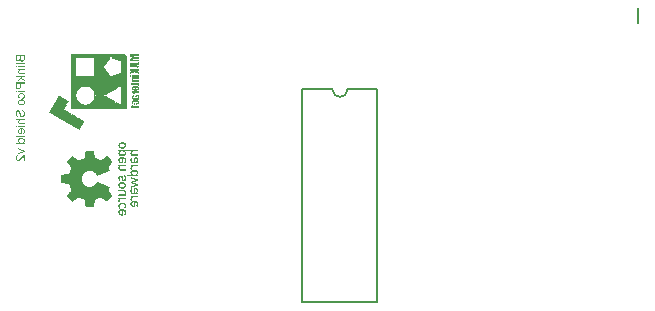
<source format=gbo>
G04*
G04 #@! TF.GenerationSoftware,Altium Limited,Altium Designer,21.9.2 (33)*
G04*
G04 Layer_Color=32896*
%FSLAX44Y44*%
%MOMM*%
G71*
G04*
G04 #@! TF.SameCoordinates,280C80EB-3C15-4CDB-98EB-7ABCAFA8023B*
G04*
G04*
G04 #@! TF.FilePolarity,Positive*
G04*
G01*
G75*
%ADD10C,0.1270*%
%ADD37C,0.2000*%
G36*
X115611Y294894D02*
X115481D01*
Y294764D01*
X114571D01*
Y294894D01*
X114441D01*
Y294764D01*
X114051D01*
Y294894D01*
X113921D01*
Y295024D01*
X113792D01*
Y294894D01*
X113921D01*
Y294764D01*
X110803D01*
Y294634D01*
X111062D01*
Y294504D01*
X111972D01*
Y294374D01*
X112622D01*
Y294244D01*
X113142D01*
Y294114D01*
X113272D01*
Y294244D01*
X113661D01*
Y294114D01*
X114311D01*
Y293984D01*
X115221D01*
Y293854D01*
X115611D01*
Y292814D01*
X115481D01*
Y292684D01*
X115351D01*
Y292814D01*
X115221D01*
Y292684D01*
X114831D01*
Y292554D01*
X113792D01*
Y292425D01*
X113142D01*
Y292295D01*
X112102D01*
Y292165D01*
X111452D01*
Y292035D01*
X110673D01*
Y291905D01*
X110543D01*
Y292035D01*
X110413D01*
Y291905D01*
X110543D01*
Y291775D01*
X115611D01*
Y290345D01*
X108334D01*
Y292814D01*
X109243D01*
Y292944D01*
X109503D01*
Y292814D01*
X109633D01*
Y292944D01*
X110153D01*
Y293074D01*
X111322D01*
Y293204D01*
X111712D01*
Y293464D01*
X110673D01*
Y293594D01*
X109893D01*
Y293724D01*
X109763D01*
Y293854D01*
X109633D01*
Y293724D01*
X108853D01*
Y293854D01*
X108334D01*
Y296323D01*
X108853D01*
Y296193D01*
X108983D01*
Y296323D01*
X115611D01*
Y294894D01*
D02*
G37*
G36*
X101706Y296973D02*
X102616D01*
Y296843D01*
X103135D01*
Y296713D01*
X103395D01*
Y296583D01*
X103655D01*
Y296453D01*
X103785D01*
Y296323D01*
X104045D01*
Y296193D01*
X104175D01*
Y296063D01*
X104305D01*
Y295933D01*
X104435D01*
Y295803D01*
X104565D01*
Y295543D01*
X104695D01*
Y295284D01*
X104825D01*
Y295024D01*
X104955D01*
Y294634D01*
X105085D01*
Y293984D01*
X105215D01*
Y293724D01*
X105085D01*
Y293854D01*
X104955D01*
Y293984D01*
X104825D01*
Y293854D01*
X104955D01*
Y293724D01*
X105085D01*
Y293594D01*
X105215D01*
Y250191D01*
X58432D01*
Y297103D01*
X101706D01*
Y296973D01*
D02*
G37*
G36*
X115611Y287876D02*
X115351D01*
Y287746D01*
X114311D01*
Y286837D01*
X115091D01*
Y286707D01*
X115611D01*
Y284887D01*
X115481D01*
Y285017D01*
X114441D01*
Y285147D01*
X113661D01*
Y285277D01*
X112622D01*
Y285407D01*
X111842D01*
Y285537D01*
X110803D01*
Y285667D01*
X110283D01*
Y285797D01*
X110153D01*
Y285927D01*
X110023D01*
Y285797D01*
X109113D01*
Y285927D01*
X108463D01*
Y286057D01*
X108334D01*
Y288656D01*
X108853D01*
Y288786D01*
X109633D01*
Y288916D01*
X110803D01*
Y289046D01*
X111582D01*
Y289176D01*
X111972D01*
Y289046D01*
X112102D01*
Y289176D01*
X112882D01*
Y289306D01*
X113661D01*
Y289436D01*
X114831D01*
Y289566D01*
X115611D01*
Y287876D01*
D02*
G37*
G36*
X115481Y284238D02*
X115611D01*
Y282548D01*
X112492D01*
Y282418D01*
X112622D01*
Y282288D01*
X113142D01*
Y282159D01*
X113402D01*
Y282029D01*
X113532D01*
Y282159D01*
X113792D01*
Y282029D01*
X114181D01*
Y281899D01*
X114571D01*
Y281769D01*
X114701D01*
Y281899D01*
X114831D01*
Y281769D01*
X115221D01*
Y281639D01*
X115611D01*
Y279819D01*
X115351D01*
Y279949D01*
X114831D01*
Y280079D01*
X114701D01*
Y280209D01*
X114051D01*
Y280339D01*
X113661D01*
Y280469D01*
X113142D01*
Y280599D01*
X112882D01*
Y280729D01*
X112232D01*
Y280859D01*
X111972D01*
Y280989D01*
X111842D01*
Y281119D01*
X111582D01*
Y280989D01*
X111322D01*
Y280859D01*
X111062D01*
Y280729D01*
X110543D01*
Y280599D01*
X110283D01*
Y280469D01*
X109763D01*
Y280339D01*
X109373D01*
Y280209D01*
X108983D01*
Y280079D01*
X108594D01*
Y279949D01*
X108334D01*
Y281509D01*
X108463D01*
Y281639D01*
X108853D01*
Y281769D01*
X109243D01*
Y281899D01*
X109763D01*
Y282029D01*
X110153D01*
Y282159D01*
X110673D01*
Y282288D01*
X111193D01*
Y282418D01*
X111322D01*
Y282548D01*
X108334D01*
Y284368D01*
X115481D01*
Y284238D01*
D02*
G37*
G36*
X115611Y279040D02*
X115481D01*
Y278910D01*
X115611D01*
Y278650D01*
X115481D01*
Y278520D01*
X115611D01*
Y277610D01*
X109633D01*
Y279300D01*
X115611D01*
Y279040D01*
D02*
G37*
G36*
X109113Y277610D02*
X108334D01*
Y279300D01*
X109113D01*
Y277610D01*
D02*
G37*
G36*
X115611Y276571D02*
X115481D01*
Y276441D01*
X115611D01*
Y275271D01*
X110543D01*
Y274751D01*
X111062D01*
Y274621D01*
X115611D01*
Y273062D01*
X111062D01*
Y273192D01*
X110933D01*
Y273062D01*
X110543D01*
Y273192D01*
X110023D01*
Y273322D01*
X109893D01*
Y273452D01*
X109763D01*
Y273582D01*
X109633D01*
Y274102D01*
X109503D01*
Y274361D01*
X109633D01*
Y274231D01*
X109763D01*
Y274361D01*
X109633D01*
Y274751D01*
X109763D01*
Y274881D01*
X109893D01*
Y275011D01*
X110023D01*
Y275141D01*
X110153D01*
Y275271D01*
X109633D01*
Y276571D01*
X109763D01*
Y276701D01*
X109633D01*
Y276831D01*
X115611D01*
Y276571D01*
D02*
G37*
G36*
X110673Y272022D02*
X115221D01*
Y271892D01*
X115351D01*
Y271762D01*
X115481D01*
Y271502D01*
X115611D01*
Y269943D01*
X115091D01*
Y270203D01*
X114961D01*
Y269943D01*
X114831D01*
Y270203D01*
X114701D01*
Y270463D01*
X110673D01*
Y270073D01*
X109763D01*
Y270463D01*
X108853D01*
Y270593D01*
X108723D01*
Y272022D01*
X108853D01*
Y271892D01*
X108983D01*
Y272022D01*
X109763D01*
Y271892D01*
X109893D01*
Y272022D01*
X109763D01*
Y272412D01*
X110673D01*
Y272022D01*
D02*
G37*
G36*
X114571Y269163D02*
X114961D01*
Y269034D01*
X115091D01*
Y268904D01*
X115221D01*
Y268774D01*
X115351D01*
Y268514D01*
X115481D01*
Y268124D01*
X115611D01*
Y266694D01*
X115481D01*
Y266434D01*
X115351D01*
Y266304D01*
X115221D01*
Y266175D01*
X115091D01*
Y266045D01*
X114961D01*
Y265915D01*
X114701D01*
Y265785D01*
X114051D01*
Y265655D01*
X113402D01*
Y266954D01*
X113532D01*
Y267084D01*
X114571D01*
Y267214D01*
X114701D01*
Y267344D01*
X114831D01*
Y267604D01*
X114701D01*
Y267734D01*
X112752D01*
Y267344D01*
X112622D01*
Y267214D01*
X112752D01*
Y265655D01*
X111582D01*
Y265785D01*
X110673D01*
Y265915D01*
X110543D01*
Y266045D01*
X110153D01*
Y266175D01*
X110023D01*
Y266304D01*
X109893D01*
Y266564D01*
X109763D01*
Y266824D01*
X109633D01*
Y267994D01*
X109763D01*
Y268124D01*
X109633D01*
Y268254D01*
X109763D01*
Y268514D01*
X109893D01*
Y268774D01*
X110023D01*
Y268904D01*
X110153D01*
Y269034D01*
X110283D01*
Y269163D01*
X110673D01*
Y269034D01*
X110803D01*
Y269163D01*
X110673D01*
Y269293D01*
X114571D01*
Y269163D01*
D02*
G37*
G36*
X115611Y263316D02*
X115481D01*
Y263446D01*
X115351D01*
Y263316D01*
X111972D01*
Y263186D01*
X111712D01*
Y262926D01*
X111582D01*
Y262406D01*
X110023D01*
Y262536D01*
X109893D01*
Y262406D01*
X109503D01*
Y262536D01*
X109633D01*
Y262796D01*
X109763D01*
Y262926D01*
X109893D01*
Y262796D01*
X110023D01*
Y262666D01*
X110153D01*
Y262796D01*
X110023D01*
Y262926D01*
X109893D01*
Y263056D01*
X110023D01*
Y263186D01*
X110283D01*
Y263446D01*
X109633D01*
Y265005D01*
X110413D01*
Y264875D01*
X110543D01*
Y265005D01*
X113661D01*
Y264875D01*
X113792D01*
Y265005D01*
X115611D01*
Y263316D01*
D02*
G37*
G36*
X114961Y261626D02*
X115351D01*
Y261496D01*
X115481D01*
Y261236D01*
X115611D01*
Y260067D01*
X115481D01*
Y259937D01*
X115351D01*
Y259807D01*
X115221D01*
Y259677D01*
X115611D01*
Y258118D01*
X110673D01*
Y258248D01*
X110283D01*
Y258377D01*
X110023D01*
Y258637D01*
X109893D01*
Y258767D01*
X109763D01*
Y259287D01*
X109633D01*
Y260067D01*
X109763D01*
Y260197D01*
X109633D01*
Y260587D01*
X109763D01*
Y261106D01*
X109893D01*
Y261236D01*
X110023D01*
Y261366D01*
X110153D01*
Y261496D01*
X110283D01*
Y261626D01*
X110673D01*
Y261756D01*
X110803D01*
Y261626D01*
X110933D01*
Y261756D01*
X111712D01*
Y260327D01*
X110673D01*
Y260457D01*
X110543D01*
Y260197D01*
X110413D01*
Y260067D01*
X110543D01*
Y259807D01*
X110673D01*
Y259677D01*
X111842D01*
Y259807D01*
X111972D01*
Y259937D01*
X112102D01*
Y260197D01*
X112232D01*
Y260457D01*
X112362D01*
Y260847D01*
X112492D01*
Y261106D01*
X112622D01*
Y261366D01*
X112752D01*
Y261496D01*
X112882D01*
Y261626D01*
X113142D01*
Y261756D01*
X114311D01*
Y261626D01*
X114441D01*
Y261496D01*
X114571D01*
Y261626D01*
X114441D01*
Y261756D01*
X114961D01*
Y261626D01*
D02*
G37*
G36*
X114181Y257338D02*
X114831D01*
Y257208D01*
X115091D01*
Y257078D01*
X115221D01*
Y256948D01*
X115351D01*
Y256688D01*
X115481D01*
Y256428D01*
X115611D01*
Y254739D01*
X115481D01*
Y254479D01*
X115351D01*
Y254349D01*
X115221D01*
Y254219D01*
X115091D01*
Y254089D01*
X114831D01*
Y253959D01*
X114311D01*
Y253829D01*
X114051D01*
Y253959D01*
X113921D01*
Y253829D01*
X113272D01*
Y255129D01*
X114181D01*
Y255259D01*
X114701D01*
Y255389D01*
X114831D01*
Y255259D01*
X114961D01*
Y255389D01*
X114831D01*
Y255649D01*
X114701D01*
Y255779D01*
X114571D01*
Y255909D01*
X110673D01*
Y255779D01*
X110543D01*
Y255389D01*
X110673D01*
Y255259D01*
X111842D01*
Y255129D01*
X111712D01*
Y254999D01*
X111842D01*
Y253829D01*
X111062D01*
Y253959D01*
X110543D01*
Y254089D01*
X110283D01*
Y254219D01*
X110023D01*
Y254479D01*
X109893D01*
Y254609D01*
X109763D01*
Y254999D01*
X109633D01*
Y255519D01*
X109763D01*
Y255649D01*
X109633D01*
Y256298D01*
X109763D01*
Y256688D01*
X109893D01*
Y256948D01*
X110023D01*
Y256818D01*
X110283D01*
Y256948D01*
X110023D01*
Y257078D01*
X110153D01*
Y257208D01*
X110413D01*
Y257338D01*
X110803D01*
Y257468D01*
X114181D01*
Y257338D01*
D02*
G37*
G36*
X47907Y261366D02*
X48037D01*
Y261236D01*
X48296D01*
Y261106D01*
X48556D01*
Y260977D01*
X48816D01*
Y260847D01*
X48946D01*
Y260717D01*
X49206D01*
Y260587D01*
X49466D01*
Y260457D01*
X49726D01*
Y260327D01*
X49856D01*
Y260197D01*
X50116D01*
Y260067D01*
X50376D01*
Y259937D01*
X50506D01*
Y259807D01*
X50766D01*
Y259677D01*
X51025D01*
Y259547D01*
X51285D01*
Y259417D01*
X51415D01*
Y259287D01*
X51675D01*
Y259157D01*
X51935D01*
Y258897D01*
X52065D01*
Y259027D01*
X52195D01*
Y258897D01*
X52325D01*
Y258767D01*
X52585D01*
Y258637D01*
X52845D01*
Y258507D01*
X52975D01*
Y258377D01*
X53235D01*
Y258248D01*
X53495D01*
Y258118D01*
X53754D01*
Y257988D01*
X53884D01*
Y257858D01*
X54144D01*
Y257728D01*
X54404D01*
Y257598D01*
X54664D01*
Y257468D01*
X54794D01*
Y257338D01*
X55054D01*
Y257208D01*
X55314D01*
Y256948D01*
X55704D01*
Y256818D01*
X55964D01*
Y256688D01*
X56223D01*
Y256298D01*
X56094D01*
Y256168D01*
X55964D01*
Y255909D01*
X55834D01*
Y255649D01*
X55704D01*
Y255389D01*
X55574D01*
Y255259D01*
X55444D01*
Y254999D01*
X55314D01*
Y254739D01*
X55184D01*
Y254869D01*
X55054D01*
Y254739D01*
X55184D01*
Y254609D01*
X55054D01*
Y254349D01*
X54924D01*
Y254089D01*
X54794D01*
Y253829D01*
X54664D01*
Y253699D01*
X54534D01*
Y253439D01*
X54404D01*
Y253179D01*
X54274D01*
Y253050D01*
X54144D01*
Y252790D01*
X54014D01*
Y252530D01*
X53884D01*
Y252270D01*
X53754D01*
Y252010D01*
X53624D01*
Y251880D01*
X53495D01*
Y251620D01*
X53235D01*
Y251490D01*
X53365D01*
Y251360D01*
X53235D01*
Y251230D01*
X53105D01*
Y250970D01*
X52975D01*
Y250840D01*
X52845D01*
Y250451D01*
X52715D01*
Y250321D01*
X52585D01*
Y250061D01*
X52455D01*
Y249801D01*
X52325D01*
Y249671D01*
X52455D01*
Y249541D01*
X52715D01*
Y249411D01*
X52975D01*
Y249281D01*
X53105D01*
Y249151D01*
X53365D01*
Y249021D01*
X53624D01*
Y248891D01*
X53754D01*
Y248761D01*
X54014D01*
Y248631D01*
X54274D01*
Y248501D01*
X54534D01*
Y248371D01*
X54664D01*
Y248241D01*
X54924D01*
Y248111D01*
X55184D01*
Y247981D01*
X55444D01*
Y247852D01*
X55574D01*
Y247722D01*
X55834D01*
Y247592D01*
X56094D01*
Y247462D01*
X56353D01*
Y247332D01*
X56483D01*
Y247202D01*
X56743D01*
Y247072D01*
X57003D01*
Y246942D01*
X57133D01*
Y246812D01*
X57393D01*
Y246682D01*
X57523D01*
Y246552D01*
X57913D01*
Y246422D01*
X58043D01*
Y246292D01*
X58303D01*
Y246162D01*
X58562D01*
Y246032D01*
X58822D01*
Y245902D01*
X58952D01*
Y245772D01*
X59212D01*
Y245642D01*
X59472D01*
Y245512D01*
X59602D01*
Y245382D01*
X59862D01*
Y245252D01*
X60122D01*
Y245123D01*
X60382D01*
Y244993D01*
X60512D01*
Y244733D01*
X60642D01*
Y244603D01*
X60772D01*
Y244733D01*
X60642D01*
Y244863D01*
X60772D01*
Y244733D01*
X61032D01*
Y244603D01*
X61161D01*
Y244343D01*
X61291D01*
Y244473D01*
X61421D01*
Y244343D01*
X61681D01*
Y244213D01*
X61941D01*
Y244083D01*
X62201D01*
Y243953D01*
X62331D01*
Y243823D01*
X62461D01*
Y243693D01*
X62851D01*
Y243563D01*
X62981D01*
Y243433D01*
X63241D01*
Y243303D01*
X63501D01*
Y243173D01*
X63760D01*
Y243043D01*
X63891D01*
Y242654D01*
X64020D01*
Y242913D01*
X64150D01*
Y242784D01*
X64410D01*
Y242654D01*
X64670D01*
Y242524D01*
X64800D01*
Y242394D01*
X65060D01*
Y242264D01*
X65320D01*
Y242134D01*
X65450D01*
Y242004D01*
X65710D01*
Y241874D01*
X65970D01*
Y241744D01*
X66230D01*
Y241614D01*
X66360D01*
Y241484D01*
X66620D01*
Y241354D01*
X66879D01*
Y241094D01*
X67009D01*
Y241224D01*
X67139D01*
Y240964D01*
X67529D01*
Y240834D01*
X67789D01*
Y240704D01*
X67919D01*
Y240574D01*
X68179D01*
Y240444D01*
X68439D01*
Y240314D01*
X68569D01*
Y240184D01*
X68829D01*
Y240054D01*
X69089D01*
Y239925D01*
X69348D01*
Y239795D01*
X69478D01*
Y239535D01*
X69348D01*
Y239405D01*
X69219D01*
Y239145D01*
X69089D01*
Y239015D01*
X68959D01*
Y238885D01*
X68829D01*
Y238755D01*
X68699D01*
Y238625D01*
X68829D01*
Y238495D01*
X68569D01*
Y238365D01*
X68699D01*
Y238235D01*
X68569D01*
Y238105D01*
X68439D01*
Y237845D01*
X68309D01*
Y237586D01*
X68179D01*
Y237456D01*
X68049D01*
Y237196D01*
X67919D01*
Y236936D01*
X67789D01*
Y236676D01*
X67529D01*
Y236156D01*
X67399D01*
Y236026D01*
X67269D01*
Y235766D01*
X67139D01*
Y235636D01*
X67009D01*
Y235376D01*
X66879D01*
Y235116D01*
X66749D01*
Y234856D01*
X66620D01*
Y234727D01*
X66490D01*
Y234467D01*
X66360D01*
Y234597D01*
X66230D01*
Y234467D01*
X66360D01*
Y234207D01*
X66230D01*
Y234077D01*
X66100D01*
Y233817D01*
X65840D01*
Y233687D01*
X65970D01*
Y233557D01*
X65840D01*
Y233297D01*
X65710D01*
Y233037D01*
X65450D01*
Y232907D01*
X65580D01*
Y232777D01*
X65450D01*
Y232647D01*
X65320D01*
Y232387D01*
X65190D01*
Y232257D01*
X65060D01*
Y232387D01*
X64930D01*
Y232517D01*
X64540D01*
Y232647D01*
X64410D01*
Y232777D01*
X64150D01*
Y232907D01*
X63891D01*
Y233037D01*
X63631D01*
Y233167D01*
X63501D01*
Y233297D01*
X63241D01*
Y233557D01*
X63111D01*
Y233427D01*
X62981D01*
Y233557D01*
X62851D01*
Y233687D01*
X62591D01*
Y233817D01*
X62461D01*
Y233947D01*
X62071D01*
Y234077D01*
X61941D01*
Y234207D01*
X61681D01*
Y234337D01*
X61421D01*
Y234467D01*
X61161D01*
Y234597D01*
X61032D01*
Y234727D01*
X60772D01*
Y234856D01*
X60512D01*
Y234986D01*
X60252D01*
Y235116D01*
X60122D01*
Y235246D01*
X59862D01*
Y235376D01*
X59602D01*
Y235506D01*
X59472D01*
Y235636D01*
X59212D01*
Y235766D01*
X59082D01*
Y235896D01*
X58822D01*
Y236026D01*
X58562D01*
Y236156D01*
X58303D01*
Y236286D01*
X58173D01*
Y236546D01*
X58043D01*
Y236416D01*
X57783D01*
Y236546D01*
X57653D01*
Y236676D01*
X57393D01*
Y236806D01*
X57133D01*
Y236936D01*
X57003D01*
Y237066D01*
X56743D01*
Y237196D01*
X56483D01*
Y237326D01*
X56223D01*
Y237586D01*
X55834D01*
Y237715D01*
X55704D01*
Y237845D01*
X55444D01*
Y237975D01*
X55184D01*
Y238105D01*
X54924D01*
Y238235D01*
X54794D01*
Y238365D01*
X54664D01*
Y238495D01*
X54274D01*
Y238625D01*
X54014D01*
Y238755D01*
X53754D01*
Y238885D01*
X53624D01*
Y239015D01*
X53365D01*
Y239145D01*
X53105D01*
Y239275D01*
X52845D01*
Y239405D01*
X52715D01*
Y239535D01*
X52455D01*
Y239665D01*
X52325D01*
Y239795D01*
X52065D01*
Y239925D01*
X51805D01*
Y240054D01*
X51545D01*
Y240184D01*
X51415D01*
Y240314D01*
X51155D01*
Y240444D01*
X50896D01*
Y240574D01*
X50635D01*
Y240704D01*
X50376D01*
Y240834D01*
X50246D01*
Y240964D01*
X49986D01*
Y241094D01*
X49726D01*
Y241224D01*
X49466D01*
Y241354D01*
X49336D01*
Y241484D01*
X49076D01*
Y241614D01*
X48946D01*
Y241744D01*
X48686D01*
Y241874D01*
X48426D01*
Y242004D01*
X48166D01*
Y242134D01*
X48037D01*
Y242264D01*
X47907D01*
Y242394D01*
X47517D01*
Y242524D01*
X47257D01*
Y242654D01*
X46997D01*
Y242784D01*
X46867D01*
Y242913D01*
X46607D01*
Y243173D01*
X46477D01*
Y243043D01*
X46347D01*
Y243173D01*
X46087D01*
Y243303D01*
X45957D01*
Y243433D01*
X45697D01*
Y243563D01*
X45567D01*
Y243693D01*
X45308D01*
Y243823D01*
X45048D01*
Y243953D01*
X44918D01*
Y244083D01*
X44528D01*
Y244213D01*
X44398D01*
Y244343D01*
X44138D01*
Y244473D01*
X43878D01*
Y244603D01*
X43618D01*
Y244733D01*
X43488D01*
Y244863D01*
X43228D01*
Y244993D01*
X42969D01*
Y245123D01*
X42839D01*
Y245252D01*
X42579D01*
Y245382D01*
X42449D01*
Y245512D01*
X42189D01*
Y245642D01*
X41929D01*
Y245772D01*
X41669D01*
Y246032D01*
X41279D01*
Y246162D01*
X41019D01*
Y246292D01*
X40759D01*
Y246422D01*
X40499D01*
Y246552D01*
X40370D01*
Y246682D01*
X40110D01*
Y246812D01*
X39980D01*
Y246942D01*
X39590D01*
Y247072D01*
X39460D01*
Y247202D01*
X39590D01*
Y247462D01*
X39720D01*
Y247722D01*
X39850D01*
Y247852D01*
X39980D01*
Y248111D01*
X40110D01*
Y248241D01*
X40240D01*
Y248501D01*
X40370D01*
Y248761D01*
X40499D01*
Y249021D01*
X40629D01*
Y249151D01*
X40759D01*
Y249411D01*
X40889D01*
Y249671D01*
X41019D01*
Y249931D01*
X41149D01*
Y250191D01*
X41279D01*
Y250451D01*
X41409D01*
Y250581D01*
X41669D01*
Y250710D01*
X41539D01*
Y250840D01*
X41669D01*
Y251100D01*
X41799D01*
Y251230D01*
X41929D01*
Y251490D01*
X42059D01*
Y251620D01*
X42189D01*
Y251880D01*
X42319D01*
Y252140D01*
X42449D01*
Y252400D01*
X42579D01*
Y252530D01*
X42709D01*
Y252790D01*
X42839D01*
Y253050D01*
X42969D01*
Y253309D01*
X43098D01*
Y253569D01*
X43228D01*
Y253699D01*
X43358D01*
Y253959D01*
X43488D01*
Y254219D01*
X43618D01*
Y254479D01*
X43748D01*
Y254609D01*
X43878D01*
Y254869D01*
X44138D01*
Y255259D01*
X44268D01*
Y255519D01*
X44398D01*
Y255779D01*
X44528D01*
Y255909D01*
X44658D01*
Y256168D01*
X44788D01*
Y256428D01*
X44918D01*
Y256688D01*
X45048D01*
Y256948D01*
X45178D01*
Y257078D01*
X45308D01*
Y257338D01*
X45437D01*
Y257598D01*
X45567D01*
Y257858D01*
X45697D01*
Y257988D01*
X45827D01*
Y258248D01*
X46087D01*
Y258507D01*
X46217D01*
Y258637D01*
X46087D01*
Y258767D01*
X46217D01*
Y258897D01*
X46347D01*
Y259157D01*
X46477D01*
Y259287D01*
X46607D01*
Y259417D01*
X46737D01*
Y259547D01*
X46867D01*
Y259677D01*
X46737D01*
Y259807D01*
X46867D01*
Y259937D01*
X46997D01*
Y260197D01*
X47127D01*
Y260457D01*
X47257D01*
Y260717D01*
X47387D01*
Y260847D01*
X47517D01*
Y261236D01*
X47647D01*
Y261366D01*
X47777D01*
Y261496D01*
X47907D01*
Y261366D01*
D02*
G37*
G36*
X110673Y252790D02*
X110803D01*
Y252660D01*
X110933D01*
Y252790D01*
X114571D01*
Y252660D01*
X114701D01*
Y252790D01*
X115221D01*
Y252660D01*
X115351D01*
Y252530D01*
X115481D01*
Y252270D01*
X115611D01*
Y250710D01*
X114831D01*
Y250970D01*
X114701D01*
Y251230D01*
X110673D01*
Y250840D01*
X109763D01*
Y251230D01*
X108723D01*
Y252790D01*
X109763D01*
Y253179D01*
X110673D01*
Y252790D01*
D02*
G37*
G36*
X102082Y221838D02*
X102392D01*
Y221735D01*
X102443D01*
Y221838D01*
X102598D01*
Y221787D01*
X102856D01*
Y221735D01*
X103011D01*
Y221684D01*
X103166D01*
Y221632D01*
X103321D01*
Y221580D01*
X103424D01*
Y221529D01*
X103476D01*
Y221425D01*
X103528D01*
Y221477D01*
X103579D01*
Y221425D01*
X103631D01*
Y221374D01*
X103734D01*
Y221322D01*
X103786D01*
Y221271D01*
X103837D01*
Y221219D01*
X103889D01*
Y221167D01*
X103941D01*
Y221116D01*
X103992D01*
Y221064D01*
X104044D01*
Y221012D01*
X104096D01*
Y220961D01*
X104147D01*
Y220909D01*
X104199D01*
Y220858D01*
X104250D01*
Y220754D01*
X104302D01*
Y220703D01*
X104354D01*
Y220599D01*
X104405D01*
Y220496D01*
X104457D01*
Y220393D01*
X104509D01*
Y220290D01*
X104560D01*
Y220186D01*
X104612D01*
Y219980D01*
X104664D01*
Y219928D01*
X104612D01*
Y219876D01*
X104664D01*
Y219773D01*
X104715D01*
Y219463D01*
X104664D01*
Y219412D01*
X104715D01*
Y218689D01*
X104664D01*
Y218431D01*
X104612D01*
Y218276D01*
X104560D01*
Y218121D01*
X104509D01*
Y218018D01*
X104457D01*
Y217914D01*
X104405D01*
Y217863D01*
X104354D01*
Y217759D01*
X104302D01*
Y217656D01*
X104250D01*
Y217605D01*
X104199D01*
Y217553D01*
X104147D01*
Y217501D01*
X104096D01*
Y217450D01*
X104044D01*
Y217346D01*
X103941D01*
Y217295D01*
X103889D01*
Y217243D01*
X103837D01*
Y217192D01*
X103786D01*
Y217140D01*
X103734D01*
Y217088D01*
X103631D01*
Y217037D01*
X103579D01*
Y216985D01*
X103528D01*
Y216933D01*
X103424D01*
Y216882D01*
X103321D01*
Y216830D01*
X103270D01*
Y216882D01*
X103218D01*
Y216779D01*
X103115D01*
Y216882D01*
X103063D01*
Y216727D01*
X102856D01*
Y216675D01*
X102598D01*
Y216624D01*
X102237D01*
Y216675D01*
X102185D01*
Y216572D01*
X102030D01*
Y216675D01*
X101979D01*
Y216572D01*
X100688D01*
Y216624D01*
X100223D01*
Y216675D01*
X100017D01*
Y216727D01*
X99810D01*
Y216779D01*
X99655D01*
Y216830D01*
X99552D01*
Y216882D01*
X99449D01*
Y216933D01*
X99345D01*
Y216985D01*
X99294D01*
Y217088D01*
X99242D01*
Y217037D01*
X99191D01*
Y217088D01*
X99139D01*
Y217140D01*
X99087D01*
Y217192D01*
X99036D01*
Y217243D01*
X98932D01*
Y217295D01*
X98881D01*
Y217346D01*
X98829D01*
Y217398D01*
X98777D01*
Y217450D01*
X98726D01*
Y217553D01*
X98674D01*
Y217605D01*
X98623D01*
Y217656D01*
X98571D01*
Y217759D01*
X98519D01*
Y217811D01*
X98468D01*
Y217914D01*
X98416D01*
Y218018D01*
X98364D01*
Y218121D01*
X98313D01*
Y218276D01*
X98261D01*
Y218431D01*
X98209D01*
Y218637D01*
X98158D01*
Y218895D01*
X98209D01*
Y218947D01*
X98158D01*
Y219154D01*
X98106D01*
Y219308D01*
X98158D01*
Y219825D01*
X98209D01*
Y220031D01*
X98261D01*
Y220186D01*
X98313D01*
Y220341D01*
X98364D01*
Y220445D01*
X98416D01*
Y220496D01*
X98519D01*
Y220548D01*
X98468D01*
Y220599D01*
X98519D01*
Y220703D01*
X98571D01*
Y220806D01*
X98623D01*
Y220754D01*
X98674D01*
Y220806D01*
X98623D01*
Y220858D01*
X98674D01*
Y220909D01*
X98726D01*
Y220961D01*
X98777D01*
Y221012D01*
X98829D01*
Y221064D01*
X98932D01*
Y221167D01*
X98984D01*
Y221219D01*
X99036D01*
Y221271D01*
X99087D01*
Y221322D01*
X99139D01*
Y221374D01*
X99242D01*
Y221425D01*
X99294D01*
Y221477D01*
X99397D01*
Y221529D01*
X99449D01*
Y221580D01*
X99552D01*
Y221632D01*
X99707D01*
Y221684D01*
X99810D01*
Y221632D01*
X99862D01*
Y221684D01*
X99810D01*
Y221735D01*
X100017D01*
Y221787D01*
X100275D01*
Y221838D01*
X100739D01*
Y221890D01*
X101979D01*
Y221838D01*
X102030D01*
Y221890D01*
X102082D01*
Y221838D01*
D02*
G37*
G36*
X114887Y214300D02*
X114835D01*
Y214249D01*
X114887D01*
Y214197D01*
X114835D01*
Y214145D01*
X110911D01*
Y214197D01*
X110859D01*
Y214145D01*
X110601D01*
Y214094D01*
X110447D01*
Y214042D01*
X110292D01*
Y213990D01*
X110240D01*
Y213939D01*
X110137D01*
Y213887D01*
X110085D01*
Y213835D01*
X110033D01*
Y213784D01*
X109982D01*
Y213732D01*
X109930D01*
Y213680D01*
X109879D01*
Y213629D01*
X109827D01*
Y213577D01*
X109775D01*
Y213526D01*
X109724D01*
Y213474D01*
X109775D01*
Y213422D01*
X109724D01*
Y213319D01*
X109672D01*
Y213113D01*
X109620D01*
Y212700D01*
X109569D01*
Y212648D01*
X109672D01*
Y212441D01*
X109724D01*
Y212286D01*
X109775D01*
Y212183D01*
X109827D01*
Y212132D01*
X109879D01*
Y212080D01*
X109930D01*
Y212028D01*
X109982D01*
Y211977D01*
X110033D01*
Y211925D01*
X110085D01*
Y211873D01*
X110137D01*
Y211822D01*
X110240D01*
Y211770D01*
X110292D01*
Y211719D01*
X110447D01*
Y211667D01*
X110601D01*
Y211615D01*
X114680D01*
Y211564D01*
X114732D01*
Y211615D01*
X114835D01*
Y211564D01*
X114887D01*
Y210324D01*
X110085D01*
Y210376D01*
X110033D01*
Y210428D01*
X109982D01*
Y210376D01*
X109879D01*
Y210428D01*
X109724D01*
Y210479D01*
X109672D01*
Y210531D01*
X109620D01*
Y210479D01*
X109569D01*
Y210531D01*
X109466D01*
Y210583D01*
X109414D01*
Y210634D01*
X109311D01*
Y210686D01*
X109207D01*
Y210737D01*
X109156D01*
Y210789D01*
X109104D01*
Y210841D01*
X109052D01*
Y210892D01*
X109001D01*
Y210996D01*
X108897D01*
Y211047D01*
X108846D01*
Y211099D01*
X108794D01*
Y211150D01*
X108743D01*
Y211254D01*
X108691D01*
Y211305D01*
X108639D01*
Y211409D01*
X108588D01*
Y211512D01*
X108536D01*
Y211615D01*
X108484D01*
Y211719D01*
X108536D01*
Y211770D01*
X108433D01*
Y211822D01*
X108484D01*
Y211873D01*
X108433D01*
Y211925D01*
X108381D01*
Y212080D01*
X108433D01*
Y212132D01*
X108381D01*
Y212183D01*
X108329D01*
Y212596D01*
X108381D01*
Y212648D01*
X108329D01*
Y212700D01*
X108381D01*
Y213009D01*
X108433D01*
Y213216D01*
X108484D01*
Y213319D01*
X108536D01*
Y213474D01*
X108588D01*
Y213577D01*
X108639D01*
Y213680D01*
X108691D01*
Y213732D01*
X108743D01*
Y213835D01*
X108794D01*
Y213887D01*
X108846D01*
Y213939D01*
X108897D01*
Y213990D01*
X109001D01*
Y213939D01*
X109052D01*
Y213990D01*
X109001D01*
Y214094D01*
X109052D01*
Y214145D01*
X103992D01*
Y214197D01*
X103941D01*
Y214145D01*
X103992D01*
Y214094D01*
X104044D01*
Y214042D01*
X104096D01*
Y213990D01*
X104147D01*
Y213939D01*
X104199D01*
Y213887D01*
X104250D01*
Y213784D01*
X104302D01*
Y213732D01*
X104354D01*
Y213629D01*
X104405D01*
Y213577D01*
X104457D01*
Y213474D01*
X104509D01*
Y213371D01*
X104560D01*
Y213267D01*
X104612D01*
Y213113D01*
X104664D01*
Y212906D01*
X104715D01*
Y212028D01*
X104664D01*
Y211822D01*
X104612D01*
Y211667D01*
X104560D01*
Y211564D01*
X104509D01*
Y211615D01*
X104457D01*
Y211564D01*
X104509D01*
Y211460D01*
X104457D01*
Y211357D01*
X104405D01*
Y211254D01*
X104354D01*
Y211202D01*
X104302D01*
Y211150D01*
X104250D01*
Y211047D01*
X104199D01*
Y210996D01*
X104147D01*
Y210944D01*
X104096D01*
Y210892D01*
X104044D01*
Y210841D01*
X103992D01*
Y210789D01*
X103889D01*
Y210737D01*
X103837D01*
Y210686D01*
X103786D01*
Y210634D01*
X103734D01*
Y210686D01*
X103683D01*
Y210583D01*
X103579D01*
Y210531D01*
X103476D01*
Y210479D01*
X103424D01*
Y210531D01*
X103373D01*
Y210479D01*
X103321D01*
Y210428D01*
X103115D01*
Y210376D01*
X102805D01*
Y210324D01*
X100068D01*
Y210376D01*
X99758D01*
Y210428D01*
X99552D01*
Y210531D01*
X99500D01*
Y210479D01*
X99397D01*
Y210531D01*
X99294D01*
Y210583D01*
X99191D01*
Y210634D01*
X99139D01*
Y210686D01*
X99036D01*
Y210737D01*
X98984D01*
Y210789D01*
X98881D01*
Y210841D01*
X98829D01*
Y210892D01*
X98777D01*
Y210944D01*
X98726D01*
Y210996D01*
X98674D01*
Y211047D01*
X98623D01*
Y211150D01*
X98571D01*
Y211202D01*
X98519D01*
Y211254D01*
X98468D01*
Y211409D01*
X98364D01*
Y211512D01*
X98313D01*
Y211667D01*
X98261D01*
Y211770D01*
X98209D01*
Y211977D01*
X98158D01*
Y212390D01*
X98106D01*
Y212545D01*
X98158D01*
Y212958D01*
X98209D01*
Y213164D01*
X98261D01*
Y213267D01*
X98313D01*
Y213422D01*
X98364D01*
Y213371D01*
X98416D01*
Y213422D01*
X98364D01*
Y213526D01*
X98416D01*
Y213629D01*
X98468D01*
Y213680D01*
X98519D01*
Y213784D01*
X98623D01*
Y213887D01*
X98674D01*
Y213990D01*
X98726D01*
Y214042D01*
X98777D01*
Y214094D01*
X98829D01*
Y214042D01*
X98881D01*
Y214094D01*
X98829D01*
Y214197D01*
X98777D01*
Y214145D01*
X98209D01*
Y215436D01*
X98468D01*
Y215384D01*
X98519D01*
Y215436D01*
X114887D01*
Y214300D01*
D02*
G37*
G36*
X77091Y214920D02*
X77195D01*
Y214816D01*
X77246D01*
Y214662D01*
X77298D01*
Y214403D01*
X77350D01*
Y214197D01*
X77298D01*
Y214145D01*
X77401D01*
Y213835D01*
X77453D01*
Y213577D01*
X77505D01*
Y213319D01*
X77556D01*
Y213009D01*
X77608D01*
Y212751D01*
X77660D01*
Y212545D01*
X77608D01*
Y212493D01*
X77711D01*
Y212183D01*
X77763D01*
Y212132D01*
X77711D01*
Y212080D01*
X77763D01*
Y211925D01*
X77814D01*
Y211615D01*
X77866D01*
Y211357D01*
X77918D01*
Y211099D01*
X77969D01*
Y210789D01*
X78021D01*
Y210531D01*
X78073D01*
Y210273D01*
X78124D01*
Y209963D01*
X78176D01*
Y209705D01*
X78228D01*
Y209447D01*
X78279D01*
Y209395D01*
X78228D01*
Y209343D01*
X78279D01*
Y209085D01*
X78331D01*
Y208879D01*
X78382D01*
Y208775D01*
X78434D01*
Y208724D01*
X78486D01*
Y208620D01*
X78537D01*
Y208672D01*
X78589D01*
Y208620D01*
X78692D01*
Y208569D01*
X78847D01*
Y208517D01*
X78950D01*
Y208466D01*
X79105D01*
Y208414D01*
X79208D01*
Y208362D01*
X79363D01*
Y208311D01*
X79467D01*
Y208259D01*
X79622D01*
Y208207D01*
X79725D01*
Y208156D01*
X79880D01*
Y208104D01*
X79983D01*
Y208001D01*
X80035D01*
Y208053D01*
X80138D01*
Y208001D01*
X80241D01*
Y207898D01*
X80293D01*
Y207949D01*
X80396D01*
Y207898D01*
X80499D01*
Y207846D01*
X80654D01*
Y207794D01*
X80758D01*
Y207743D01*
X80912D01*
Y207640D01*
X80964D01*
Y207691D01*
X81016D01*
Y207640D01*
X81171D01*
Y207588D01*
X81274D01*
Y207485D01*
X81325D01*
Y207536D01*
X81429D01*
Y207485D01*
X81532D01*
Y207433D01*
X81687D01*
Y207381D01*
X81790D01*
Y207330D01*
X81945D01*
Y207278D01*
X81997D01*
Y207226D01*
X82203D01*
Y207175D01*
X82306D01*
Y207123D01*
X82461D01*
Y207071D01*
X82565D01*
Y207020D01*
X82719D01*
Y206968D01*
X82823D01*
Y206917D01*
X82978D01*
Y206865D01*
X83081D01*
Y206813D01*
X83236D01*
Y206762D01*
X83442D01*
Y206813D01*
X83597D01*
Y206865D01*
X83649D01*
Y206917D01*
X83752D01*
Y206968D01*
X83804D01*
Y207020D01*
X83907D01*
Y207071D01*
X83959D01*
Y207123D01*
X84062D01*
Y207175D01*
X84114D01*
Y207226D01*
X84217D01*
Y207278D01*
X84269D01*
Y207330D01*
X84320D01*
Y207381D01*
X84423D01*
Y207433D01*
X84475D01*
Y207485D01*
X84578D01*
Y207536D01*
X84630D01*
Y207588D01*
X84733D01*
Y207640D01*
X84785D01*
Y207691D01*
X84888D01*
Y207743D01*
X84940D01*
Y207794D01*
X85043D01*
Y207846D01*
X85095D01*
Y207898D01*
X85146D01*
Y207949D01*
X85250D01*
Y208001D01*
X85301D01*
Y208053D01*
X85405D01*
Y208104D01*
X85456D01*
Y208156D01*
X85611D01*
Y208259D01*
X85714D01*
Y208311D01*
X85817D01*
Y208362D01*
X85869D01*
Y208414D01*
X85921D01*
Y208466D01*
X85972D01*
Y208517D01*
X86076D01*
Y208569D01*
X86127D01*
Y208620D01*
X86231D01*
Y208672D01*
X86282D01*
Y208724D01*
X86385D01*
Y208775D01*
X86437D01*
Y208827D01*
X86540D01*
Y208879D01*
X86592D01*
Y208930D01*
X86695D01*
Y208982D01*
X86747D01*
Y209034D01*
X86850D01*
Y209085D01*
X86902D01*
Y209137D01*
X86953D01*
Y209188D01*
X87057D01*
Y209240D01*
X87108D01*
Y209292D01*
X87212D01*
Y209343D01*
X87263D01*
Y209395D01*
X87367D01*
Y209447D01*
X87418D01*
Y209498D01*
X87521D01*
Y209550D01*
X87573D01*
Y209601D01*
X87728D01*
Y209705D01*
X87780D01*
Y209756D01*
X87883D01*
Y209808D01*
X87935D01*
Y209860D01*
X88038D01*
Y209911D01*
X88089D01*
Y209963D01*
X88193D01*
Y209911D01*
X88244D01*
Y209963D01*
X88193D01*
Y210015D01*
X88244D01*
Y210066D01*
X88348D01*
Y210118D01*
X88399D01*
Y210170D01*
X88709D01*
Y210118D01*
X88761D01*
Y210066D01*
X88812D01*
Y210015D01*
X88864D01*
Y209963D01*
X88916D01*
Y209911D01*
X88967D01*
Y209860D01*
X89019D01*
Y209808D01*
X89070D01*
Y209756D01*
X89122D01*
Y209705D01*
X89174D01*
Y209653D01*
X89225D01*
Y209601D01*
X89277D01*
Y209550D01*
X89329D01*
Y209498D01*
X89380D01*
Y209447D01*
X89432D01*
Y209395D01*
X89483D01*
Y209343D01*
X89535D01*
Y209292D01*
X89587D01*
Y209240D01*
X89638D01*
Y209188D01*
X89690D01*
Y209137D01*
X89742D01*
Y209085D01*
X89793D01*
Y209034D01*
X89845D01*
Y208982D01*
X89896D01*
Y208930D01*
X89948D01*
Y208879D01*
X90000D01*
Y208827D01*
X90051D01*
Y208775D01*
X90103D01*
Y208724D01*
X90155D01*
Y208672D01*
X90206D01*
Y208620D01*
X90258D01*
Y208569D01*
X90310D01*
Y208517D01*
X90361D01*
Y208466D01*
X90413D01*
Y208414D01*
X90464D01*
Y208362D01*
X90516D01*
Y208311D01*
X90568D01*
Y208259D01*
X90619D01*
Y208207D01*
X90671D01*
Y208156D01*
X90723D01*
Y208104D01*
X90774D01*
Y208053D01*
X90826D01*
Y208001D01*
X90878D01*
Y207949D01*
X90929D01*
Y207898D01*
X90981D01*
Y207846D01*
X91032D01*
Y207794D01*
X91084D01*
Y207743D01*
X91136D01*
Y207691D01*
X91187D01*
Y207640D01*
X91239D01*
Y207588D01*
X91291D01*
Y207536D01*
X91342D01*
Y207485D01*
X91394D01*
Y207433D01*
X91446D01*
Y207381D01*
X91497D01*
Y207330D01*
X91549D01*
Y207278D01*
X91600D01*
Y207226D01*
X91652D01*
Y207175D01*
X91704D01*
Y207123D01*
X91755D01*
Y207071D01*
X91807D01*
Y207020D01*
X91859D01*
Y206968D01*
X91910D01*
Y206917D01*
X91962D01*
Y206865D01*
X92014D01*
Y206813D01*
X92065D01*
Y206762D01*
X92117D01*
Y206710D01*
X92168D01*
Y206658D01*
X92220D01*
Y206607D01*
X92272D01*
Y206555D01*
X92323D01*
Y206504D01*
X92375D01*
Y206452D01*
X92427D01*
Y206400D01*
X92478D01*
Y206349D01*
X92530D01*
Y206297D01*
X92582D01*
Y206245D01*
X92633D01*
Y206194D01*
X92685D01*
Y206142D01*
X92736D01*
Y206091D01*
X92788D01*
Y206039D01*
X92840D01*
Y205987D01*
X92891D01*
Y205936D01*
X92943D01*
Y205884D01*
X92994D01*
Y205832D01*
X93046D01*
Y205781D01*
X93098D01*
Y205729D01*
X93149D01*
Y205626D01*
X93201D01*
Y205522D01*
X93149D01*
Y205368D01*
X93098D01*
Y205316D01*
X93046D01*
Y205213D01*
X92994D01*
Y205161D01*
X92943D01*
Y205058D01*
X92891D01*
Y205006D01*
X92840D01*
Y204903D01*
X92788D01*
Y204955D01*
X92736D01*
Y204903D01*
X92788D01*
Y204851D01*
X92736D01*
Y204748D01*
X92685D01*
Y204696D01*
X92633D01*
Y204593D01*
X92582D01*
Y204541D01*
X92530D01*
Y204490D01*
X92478D01*
Y204387D01*
X92427D01*
Y204335D01*
X92375D01*
Y204232D01*
X92323D01*
Y204180D01*
X92272D01*
Y204077D01*
X92220D01*
Y204025D01*
X92168D01*
Y203922D01*
X92117D01*
Y203870D01*
X92065D01*
Y203767D01*
X92014D01*
Y203715D01*
X91962D01*
Y203664D01*
X91910D01*
Y203561D01*
X91859D01*
Y203509D01*
X91807D01*
Y203406D01*
X91755D01*
Y203354D01*
X91704D01*
Y203251D01*
X91652D01*
Y203199D01*
X91600D01*
Y203096D01*
X91549D01*
Y203044D01*
X91497D01*
Y202941D01*
X91446D01*
Y202889D01*
X91394D01*
Y202838D01*
X91342D01*
Y202734D01*
X91291D01*
Y202683D01*
X91239D01*
Y202579D01*
X91187D01*
Y202528D01*
X91136D01*
Y202425D01*
X91084D01*
Y202373D01*
X91032D01*
Y202476D01*
X90981D01*
Y202373D01*
X91032D01*
Y202270D01*
X90981D01*
Y202218D01*
X90929D01*
Y202115D01*
X90878D01*
Y202063D01*
X90774D01*
Y202012D01*
X90826D01*
Y201960D01*
X90774D01*
Y201908D01*
X90723D01*
Y201857D01*
X90671D01*
Y201753D01*
X90619D01*
Y201702D01*
X90568D01*
Y201598D01*
X90516D01*
Y201547D01*
X90464D01*
Y201444D01*
X90413D01*
Y201495D01*
X90361D01*
Y201444D01*
X90413D01*
Y201392D01*
X90361D01*
Y201289D01*
X90310D01*
Y201237D01*
X90258D01*
Y201134D01*
X90206D01*
Y201082D01*
X90155D01*
Y201030D01*
X90051D01*
Y200979D01*
X90103D01*
Y200927D01*
X90051D01*
Y200875D01*
X90000D01*
Y200772D01*
X89948D01*
Y200721D01*
X89896D01*
Y200617D01*
X89845D01*
Y200308D01*
X89896D01*
Y200204D01*
X89948D01*
Y200101D01*
X90000D01*
Y199998D01*
X90051D01*
Y199843D01*
X90103D01*
Y199791D01*
X90155D01*
Y199688D01*
X90206D01*
Y199585D01*
X90258D01*
Y199481D01*
X90310D01*
Y199430D01*
X90361D01*
Y199275D01*
X90413D01*
Y199223D01*
X90464D01*
Y199120D01*
X90516D01*
Y199017D01*
X90568D01*
Y198965D01*
X90516D01*
Y198913D01*
X90619D01*
Y198810D01*
X90671D01*
Y198707D01*
X90723D01*
Y198655D01*
X90774D01*
Y198552D01*
X90826D01*
Y198449D01*
X90878D01*
Y198346D01*
X90929D01*
Y198242D01*
X90981D01*
Y198139D01*
X91032D01*
Y197984D01*
X90981D01*
Y197881D01*
X90929D01*
Y197829D01*
X90826D01*
Y197778D01*
X90671D01*
Y197726D01*
X90568D01*
Y197674D01*
X90464D01*
Y197726D01*
X90413D01*
Y197623D01*
X90361D01*
Y197674D01*
X90310D01*
Y197571D01*
X90155D01*
Y197519D01*
X90051D01*
Y197468D01*
X89948D01*
Y197416D01*
X89793D01*
Y197365D01*
X89690D01*
Y197313D01*
X89535D01*
Y197261D01*
X89432D01*
Y197210D01*
X89277D01*
Y197261D01*
X89225D01*
Y197210D01*
X89277D01*
Y197158D01*
X89174D01*
Y197106D01*
X89070D01*
Y197055D01*
X88916D01*
Y197003D01*
X88812D01*
Y196951D01*
X88657D01*
Y196900D01*
X88554D01*
Y196848D01*
X88451D01*
Y196796D01*
X88296D01*
Y196745D01*
X88193D01*
Y196693D01*
X88038D01*
Y196642D01*
X87935D01*
Y196693D01*
X87883D01*
Y196642D01*
X87935D01*
Y196590D01*
X87831D01*
Y196538D01*
X87676D01*
Y196487D01*
X87573D01*
Y196435D01*
X87418D01*
Y196383D01*
X87315D01*
Y196332D01*
X87160D01*
Y196280D01*
X87057D01*
Y196229D01*
X86953D01*
Y196177D01*
X86799D01*
Y196125D01*
X86695D01*
Y196074D01*
X86644D01*
Y196125D01*
X86592D01*
Y196074D01*
X86540D01*
Y196022D01*
X86437D01*
Y195970D01*
X86334D01*
Y195919D01*
X86179D01*
Y195867D01*
X86076D01*
Y195816D01*
X85921D01*
Y195764D01*
X85817D01*
Y195712D01*
X85663D01*
Y195661D01*
X85559D01*
Y195609D01*
X85456D01*
Y195557D01*
X85301D01*
Y195506D01*
X85198D01*
Y195454D01*
X85043D01*
Y195402D01*
X84940D01*
Y195454D01*
X84888D01*
Y195402D01*
X84940D01*
Y195351D01*
X84837D01*
Y195299D01*
X84682D01*
Y195247D01*
X84630D01*
Y195299D01*
X84578D01*
Y195196D01*
X84423D01*
Y195144D01*
X84320D01*
Y195093D01*
X84165D01*
Y195041D01*
X84062D01*
Y194989D01*
X83959D01*
Y194938D01*
X83804D01*
Y194886D01*
X83701D01*
Y194938D01*
X83649D01*
Y194886D01*
X83701D01*
Y194834D01*
X83546D01*
Y194783D01*
X83442D01*
Y194731D01*
X83339D01*
Y194680D01*
X83184D01*
Y194628D01*
X83081D01*
Y194576D01*
X82926D01*
Y194525D01*
X82823D01*
Y194473D01*
X82668D01*
Y194421D01*
X82565D01*
Y194370D01*
X82461D01*
Y194318D01*
X82306D01*
Y194266D01*
X82203D01*
Y194318D01*
X82152D01*
Y194266D01*
X82203D01*
Y194215D01*
X82048D01*
Y194163D01*
X81945D01*
Y194112D01*
X81842D01*
Y194060D01*
X81739D01*
Y194112D01*
X81687D01*
Y194008D01*
X81584D01*
Y193957D01*
X81429D01*
Y193905D01*
X81325D01*
Y193853D01*
X81171D01*
Y193802D01*
X81067D01*
Y193750D01*
X80964D01*
Y193699D01*
X80809D01*
Y193647D01*
X80706D01*
Y193595D01*
X80551D01*
Y193544D01*
X80344D01*
Y193595D01*
X80241D01*
Y193647D01*
X80190D01*
Y193750D01*
X80138D01*
Y193802D01*
X80086D01*
Y193905D01*
X80035D01*
Y193957D01*
X79983D01*
Y194060D01*
X79931D01*
Y194163D01*
X79880D01*
Y194215D01*
X79828D01*
Y194318D01*
X79777D01*
Y194370D01*
X79725D01*
Y194421D01*
X79673D01*
Y194473D01*
X79622D01*
Y194576D01*
X79570D01*
Y194628D01*
X79518D01*
Y194731D01*
X79467D01*
Y194783D01*
X79415D01*
Y194886D01*
X79363D01*
Y194938D01*
X79312D01*
Y194989D01*
X79260D01*
Y195041D01*
X79208D01*
Y195144D01*
X79157D01*
Y195196D01*
X79105D01*
Y195247D01*
X79054D01*
Y195299D01*
X79002D01*
Y195351D01*
X78950D01*
Y195454D01*
X78899D01*
Y195506D01*
X78847D01*
Y195557D01*
X78795D01*
Y195609D01*
X78744D01*
Y195661D01*
X78692D01*
Y195712D01*
X78640D01*
Y195764D01*
X78589D01*
Y195816D01*
X78537D01*
Y195867D01*
X78486D01*
Y195919D01*
X78434D01*
Y195970D01*
X78331D01*
Y196022D01*
X78279D01*
Y196074D01*
X78228D01*
Y196125D01*
X78176D01*
Y196177D01*
X78124D01*
Y196229D01*
X78021D01*
Y196280D01*
X77969D01*
Y196332D01*
X77918D01*
Y196383D01*
X77814D01*
Y196435D01*
X77763D01*
Y196487D01*
X77660D01*
Y196538D01*
X77608D01*
Y196590D01*
X77505D01*
Y196642D01*
X77453D01*
Y196693D01*
X77350D01*
Y196745D01*
X77298D01*
Y196796D01*
X77143D01*
Y196848D01*
X77091D01*
Y196900D01*
X77143D01*
Y196951D01*
X77040D01*
Y196900D01*
X76988D01*
Y196951D01*
X76885D01*
Y197003D01*
X76730D01*
Y197055D01*
X76627D01*
Y197106D01*
X76524D01*
Y197158D01*
X76369D01*
Y197210D01*
X76265D01*
Y197261D01*
X76111D01*
Y197313D01*
X75956D01*
Y197365D01*
X75749D01*
Y197416D01*
X75594D01*
Y197468D01*
X75336D01*
Y197519D01*
X75129D01*
Y197571D01*
X74820D01*
Y197623D01*
X74768D01*
Y197674D01*
X74716D01*
Y197623D01*
X74768D01*
Y197571D01*
X74716D01*
Y197623D01*
X74252D01*
Y197674D01*
X74200D01*
Y197623D01*
X73374D01*
Y197674D01*
X73322D01*
Y197623D01*
X73167D01*
Y197571D01*
X73064D01*
Y197623D01*
X73012D01*
Y197571D01*
X72806D01*
Y197519D01*
X72548D01*
Y197468D01*
X72290D01*
Y197416D01*
X72135D01*
Y197365D01*
X71928D01*
Y197313D01*
X71773D01*
Y197261D01*
X71618D01*
Y197210D01*
X71515D01*
Y197158D01*
X71360D01*
Y197106D01*
X71257D01*
Y197055D01*
X71205D01*
Y197106D01*
X71154D01*
Y197003D01*
X71051D01*
Y197055D01*
X70999D01*
Y196951D01*
X70896D01*
Y196900D01*
X70792D01*
Y196848D01*
X70741D01*
Y196796D01*
X70637D01*
Y196745D01*
X70534D01*
Y196693D01*
X70431D01*
Y196642D01*
X70379D01*
Y196590D01*
X70276D01*
Y196538D01*
X70224D01*
Y196487D01*
X70121D01*
Y196435D01*
X70069D01*
Y196383D01*
X69966D01*
Y196332D01*
X69914D01*
Y196280D01*
X69863D01*
Y196229D01*
X69811D01*
Y196280D01*
X69760D01*
Y196177D01*
X69708D01*
Y196125D01*
X69656D01*
Y196074D01*
X69605D01*
Y196022D01*
X69502D01*
Y195970D01*
X69450D01*
Y195919D01*
X69398D01*
Y195867D01*
X69347D01*
Y195816D01*
X69295D01*
Y195764D01*
X69192D01*
Y195661D01*
X69140D01*
Y195609D01*
X69088D01*
Y195557D01*
X69037D01*
Y195506D01*
X68985D01*
Y195454D01*
X68934D01*
Y195351D01*
X68882D01*
Y195299D01*
X68830D01*
Y195247D01*
X68779D01*
Y195196D01*
X68727D01*
Y195144D01*
X68675D01*
Y195093D01*
X68624D01*
Y194989D01*
X68572D01*
Y194938D01*
X68520D01*
Y194886D01*
X68469D01*
Y194783D01*
X68417D01*
Y194731D01*
X68366D01*
Y194628D01*
X68314D01*
Y194576D01*
X68262D01*
Y194473D01*
X68211D01*
Y194421D01*
X68159D01*
Y194318D01*
X68107D01*
Y194215D01*
X68056D01*
Y194163D01*
X68004D01*
Y194008D01*
X67952D01*
Y193957D01*
X67901D01*
Y193853D01*
X67849D01*
Y193699D01*
X67798D01*
Y193595D01*
X67746D01*
Y193492D01*
X67694D01*
Y193337D01*
X67643D01*
Y193234D01*
X67591D01*
Y193079D01*
X67539D01*
Y192924D01*
X67488D01*
Y192717D01*
X67436D01*
Y192563D01*
X67385D01*
Y192304D01*
X67333D01*
Y192046D01*
X67281D01*
Y191943D01*
X67230D01*
Y191891D01*
X67281D01*
Y191685D01*
X67230D01*
Y190446D01*
X67178D01*
Y190497D01*
X67126D01*
Y190446D01*
X67178D01*
Y190394D01*
X67230D01*
Y190136D01*
X67281D01*
Y189774D01*
X67333D01*
Y189516D01*
X67385D01*
Y189258D01*
X67436D01*
Y189052D01*
X67488D01*
Y188948D01*
X67436D01*
Y188897D01*
X67539D01*
Y188742D01*
X67591D01*
Y188587D01*
X67643D01*
Y188484D01*
X67694D01*
Y188329D01*
X67746D01*
Y188277D01*
X67694D01*
Y188225D01*
X67798D01*
Y188122D01*
X67849D01*
Y187967D01*
X67901D01*
Y187864D01*
X67952D01*
Y187761D01*
X68004D01*
Y187709D01*
X68056D01*
Y187658D01*
X68004D01*
Y187554D01*
X68056D01*
Y187606D01*
X68107D01*
Y187503D01*
X68159D01*
Y187399D01*
X68211D01*
Y187348D01*
X68262D01*
Y187244D01*
X68314D01*
Y187193D01*
X68366D01*
Y187090D01*
X68417D01*
Y187038D01*
X68469D01*
Y186935D01*
X68520D01*
Y186883D01*
X68572D01*
Y186831D01*
X68624D01*
Y186728D01*
X68675D01*
Y186677D01*
X68727D01*
Y186625D01*
X68779D01*
Y186573D01*
X68830D01*
Y186521D01*
X68882D01*
Y186418D01*
X68934D01*
Y186367D01*
X68985D01*
Y186315D01*
X69037D01*
Y186263D01*
X69088D01*
Y186212D01*
X69140D01*
Y186160D01*
X69192D01*
Y186108D01*
X69243D01*
Y186057D01*
X69295D01*
Y186005D01*
X69347D01*
Y185954D01*
X69398D01*
Y185902D01*
X69450D01*
Y185850D01*
X69553D01*
Y185799D01*
X69605D01*
Y185747D01*
X69656D01*
Y185592D01*
X69708D01*
Y185644D01*
X69760D01*
Y185592D01*
X69863D01*
Y185541D01*
X69914D01*
Y185489D01*
X69966D01*
Y185437D01*
X70069D01*
Y185386D01*
X70121D01*
Y185334D01*
X70173D01*
Y185282D01*
X70276D01*
Y185231D01*
X70379D01*
Y185179D01*
X70431D01*
Y185128D01*
X70534D01*
Y185076D01*
X70637D01*
Y185024D01*
X70741D01*
Y184973D01*
X70792D01*
Y184921D01*
X70896D01*
Y184869D01*
X70999D01*
Y184818D01*
X71154D01*
Y184766D01*
X71257D01*
Y184714D01*
X71360D01*
Y184663D01*
X71515D01*
Y184611D01*
X71618D01*
Y184559D01*
X71670D01*
Y184508D01*
X71722D01*
Y184559D01*
X71773D01*
Y184508D01*
X71928D01*
Y184456D01*
X71980D01*
Y184405D01*
X72031D01*
Y184456D01*
X72135D01*
Y184405D01*
X72290D01*
Y184353D01*
X72548D01*
Y184301D01*
X72754D01*
Y184250D01*
X73167D01*
Y184146D01*
X73219D01*
Y184198D01*
X74716D01*
Y184146D01*
X74768D01*
Y184198D01*
X74716D01*
Y184250D01*
X75078D01*
Y184301D01*
X75336D01*
Y184353D01*
X75594D01*
Y184405D01*
X75801D01*
Y184456D01*
X75904D01*
Y184405D01*
X75956D01*
Y184508D01*
X76111D01*
Y184559D01*
X76265D01*
Y184611D01*
X76317D01*
Y184559D01*
X76369D01*
Y184663D01*
X76524D01*
Y184714D01*
X76627D01*
Y184766D01*
X76730D01*
Y184818D01*
X76885D01*
Y184869D01*
X76988D01*
Y184921D01*
X77040D01*
Y184973D01*
X77143D01*
Y185024D01*
X77246D01*
Y185076D01*
X77401D01*
Y185128D01*
X77453D01*
Y185179D01*
X77505D01*
Y185231D01*
X77608D01*
Y185282D01*
X77660D01*
Y185334D01*
X77763D01*
Y185386D01*
X77814D01*
Y185437D01*
X77969D01*
Y185541D01*
X78021D01*
Y185592D01*
X78124D01*
Y185644D01*
X78176D01*
Y185695D01*
X78228D01*
Y185747D01*
X78331D01*
Y185850D01*
X78382D01*
Y185902D01*
X78486D01*
Y185954D01*
X78537D01*
Y186005D01*
X78589D01*
Y186057D01*
X78640D01*
Y186108D01*
X78692D01*
Y186160D01*
X78744D01*
Y186212D01*
X78795D01*
Y186263D01*
X78847D01*
Y186315D01*
X78899D01*
Y186367D01*
X79002D01*
Y186521D01*
X79054D01*
Y186573D01*
X79105D01*
Y186625D01*
X79157D01*
Y186677D01*
X79208D01*
Y186728D01*
X79260D01*
Y186831D01*
X79312D01*
Y186883D01*
X79363D01*
Y186935D01*
X79415D01*
Y187038D01*
X79467D01*
Y187090D01*
X79518D01*
Y187193D01*
X79570D01*
Y187244D01*
X79622D01*
Y187296D01*
X79673D01*
Y187399D01*
X79725D01*
Y187451D01*
X79777D01*
Y187503D01*
X79828D01*
Y187606D01*
X79880D01*
Y187554D01*
X79931D01*
Y187606D01*
X79880D01*
Y187658D01*
X79931D01*
Y187761D01*
X79983D01*
Y187864D01*
X80035D01*
Y187916D01*
X80086D01*
Y188019D01*
X80138D01*
Y188071D01*
X80190D01*
Y188174D01*
X80241D01*
Y188225D01*
X80344D01*
Y188277D01*
X80551D01*
Y188225D01*
X80706D01*
Y188174D01*
X80809D01*
Y188122D01*
X80964D01*
Y188071D01*
X81067D01*
Y188019D01*
X81171D01*
Y187967D01*
X81325D01*
Y187916D01*
X81429D01*
Y187864D01*
X81480D01*
Y187812D01*
X81532D01*
Y187864D01*
X81584D01*
Y187812D01*
X81687D01*
Y187761D01*
X81842D01*
Y187709D01*
X81945D01*
Y187658D01*
X82048D01*
Y187606D01*
X82203D01*
Y187554D01*
X82306D01*
Y187503D01*
X82461D01*
Y187451D01*
X82565D01*
Y187399D01*
X82668D01*
Y187348D01*
X82823D01*
Y187296D01*
X82926D01*
Y187244D01*
X83081D01*
Y187193D01*
X83184D01*
Y187141D01*
X83339D01*
Y187090D01*
X83442D01*
Y187038D01*
X83546D01*
Y186986D01*
X83701D01*
Y186935D01*
X83804D01*
Y186883D01*
X83959D01*
Y186831D01*
X84062D01*
Y186780D01*
X84165D01*
Y186728D01*
X84320D01*
Y186677D01*
X84423D01*
Y186625D01*
X84578D01*
Y186573D01*
X84682D01*
Y186521D01*
X84785D01*
Y186470D01*
X84888D01*
Y186418D01*
X85043D01*
Y186367D01*
X85198D01*
Y186263D01*
X85250D01*
Y186315D01*
X85301D01*
Y186263D01*
X85456D01*
Y186212D01*
X85559D01*
Y186160D01*
X85663D01*
Y186108D01*
X85817D01*
Y186057D01*
X85921D01*
Y186005D01*
X86076D01*
Y185954D01*
X86179D01*
Y185902D01*
X86334D01*
Y185850D01*
X86437D01*
Y185747D01*
X86489D01*
Y185799D01*
X86540D01*
Y185747D01*
X86695D01*
Y185695D01*
X86799D01*
Y185644D01*
X86953D01*
Y185592D01*
X87057D01*
Y185541D01*
X87160D01*
Y185489D01*
X87108D01*
Y185437D01*
X87212D01*
Y185489D01*
X87315D01*
Y185437D01*
X87418D01*
Y185386D01*
X87573D01*
Y185334D01*
X87676D01*
Y185282D01*
X87831D01*
Y185231D01*
X87935D01*
Y185179D01*
X88038D01*
Y185128D01*
X88193D01*
Y185076D01*
X88296D01*
Y185024D01*
X88451D01*
Y184973D01*
X88554D01*
Y184921D01*
X88657D01*
Y184869D01*
X88812D01*
Y184818D01*
X88916D01*
Y184766D01*
X89070D01*
Y184714D01*
X89174D01*
Y184663D01*
X89277D01*
Y184611D01*
X89432D01*
Y184559D01*
X89535D01*
Y184508D01*
X89690D01*
Y184405D01*
X89742D01*
Y184456D01*
X89793D01*
Y184353D01*
X89845D01*
Y184405D01*
X89948D01*
Y184353D01*
X90051D01*
Y184301D01*
X90155D01*
Y184250D01*
X90310D01*
Y184198D01*
X90413D01*
Y184146D01*
X90568D01*
Y184095D01*
X90671D01*
Y184043D01*
X90826D01*
Y183992D01*
X90929D01*
Y183940D01*
X90981D01*
Y183837D01*
X91032D01*
Y183733D01*
X90929D01*
Y183682D01*
X90981D01*
Y183578D01*
X90929D01*
Y183475D01*
X90878D01*
Y183372D01*
X90826D01*
Y183269D01*
X90774D01*
Y183165D01*
X90723D01*
Y183062D01*
X90671D01*
Y183011D01*
X90619D01*
Y182907D01*
X90568D01*
Y182804D01*
X90516D01*
Y182701D01*
X90464D01*
Y182598D01*
X90413D01*
Y182494D01*
X90361D01*
Y182391D01*
X90310D01*
Y182288D01*
X90258D01*
Y182236D01*
X90206D01*
Y182133D01*
X90155D01*
Y182029D01*
X90051D01*
Y181978D01*
X90103D01*
Y181926D01*
X90051D01*
Y181823D01*
X90000D01*
Y181720D01*
X89948D01*
Y181616D01*
X89896D01*
Y181513D01*
X89845D01*
Y181203D01*
X89896D01*
Y181100D01*
X89948D01*
Y181049D01*
X90000D01*
Y180945D01*
X90051D01*
Y180894D01*
X90103D01*
Y180790D01*
X90155D01*
Y180739D01*
X90206D01*
Y180635D01*
X90258D01*
Y180584D01*
X90310D01*
Y180480D01*
X90361D01*
Y180429D01*
X90413D01*
Y180377D01*
X90464D01*
Y180274D01*
X90516D01*
Y180222D01*
X90568D01*
Y180119D01*
X90619D01*
Y180067D01*
X90671D01*
Y179912D01*
X90774D01*
Y179809D01*
X90826D01*
Y179758D01*
X90878D01*
Y179706D01*
X90929D01*
Y179603D01*
X90981D01*
Y179551D01*
X91032D01*
Y179448D01*
X91084D01*
Y179396D01*
X91136D01*
Y179293D01*
X91187D01*
Y179241D01*
X91239D01*
Y179138D01*
X91291D01*
Y179086D01*
X91342D01*
Y178983D01*
X91394D01*
Y178932D01*
X91446D01*
Y178828D01*
X91497D01*
Y178777D01*
X91549D01*
Y178725D01*
X91600D01*
Y178622D01*
X91652D01*
Y178570D01*
X91704D01*
Y178467D01*
X91755D01*
Y178415D01*
X91807D01*
Y178312D01*
X91859D01*
Y178260D01*
X91910D01*
Y178157D01*
X91962D01*
Y178105D01*
X92014D01*
Y178054D01*
X91962D01*
Y178002D01*
X92065D01*
Y177950D01*
X92117D01*
Y177899D01*
X92168D01*
Y177796D01*
X92220D01*
Y177744D01*
X92272D01*
Y177641D01*
X92323D01*
Y177589D01*
X92375D01*
Y177486D01*
X92427D01*
Y177434D01*
X92478D01*
Y177331D01*
X92530D01*
Y177228D01*
X92582D01*
Y177176D01*
X92633D01*
Y177124D01*
X92685D01*
Y177073D01*
X92736D01*
Y176969D01*
X92788D01*
Y176918D01*
X92840D01*
Y176815D01*
X92891D01*
Y176763D01*
X92943D01*
Y176660D01*
X92994D01*
Y176608D01*
X93046D01*
Y176505D01*
X93098D01*
Y176453D01*
X93149D01*
Y176298D01*
X93201D01*
Y176195D01*
X93149D01*
Y176092D01*
X93098D01*
Y176040D01*
X93046D01*
Y175988D01*
X92994D01*
Y175937D01*
X92943D01*
Y175885D01*
X92891D01*
Y175833D01*
X92840D01*
Y175782D01*
X92788D01*
Y175730D01*
X92736D01*
Y175679D01*
X92685D01*
Y175627D01*
X92633D01*
Y175575D01*
X92582D01*
Y175524D01*
X92530D01*
Y175472D01*
X92478D01*
Y175524D01*
X92427D01*
Y175472D01*
X92478D01*
Y175420D01*
X92427D01*
Y175369D01*
X92375D01*
Y175317D01*
X92323D01*
Y175266D01*
X92272D01*
Y175214D01*
X92220D01*
Y175162D01*
X92168D01*
Y175111D01*
X92117D01*
Y175059D01*
X92065D01*
Y175111D01*
X92014D01*
Y175059D01*
X92065D01*
Y175007D01*
X92014D01*
Y174956D01*
X91962D01*
Y174904D01*
X91910D01*
Y174853D01*
X91859D01*
Y174801D01*
X91807D01*
Y174749D01*
X91755D01*
Y174698D01*
X91704D01*
Y174646D01*
X91652D01*
Y174698D01*
X91600D01*
Y174646D01*
X91652D01*
Y174594D01*
X91600D01*
Y174543D01*
X91549D01*
Y174491D01*
X91497D01*
Y174439D01*
X91446D01*
Y174388D01*
X91394D01*
Y174336D01*
X91342D01*
Y174284D01*
X91291D01*
Y174233D01*
X91239D01*
Y174284D01*
X91187D01*
Y174233D01*
X91239D01*
Y174181D01*
X91187D01*
Y174130D01*
X91136D01*
Y174078D01*
X91084D01*
Y174026D01*
X91032D01*
Y173975D01*
X90981D01*
Y173923D01*
X90929D01*
Y173871D01*
X90878D01*
Y173820D01*
X90826D01*
Y173768D01*
X90774D01*
Y173717D01*
X90723D01*
Y173665D01*
X90671D01*
Y173613D01*
X90619D01*
Y173562D01*
X90568D01*
Y173510D01*
X90516D01*
Y173458D01*
X90464D01*
Y173407D01*
X90413D01*
Y173458D01*
X90361D01*
Y173407D01*
X90413D01*
Y173355D01*
X90361D01*
Y173304D01*
X90310D01*
Y173252D01*
X90258D01*
Y173200D01*
X90206D01*
Y173149D01*
X90155D01*
Y173097D01*
X90103D01*
Y173045D01*
X90051D01*
Y172994D01*
X90000D01*
Y172942D01*
X89948D01*
Y172890D01*
X89896D01*
Y172839D01*
X89845D01*
Y172787D01*
X89793D01*
Y172736D01*
X89742D01*
Y172684D01*
X89690D01*
Y172632D01*
X89638D01*
Y172581D01*
X89587D01*
Y172632D01*
X89535D01*
Y172581D01*
X89587D01*
Y172529D01*
X89535D01*
Y172477D01*
X89483D01*
Y172426D01*
X89432D01*
Y172374D01*
X89380D01*
Y172323D01*
X89329D01*
Y172271D01*
X89277D01*
Y172219D01*
X89225D01*
Y172168D01*
X89174D01*
Y172219D01*
X89122D01*
Y172168D01*
X89174D01*
Y172116D01*
X89122D01*
Y172064D01*
X89070D01*
Y172013D01*
X89019D01*
Y171961D01*
X88967D01*
Y171909D01*
X88864D01*
Y171961D01*
X88812D01*
Y171909D01*
X88864D01*
Y171806D01*
X88812D01*
Y171754D01*
X88761D01*
Y171703D01*
X88709D01*
Y171651D01*
X88399D01*
Y171703D01*
X88348D01*
Y171754D01*
X88244D01*
Y171806D01*
X88193D01*
Y171858D01*
X88089D01*
Y171909D01*
X88038D01*
Y171961D01*
X87935D01*
Y172013D01*
X87883D01*
Y172064D01*
X87780D01*
Y172116D01*
X87728D01*
Y172168D01*
X87676D01*
Y172219D01*
X87573D01*
Y172271D01*
X87521D01*
Y172323D01*
X87418D01*
Y172374D01*
X87367D01*
Y172426D01*
X87263D01*
Y172477D01*
X87212D01*
Y172529D01*
X87108D01*
Y172581D01*
X87057D01*
Y172632D01*
X86953D01*
Y172684D01*
X86902D01*
Y172736D01*
X86850D01*
Y172787D01*
X86747D01*
Y172839D01*
X86695D01*
Y172890D01*
X86592D01*
Y172942D01*
X86540D01*
Y172994D01*
X86437D01*
Y173045D01*
X86385D01*
Y173097D01*
X86282D01*
Y173149D01*
X86231D01*
Y173200D01*
X86127D01*
Y173252D01*
X86076D01*
Y173304D01*
X85972D01*
Y173355D01*
X85921D01*
Y173407D01*
X85869D01*
Y173458D01*
X85766D01*
Y173510D01*
X85714D01*
Y173562D01*
X85611D01*
Y173613D01*
X85559D01*
Y173665D01*
X85456D01*
Y173717D01*
X85405D01*
Y173768D01*
X85301D01*
Y173820D01*
X85250D01*
Y173923D01*
X85198D01*
Y173871D01*
X85146D01*
Y173923D01*
X85095D01*
Y173975D01*
X85043D01*
Y174026D01*
X84940D01*
Y174078D01*
X84888D01*
Y174130D01*
X84785D01*
Y174181D01*
X84733D01*
Y174233D01*
X84630D01*
Y174284D01*
X84578D01*
Y174336D01*
X84475D01*
Y174388D01*
X84423D01*
Y174439D01*
X84320D01*
Y174491D01*
X84269D01*
Y174646D01*
X84217D01*
Y174594D01*
X84114D01*
Y174646D01*
X84062D01*
Y174749D01*
X84010D01*
Y174698D01*
X83959D01*
Y174749D01*
X83907D01*
Y174801D01*
X83804D01*
Y174853D01*
X83752D01*
Y174904D01*
X83649D01*
Y174956D01*
X83597D01*
Y175007D01*
X83442D01*
Y175059D01*
X83236D01*
Y175007D01*
X83081D01*
Y174956D01*
X82978D01*
Y174904D01*
X82823D01*
Y174853D01*
X82719D01*
Y174801D01*
X82616D01*
Y174853D01*
X82565D01*
Y174749D01*
X82461D01*
Y174698D01*
X82306D01*
Y174646D01*
X82152D01*
Y174594D01*
X82048D01*
Y174543D01*
X81945D01*
Y174491D01*
X81790D01*
Y174439D01*
X81687D01*
Y174388D01*
X81532D01*
Y174336D01*
X81429D01*
Y174284D01*
X81274D01*
Y174233D01*
X81171D01*
Y174181D01*
X81119D01*
Y174233D01*
X81067D01*
Y174181D01*
X81016D01*
Y174130D01*
X80912D01*
Y174078D01*
X80758D01*
Y174026D01*
X80654D01*
Y173975D01*
X80551D01*
Y174026D01*
X80499D01*
Y173923D01*
X80396D01*
Y173871D01*
X80241D01*
Y173820D01*
X80138D01*
Y173768D01*
X79983D01*
Y173717D01*
X79931D01*
Y173820D01*
X79880D01*
Y173665D01*
X79725D01*
Y173717D01*
X79673D01*
Y173665D01*
X79725D01*
Y173613D01*
X79622D01*
Y173562D01*
X79467D01*
Y173510D01*
X79363D01*
Y173458D01*
X79208D01*
Y173407D01*
X79105D01*
Y173355D01*
X78950D01*
Y173304D01*
X78847D01*
Y173252D01*
X78692D01*
Y173200D01*
X78589D01*
Y173149D01*
X78537D01*
Y173200D01*
X78486D01*
Y173097D01*
X78434D01*
Y172994D01*
X78382D01*
Y172942D01*
X78331D01*
Y172684D01*
X78279D01*
Y172374D01*
X78228D01*
Y172168D01*
X78176D01*
Y171806D01*
X78124D01*
Y171858D01*
X78073D01*
Y171806D01*
X78124D01*
Y171548D01*
X78073D01*
Y171496D01*
X78021D01*
Y171445D01*
X78073D01*
Y171290D01*
X78021D01*
Y170980D01*
X77969D01*
Y170722D01*
X77918D01*
Y170464D01*
X77866D01*
Y170154D01*
X77814D01*
Y170205D01*
X77763D01*
Y170154D01*
X77814D01*
Y169896D01*
X77763D01*
Y169586D01*
X77711D01*
Y169328D01*
X77660D01*
Y169070D01*
X77608D01*
Y168811D01*
X77556D01*
Y168605D01*
X77505D01*
Y168553D01*
X77556D01*
Y168502D01*
X77505D01*
Y168244D01*
X77453D01*
Y167934D01*
X77401D01*
Y167727D01*
X77350D01*
Y167366D01*
X77246D01*
Y167314D01*
X77298D01*
Y167262D01*
X77246D01*
Y167211D01*
X77298D01*
Y167159D01*
X77246D01*
Y167004D01*
X77195D01*
Y166901D01*
X77091D01*
Y166953D01*
X77040D01*
Y166901D01*
X77091D01*
Y166849D01*
X76730D01*
Y166901D01*
X76679D01*
Y166849D01*
X70689D01*
Y166901D01*
X70637D01*
Y166953D01*
X70586D01*
Y167056D01*
X70534D01*
Y167314D01*
X70483D01*
Y167624D01*
X70431D01*
Y167727D01*
X70483D01*
Y167779D01*
X70431D01*
Y167882D01*
X70379D01*
Y167985D01*
X70431D01*
Y168037D01*
X70379D01*
Y168140D01*
X70328D01*
Y168398D01*
X70276D01*
Y168450D01*
X70328D01*
Y168502D01*
X70276D01*
Y168708D01*
X70224D01*
Y168760D01*
X70276D01*
Y168811D01*
X70224D01*
Y168915D01*
X70276D01*
Y168863D01*
X70328D01*
Y168915D01*
X70276D01*
Y168966D01*
X70224D01*
Y169018D01*
X70173D01*
Y169276D01*
X70121D01*
Y169534D01*
X70069D01*
Y169689D01*
X70121D01*
Y169741D01*
X70069D01*
Y169792D01*
X70018D01*
Y170154D01*
X69966D01*
Y170360D01*
X69914D01*
Y170619D01*
X69863D01*
Y170928D01*
X69811D01*
Y171187D01*
X69760D01*
Y171393D01*
X69811D01*
Y171445D01*
X69760D01*
Y171600D01*
X69708D01*
Y171754D01*
X69656D01*
Y172013D01*
X69605D01*
Y172271D01*
X69656D01*
Y172323D01*
X69553D01*
Y172581D01*
X69502D01*
Y172839D01*
X69450D01*
Y173045D01*
X69502D01*
Y173097D01*
X69398D01*
Y173149D01*
X69347D01*
Y173304D01*
X69192D01*
Y173355D01*
X69088D01*
Y173407D01*
X68985D01*
Y173458D01*
X68830D01*
Y173510D01*
X68727D01*
Y173562D01*
X68624D01*
Y173613D01*
X68469D01*
Y173665D01*
X68366D01*
Y173717D01*
X68262D01*
Y173768D01*
X68107D01*
Y173820D01*
X68004D01*
Y173871D01*
X67901D01*
Y173923D01*
X67746D01*
Y173975D01*
X67643D01*
Y174026D01*
X67539D01*
Y174078D01*
X67385D01*
Y174130D01*
X67281D01*
Y174181D01*
X67178D01*
Y174233D01*
X67023D01*
Y174336D01*
X66972D01*
Y174284D01*
X66920D01*
Y174336D01*
X66817D01*
Y174388D01*
X66662D01*
Y174439D01*
X66558D01*
Y174491D01*
X66455D01*
Y174543D01*
X66300D01*
Y174594D01*
X66197D01*
Y174646D01*
X66094D01*
Y174698D01*
X65939D01*
Y174749D01*
X65836D01*
Y174801D01*
X65732D01*
Y174904D01*
X65681D01*
Y174853D01*
X65577D01*
Y174904D01*
X65474D01*
Y174956D01*
X65371D01*
Y175007D01*
X65216D01*
Y175059D01*
X65113D01*
Y175111D01*
X65009D01*
Y175162D01*
X64854D01*
Y175214D01*
X64545D01*
Y175162D01*
X64441D01*
Y175111D01*
X64390D01*
Y175059D01*
X64287D01*
Y175007D01*
X64235D01*
Y174956D01*
X64132D01*
Y174904D01*
X64028D01*
Y174801D01*
X63925D01*
Y174749D01*
X63874D01*
Y174698D01*
X63770D01*
Y174646D01*
X63719D01*
Y174594D01*
X63615D01*
Y174543D01*
X63564D01*
Y174491D01*
X63460D01*
Y174439D01*
X63409D01*
Y174388D01*
X63306D01*
Y174336D01*
X63254D01*
Y174284D01*
X63151D01*
Y174233D01*
X63099D01*
Y174181D01*
X63047D01*
Y174233D01*
X62996D01*
Y174181D01*
X63047D01*
Y174130D01*
X62944D01*
Y174181D01*
X62892D01*
Y174130D01*
X62944D01*
Y174078D01*
X62892D01*
Y174026D01*
X62789D01*
Y173975D01*
X62738D01*
Y173923D01*
X62583D01*
Y173820D01*
X62479D01*
Y173768D01*
X62428D01*
Y173717D01*
X62325D01*
Y173665D01*
X62273D01*
Y173613D01*
X62221D01*
Y173562D01*
X62118D01*
Y173510D01*
X62066D01*
Y173458D01*
X61963D01*
Y173407D01*
X61911D01*
Y173355D01*
X61808D01*
Y173304D01*
X61757D01*
Y173252D01*
X61653D01*
Y173200D01*
X61602D01*
Y173149D01*
X61498D01*
Y173097D01*
X61447D01*
Y173045D01*
X61343D01*
Y172994D01*
X61292D01*
Y172942D01*
X61240D01*
Y172890D01*
X61137D01*
Y172839D01*
X61085D01*
Y172787D01*
X60982D01*
Y172736D01*
X60930D01*
Y172684D01*
X60827D01*
Y172632D01*
X60775D01*
Y172581D01*
X60672D01*
Y172529D01*
X60621D01*
Y172477D01*
X60517D01*
Y172426D01*
X60466D01*
Y172374D01*
X60414D01*
Y172323D01*
X60311D01*
Y172271D01*
X60259D01*
Y172219D01*
X60156D01*
Y172168D01*
X60104D01*
Y172116D01*
X60001D01*
Y172064D01*
X59949D01*
Y172013D01*
X59846D01*
Y171961D01*
X59795D01*
Y171909D01*
X59691D01*
Y171858D01*
X59640D01*
Y171806D01*
X59588D01*
Y171754D01*
X59485D01*
Y171703D01*
X59433D01*
Y171754D01*
X59381D01*
Y171651D01*
X59175D01*
Y171703D01*
X59123D01*
Y171754D01*
X59072D01*
Y171806D01*
X59020D01*
Y171754D01*
X59072D01*
Y171703D01*
X59020D01*
Y171754D01*
X58968D01*
Y171806D01*
X58917D01*
Y171858D01*
X58865D01*
Y171909D01*
X58813D01*
Y171961D01*
X58762D01*
Y172013D01*
X58710D01*
Y172064D01*
X58659D01*
Y172116D01*
X58607D01*
Y172168D01*
X58555D01*
Y172219D01*
X58504D01*
Y172271D01*
X58452D01*
Y172323D01*
X58400D01*
Y172374D01*
X58349D01*
Y172426D01*
X58297D01*
Y172477D01*
X58246D01*
Y172529D01*
X58194D01*
Y172581D01*
X58142D01*
Y172632D01*
X58091D01*
Y172684D01*
X58039D01*
Y172736D01*
X57987D01*
Y172787D01*
X57936D01*
Y172839D01*
X57884D01*
Y172890D01*
X57832D01*
Y172942D01*
X57781D01*
Y172994D01*
X57729D01*
Y173045D01*
X57677D01*
Y173097D01*
X57626D01*
Y173149D01*
X57574D01*
Y173200D01*
X57523D01*
Y173252D01*
X57471D01*
Y173304D01*
X57419D01*
Y173355D01*
X57368D01*
Y173407D01*
X57316D01*
Y173458D01*
X57264D01*
Y173510D01*
X57213D01*
Y173562D01*
X57161D01*
Y173613D01*
X57110D01*
Y173665D01*
X57058D01*
Y173717D01*
X57006D01*
Y173768D01*
X56955D01*
Y173820D01*
X56903D01*
Y173871D01*
X56851D01*
Y173923D01*
X56800D01*
Y173975D01*
X56748D01*
Y174026D01*
X56697D01*
Y174078D01*
X56645D01*
Y174130D01*
X56593D01*
Y174181D01*
X56542D01*
Y174233D01*
X56490D01*
Y174284D01*
X56438D01*
Y174336D01*
X56387D01*
Y174388D01*
X56335D01*
Y174439D01*
X56283D01*
Y174491D01*
X56232D01*
Y174543D01*
X56180D01*
Y174594D01*
X56129D01*
Y174646D01*
X56077D01*
Y174698D01*
X56025D01*
Y174749D01*
X55974D01*
Y174801D01*
X55922D01*
Y174853D01*
X55870D01*
Y174904D01*
X55819D01*
Y174956D01*
X55767D01*
Y175007D01*
X55715D01*
Y175059D01*
X55664D01*
Y175111D01*
X55612D01*
Y175162D01*
X55561D01*
Y175214D01*
X55509D01*
Y175266D01*
X55457D01*
Y175317D01*
X55406D01*
Y175369D01*
X55354D01*
Y175420D01*
X55302D01*
Y175472D01*
X55251D01*
Y175524D01*
X55199D01*
Y175575D01*
X55148D01*
Y175627D01*
X55096D01*
Y175679D01*
X55044D01*
Y175730D01*
X54993D01*
Y175782D01*
X54941D01*
Y175833D01*
X54889D01*
Y175885D01*
X54838D01*
Y175937D01*
X54786D01*
Y175988D01*
X54734D01*
Y176040D01*
X54683D01*
Y176143D01*
X54631D01*
Y176350D01*
X54683D01*
Y176453D01*
X54734D01*
Y176556D01*
X54786D01*
Y176608D01*
X54838D01*
Y176711D01*
X54889D01*
Y176763D01*
X54941D01*
Y176815D01*
X54993D01*
Y176918D01*
X55044D01*
Y176969D01*
X55096D01*
Y177073D01*
X55199D01*
Y177228D01*
X55251D01*
Y177279D01*
X55302D01*
Y177228D01*
X55354D01*
Y177279D01*
X55302D01*
Y177383D01*
X55354D01*
Y177434D01*
X55406D01*
Y177537D01*
X55457D01*
Y177589D01*
X55509D01*
Y177692D01*
X55561D01*
Y177744D01*
X55612D01*
Y177796D01*
X55664D01*
Y177899D01*
X55715D01*
Y177950D01*
X55819D01*
Y178002D01*
X55767D01*
Y178054D01*
X55819D01*
Y178105D01*
X55870D01*
Y178209D01*
X55922D01*
Y178260D01*
X55974D01*
Y178363D01*
X56025D01*
Y178415D01*
X56077D01*
Y178518D01*
X56129D01*
Y178570D01*
X56180D01*
Y178673D01*
X56232D01*
Y178725D01*
X56283D01*
Y178777D01*
X56335D01*
Y178880D01*
X56387D01*
Y178932D01*
X56438D01*
Y179035D01*
X56490D01*
Y179086D01*
X56542D01*
Y179138D01*
X56593D01*
Y179241D01*
X56645D01*
Y179345D01*
X56697D01*
Y179396D01*
X56748D01*
Y179448D01*
X56800D01*
Y179396D01*
X56851D01*
Y179448D01*
X56800D01*
Y179551D01*
X56851D01*
Y179603D01*
X56903D01*
Y179706D01*
X56955D01*
Y179758D01*
X57006D01*
Y179861D01*
X57058D01*
Y179912D01*
X57110D01*
Y180016D01*
X57161D01*
Y180067D01*
X57213D01*
Y180171D01*
X57264D01*
Y180222D01*
X57316D01*
Y180326D01*
X57368D01*
Y180377D01*
X57419D01*
Y180429D01*
X57471D01*
Y180532D01*
X57523D01*
Y180584D01*
X57574D01*
Y180687D01*
X57626D01*
Y180739D01*
X57677D01*
Y180842D01*
X57729D01*
Y180894D01*
X57781D01*
Y180997D01*
X57832D01*
Y181049D01*
X57884D01*
Y181152D01*
X57936D01*
Y181203D01*
X57987D01*
Y181255D01*
X58039D01*
Y181358D01*
X58091D01*
Y181410D01*
X58142D01*
Y181513D01*
X58194D01*
Y181565D01*
X58246D01*
Y181771D01*
X58297D01*
Y181823D01*
X58246D01*
Y182029D01*
X58194D01*
Y182236D01*
X58142D01*
Y182288D01*
X58091D01*
Y182391D01*
X58039D01*
Y182546D01*
X57987D01*
Y182649D01*
X57936D01*
Y182804D01*
X57884D01*
Y182907D01*
X57832D01*
Y183062D01*
X57781D01*
Y183165D01*
X57729D01*
Y183320D01*
X57677D01*
Y183424D01*
X57626D01*
Y183527D01*
X57574D01*
Y183682D01*
X57523D01*
Y183733D01*
X57574D01*
Y183785D01*
X57471D01*
Y183940D01*
X57419D01*
Y184043D01*
X57368D01*
Y184198D01*
X57316D01*
Y184301D01*
X57264D01*
Y184508D01*
X57213D01*
Y184559D01*
X57161D01*
Y184663D01*
X57110D01*
Y184818D01*
X57058D01*
Y184921D01*
X57006D01*
Y185076D01*
X56955D01*
Y185179D01*
X56903D01*
Y185334D01*
X56851D01*
Y185437D01*
X56800D01*
Y185541D01*
X56748D01*
Y185695D01*
X56697D01*
Y185799D01*
X56645D01*
Y185954D01*
X56593D01*
Y186057D01*
X56542D01*
Y186212D01*
X56490D01*
Y186263D01*
X56438D01*
Y186315D01*
X56387D01*
Y186367D01*
X56335D01*
Y186418D01*
X56077D01*
Y186470D01*
X55767D01*
Y186521D01*
X55509D01*
Y186573D01*
X55406D01*
Y186625D01*
X55354D01*
Y186573D01*
X55199D01*
Y186625D01*
X55096D01*
Y186677D01*
X54993D01*
Y186625D01*
X54941D01*
Y186677D01*
X54683D01*
Y186728D01*
X54373D01*
Y186780D01*
X54115D01*
Y186831D01*
X53857D01*
Y186883D01*
X53547D01*
Y186935D01*
X53289D01*
Y186986D01*
X52979D01*
Y187038D01*
X52721D01*
Y187090D01*
X52463D01*
Y187141D01*
X52153D01*
Y187193D01*
X51895D01*
Y187244D01*
X51637D01*
Y187296D01*
X51482D01*
Y187348D01*
X51430D01*
Y187296D01*
X51327D01*
Y187348D01*
X51069D01*
Y187399D01*
X50759D01*
Y187451D01*
X50500D01*
Y187503D01*
X50242D01*
Y187606D01*
X50191D01*
Y187554D01*
X50036D01*
Y187606D01*
X49933D01*
Y187658D01*
X49881D01*
Y187761D01*
X49829D01*
Y193905D01*
X49881D01*
Y193957D01*
X49829D01*
Y194060D01*
X49881D01*
Y194163D01*
X49933D01*
Y194215D01*
X50036D01*
Y194266D01*
X50087D01*
Y194215D01*
X50139D01*
Y194266D01*
X50242D01*
Y194318D01*
X50500D01*
Y194370D01*
X50810D01*
Y194421D01*
X51069D01*
Y194473D01*
X51327D01*
Y194421D01*
X51378D01*
Y194473D01*
X51327D01*
Y194525D01*
X51637D01*
Y194576D01*
X51740D01*
Y194525D01*
X51791D01*
Y194576D01*
X51895D01*
Y194628D01*
X52153D01*
Y194680D01*
X52204D01*
Y194628D01*
X52256D01*
Y194680D01*
X52463D01*
Y194731D01*
X52721D01*
Y194783D01*
X53031D01*
Y194834D01*
X53186D01*
Y194731D01*
X53237D01*
Y194834D01*
X53289D01*
Y194886D01*
X53547D01*
Y194938D01*
X53857D01*
Y194989D01*
X54115D01*
Y195041D01*
X54373D01*
Y195093D01*
X54683D01*
Y195144D01*
X54941D01*
Y195093D01*
X55044D01*
Y195144D01*
X54993D01*
Y195196D01*
X55251D01*
Y195247D01*
X55509D01*
Y195299D01*
X55561D01*
Y195247D01*
X55612D01*
Y195299D01*
X55767D01*
Y195351D01*
X56077D01*
Y195402D01*
X56283D01*
Y195454D01*
X56387D01*
Y195506D01*
X56438D01*
Y195557D01*
X56490D01*
Y195609D01*
X56542D01*
Y195557D01*
X56593D01*
Y195609D01*
X56542D01*
Y195661D01*
X56593D01*
Y195712D01*
X56542D01*
Y195764D01*
X56593D01*
Y195867D01*
X56645D01*
Y195970D01*
X56697D01*
Y196125D01*
X56748D01*
Y196229D01*
X56800D01*
Y196383D01*
X56851D01*
Y196435D01*
X56903D01*
Y196642D01*
X57058D01*
Y196693D01*
X56955D01*
Y196745D01*
X57006D01*
Y196900D01*
X57058D01*
Y196848D01*
X57110D01*
Y196900D01*
X57058D01*
Y197003D01*
X57110D01*
Y197106D01*
X57161D01*
Y197261D01*
X57213D01*
Y197365D01*
X57264D01*
Y197313D01*
X57316D01*
Y197365D01*
X57264D01*
Y197519D01*
X57316D01*
Y197623D01*
X57368D01*
Y197778D01*
X57419D01*
Y197881D01*
X57471D01*
Y198036D01*
X57523D01*
Y198139D01*
X57574D01*
Y198087D01*
X57626D01*
Y198139D01*
X57574D01*
Y198242D01*
X57626D01*
Y198397D01*
X57677D01*
Y198500D01*
X57729D01*
Y198655D01*
X57781D01*
Y198759D01*
X57832D01*
Y198913D01*
X57884D01*
Y199017D01*
X57936D01*
Y199120D01*
X57987D01*
Y199275D01*
X58039D01*
Y199378D01*
X58091D01*
Y199533D01*
X58142D01*
Y199636D01*
X58194D01*
Y199791D01*
X58246D01*
Y200256D01*
X58194D01*
Y200308D01*
X58142D01*
Y200359D01*
X58091D01*
Y200462D01*
X58039D01*
Y200514D01*
X57987D01*
Y200617D01*
X57936D01*
Y200669D01*
X57884D01*
Y200772D01*
X57832D01*
Y200824D01*
X57781D01*
Y200927D01*
X57729D01*
Y200979D01*
X57677D01*
Y201082D01*
X57626D01*
Y201134D01*
X57574D01*
Y201237D01*
X57523D01*
Y201289D01*
X57471D01*
Y201340D01*
X57419D01*
Y201444D01*
X57368D01*
Y201495D01*
X57316D01*
Y201547D01*
X57368D01*
Y201598D01*
X57264D01*
Y201650D01*
X57213D01*
Y201753D01*
X57161D01*
Y201805D01*
X57110D01*
Y201908D01*
X57058D01*
Y201960D01*
X57006D01*
Y202063D01*
X56955D01*
Y202115D01*
X56903D01*
Y202166D01*
X56851D01*
Y202270D01*
X56800D01*
Y202321D01*
X56748D01*
Y202425D01*
X56697D01*
Y202476D01*
X56645D01*
Y202579D01*
X56593D01*
Y202631D01*
X56542D01*
Y202734D01*
X56490D01*
Y202786D01*
X56438D01*
Y202889D01*
X56387D01*
Y202941D01*
X56335D01*
Y203044D01*
X56283D01*
Y203096D01*
X56232D01*
Y203147D01*
X56180D01*
Y203251D01*
X56129D01*
Y203302D01*
X56077D01*
Y203406D01*
X56025D01*
Y203457D01*
X55974D01*
Y203561D01*
X55922D01*
Y203612D01*
X55870D01*
Y203715D01*
X55819D01*
Y203767D01*
X55767D01*
Y203870D01*
X55715D01*
Y203922D01*
X55664D01*
Y203974D01*
X55612D01*
Y204077D01*
X55561D01*
Y204128D01*
X55509D01*
Y204232D01*
X55457D01*
Y204283D01*
X55406D01*
Y204387D01*
X55354D01*
Y204438D01*
X55302D01*
Y204541D01*
X55251D01*
Y204593D01*
X55199D01*
Y204696D01*
X55148D01*
Y204800D01*
X55044D01*
Y204903D01*
X54993D01*
Y204955D01*
X54941D01*
Y205058D01*
X54889D01*
Y205109D01*
X54838D01*
Y205213D01*
X54786D01*
Y205264D01*
X54734D01*
Y205316D01*
X54786D01*
Y205368D01*
X54683D01*
Y205471D01*
X54631D01*
Y205677D01*
X54683D01*
Y205729D01*
X54734D01*
Y205832D01*
X54786D01*
Y205884D01*
X54838D01*
Y205936D01*
X54889D01*
Y205987D01*
X54941D01*
Y206039D01*
X54993D01*
Y206091D01*
X55044D01*
Y206142D01*
X55096D01*
Y206194D01*
X55148D01*
Y206245D01*
X55199D01*
Y206297D01*
X55251D01*
Y206349D01*
X55302D01*
Y206400D01*
X55354D01*
Y206452D01*
X55406D01*
Y206504D01*
X55457D01*
Y206555D01*
X55509D01*
Y206607D01*
X55561D01*
Y206658D01*
X55612D01*
Y206710D01*
X55664D01*
Y206762D01*
X55715D01*
Y206813D01*
X55767D01*
Y206865D01*
X55819D01*
Y206917D01*
X55870D01*
Y206968D01*
X55922D01*
Y207020D01*
X55974D01*
Y207071D01*
X56025D01*
Y207123D01*
X56077D01*
Y207175D01*
X56129D01*
Y207226D01*
X56180D01*
Y207278D01*
X56232D01*
Y207330D01*
X56283D01*
Y207381D01*
X56335D01*
Y207433D01*
X56387D01*
Y207485D01*
X56438D01*
Y207536D01*
X56490D01*
Y207588D01*
X56542D01*
Y207640D01*
X56593D01*
Y207691D01*
X56645D01*
Y207743D01*
X56697D01*
Y207794D01*
X56748D01*
Y207846D01*
X56800D01*
Y207898D01*
X56851D01*
Y207949D01*
X56903D01*
Y208001D01*
X56955D01*
Y208053D01*
X57006D01*
Y208104D01*
X57058D01*
Y208156D01*
X57110D01*
Y208207D01*
X57161D01*
Y208259D01*
X57213D01*
Y208311D01*
X57264D01*
Y208362D01*
X57316D01*
Y208414D01*
X57368D01*
Y208466D01*
X57419D01*
Y208517D01*
X57471D01*
Y208569D01*
X57523D01*
Y208620D01*
X57574D01*
Y208672D01*
X57626D01*
Y208724D01*
X57677D01*
Y208775D01*
X57729D01*
Y208827D01*
X57781D01*
Y208879D01*
X57832D01*
Y208930D01*
X57884D01*
Y208879D01*
X57936D01*
Y208930D01*
X57884D01*
Y208982D01*
X57936D01*
Y209034D01*
X58039D01*
Y209137D01*
X58091D01*
Y209188D01*
X58142D01*
Y209137D01*
X58194D01*
Y209188D01*
X58142D01*
Y209240D01*
X58194D01*
Y209292D01*
X58246D01*
Y209343D01*
X58297D01*
Y209395D01*
X58349D01*
Y209447D01*
X58400D01*
Y209498D01*
X58452D01*
Y209550D01*
X58504D01*
Y209601D01*
X58555D01*
Y209653D01*
X58607D01*
Y209705D01*
X58659D01*
Y209756D01*
X58710D01*
Y209808D01*
X58762D01*
Y209860D01*
X58813D01*
Y209911D01*
X58865D01*
Y209963D01*
X58917D01*
Y210015D01*
X58968D01*
Y210066D01*
X59020D01*
Y210118D01*
X59123D01*
Y210170D01*
X59381D01*
Y210118D01*
X59485D01*
Y210066D01*
X59536D01*
Y210015D01*
X59640D01*
Y209963D01*
X59691D01*
Y209911D01*
X59743D01*
Y209860D01*
X59846D01*
Y209808D01*
X59949D01*
Y209756D01*
X60001D01*
Y209705D01*
X60104D01*
Y209653D01*
X60156D01*
Y209601D01*
X60259D01*
Y209550D01*
X60311D01*
Y209498D01*
X60414D01*
Y209395D01*
X60517D01*
Y209343D01*
X60621D01*
Y209292D01*
X60672D01*
Y209240D01*
X60775D01*
Y209188D01*
X60827D01*
Y209137D01*
X60930D01*
Y209085D01*
X60982D01*
Y209034D01*
X61085D01*
Y208982D01*
X61137D01*
Y208930D01*
X61240D01*
Y208879D01*
X61292D01*
Y208827D01*
X61343D01*
Y208775D01*
X61395D01*
Y208724D01*
X61498D01*
Y208672D01*
X61602D01*
Y208620D01*
X61653D01*
Y208569D01*
X61757D01*
Y208517D01*
X61808D01*
Y208466D01*
X61911D01*
Y208414D01*
X61963D01*
Y208362D01*
X62066D01*
Y208311D01*
X62118D01*
Y208259D01*
X62221D01*
Y208207D01*
X62273D01*
Y208156D01*
X62325D01*
Y208104D01*
X62428D01*
Y208053D01*
X62479D01*
Y208001D01*
X62583D01*
Y207949D01*
X62634D01*
Y207898D01*
X62738D01*
Y207846D01*
X62789D01*
Y207794D01*
X62892D01*
Y207743D01*
X62944D01*
Y207691D01*
X63047D01*
Y207640D01*
X63099D01*
Y207588D01*
X63151D01*
Y207536D01*
X63254D01*
Y207485D01*
X63306D01*
Y207433D01*
X63409D01*
Y207381D01*
X63460D01*
Y207330D01*
X63564D01*
Y207278D01*
X63615D01*
Y207226D01*
X63719D01*
Y207175D01*
X63770D01*
Y207123D01*
X63874D01*
Y207071D01*
X63925D01*
Y207020D01*
X63977D01*
Y206968D01*
X64080D01*
Y206917D01*
X64132D01*
Y206865D01*
X64235D01*
Y206813D01*
X64287D01*
Y206762D01*
X64390D01*
Y206710D01*
X64441D01*
Y206658D01*
X64545D01*
Y206607D01*
X64854D01*
Y206658D01*
X65009D01*
Y206710D01*
X65061D01*
Y206658D01*
X65113D01*
Y206762D01*
X65216D01*
Y206813D01*
X65371D01*
Y206865D01*
X65474D01*
Y206917D01*
X65526D01*
Y206865D01*
X65577D01*
Y206968D01*
X65732D01*
Y207020D01*
X65836D01*
Y207071D01*
X65939D01*
Y207123D01*
X66094D01*
Y207175D01*
X66197D01*
Y207226D01*
X66300D01*
Y207278D01*
X66455D01*
Y207330D01*
X66558D01*
Y207381D01*
X66662D01*
Y207433D01*
X66817D01*
Y207485D01*
X66920D01*
Y207536D01*
X67023D01*
Y207588D01*
X67178D01*
Y207640D01*
X67281D01*
Y207691D01*
X67385D01*
Y207743D01*
X67539D01*
Y207794D01*
X67643D01*
Y207846D01*
X67746D01*
Y207794D01*
X67798D01*
Y207846D01*
X67746D01*
Y207898D01*
X67901D01*
Y207949D01*
X68004D01*
Y208001D01*
X68107D01*
Y208053D01*
X68262D01*
Y208104D01*
X68366D01*
Y208156D01*
X68469D01*
Y208207D01*
X68572D01*
Y208156D01*
X68624D01*
Y208259D01*
X68727D01*
Y208311D01*
X68830D01*
Y208362D01*
X68985D01*
Y208414D01*
X69088D01*
Y208466D01*
X69192D01*
Y208517D01*
X69295D01*
Y208569D01*
X69347D01*
Y208620D01*
X69398D01*
Y208724D01*
X69450D01*
Y208930D01*
X69502D01*
Y209240D01*
X69553D01*
Y209188D01*
X69605D01*
Y209240D01*
X69553D01*
Y209498D01*
X69605D01*
Y209756D01*
X69656D01*
Y209808D01*
X69708D01*
Y209860D01*
X69656D01*
Y210066D01*
X69708D01*
Y210324D01*
X69760D01*
Y210531D01*
X69811D01*
Y210789D01*
X69863D01*
Y210841D01*
X69811D01*
Y210892D01*
X69863D01*
Y211150D01*
X69914D01*
Y211460D01*
X69966D01*
Y211719D01*
X70018D01*
Y211977D01*
X70069D01*
Y212286D01*
X70121D01*
Y212545D01*
X70173D01*
Y212803D01*
X70276D01*
Y212854D01*
X70224D01*
Y213009D01*
X70276D01*
Y213061D01*
X70224D01*
Y213113D01*
X70276D01*
Y213371D01*
X70328D01*
Y213422D01*
X70379D01*
Y213474D01*
X70328D01*
Y213680D01*
X70379D01*
Y213939D01*
X70431D01*
Y214197D01*
X70483D01*
Y214507D01*
X70534D01*
Y214765D01*
X70586D01*
Y214868D01*
X70637D01*
Y214816D01*
X70689D01*
Y214971D01*
X70844D01*
Y214920D01*
X70947D01*
Y214971D01*
X72909D01*
Y214920D01*
X72961D01*
Y214971D01*
X76627D01*
Y214920D01*
X76679D01*
Y214971D01*
X77091D01*
Y214920D01*
D02*
G37*
G36*
X113183Y209343D02*
X113493D01*
Y209292D01*
X113648D01*
Y209240D01*
X113699D01*
Y209188D01*
X113751D01*
Y209240D01*
X113803D01*
Y209188D01*
X113854D01*
Y209137D01*
X113958D01*
Y209085D01*
X114061D01*
Y209034D01*
X114112D01*
Y208982D01*
X114216D01*
Y208930D01*
X114267D01*
Y208879D01*
X114319D01*
Y208827D01*
X114371D01*
Y208775D01*
X114422D01*
Y208672D01*
X114474D01*
Y208620D01*
X114525D01*
Y208569D01*
X114577D01*
Y208466D01*
X114629D01*
Y208362D01*
X114680D01*
Y208259D01*
X114732D01*
Y208156D01*
X114784D01*
Y208001D01*
X114835D01*
Y207794D01*
X114887D01*
Y207588D01*
X114835D01*
Y207536D01*
X114939D01*
Y206607D01*
X114887D01*
Y206349D01*
X114835D01*
Y206142D01*
X114784D01*
Y206039D01*
X114732D01*
Y205936D01*
X114680D01*
Y205832D01*
X114629D01*
Y205781D01*
X114577D01*
Y205729D01*
X114525D01*
Y205677D01*
X114474D01*
Y205626D01*
X114422D01*
Y205574D01*
X114319D01*
Y205471D01*
X114887D01*
Y204387D01*
X114784D01*
Y204335D01*
X114887D01*
Y204232D01*
X114835D01*
Y204180D01*
X110137D01*
Y204232D01*
X109827D01*
Y204283D01*
X109672D01*
Y204335D01*
X109517D01*
Y204387D01*
X109414D01*
Y204438D01*
X109311D01*
Y204490D01*
X109207D01*
Y204541D01*
X109156D01*
Y204593D01*
X109104D01*
Y204645D01*
X109052D01*
Y204696D01*
X109001D01*
Y204748D01*
X108949D01*
Y204800D01*
X108897D01*
Y204851D01*
X108846D01*
Y204903D01*
X108794D01*
Y205006D01*
X108743D01*
Y205058D01*
X108691D01*
Y205161D01*
X108639D01*
Y205264D01*
X108588D01*
Y205419D01*
X108536D01*
Y205574D01*
X108484D01*
Y205729D01*
X108433D01*
Y205987D01*
X108381D01*
Y206349D01*
X108329D01*
Y207330D01*
X108381D01*
Y207485D01*
X108433D01*
Y207536D01*
X108381D01*
Y207691D01*
X108433D01*
Y207898D01*
X108588D01*
Y207949D01*
X108484D01*
Y208053D01*
X108536D01*
Y208156D01*
X108588D01*
Y208311D01*
X108639D01*
Y208362D01*
X108691D01*
Y208466D01*
X108743D01*
Y208569D01*
X108794D01*
Y208620D01*
X108846D01*
Y208672D01*
X108897D01*
Y208724D01*
X108949D01*
Y208775D01*
X109001D01*
Y208827D01*
X109052D01*
Y208879D01*
X109104D01*
Y208930D01*
X109156D01*
Y208982D01*
X109207D01*
Y209034D01*
X109311D01*
Y208982D01*
X109362D01*
Y208879D01*
X109414D01*
Y208827D01*
X109466D01*
Y208775D01*
X109517D01*
Y208672D01*
X109569D01*
Y208620D01*
X109620D01*
Y208569D01*
X109672D01*
Y208517D01*
X109724D01*
Y208414D01*
X109775D01*
Y208362D01*
X109827D01*
Y208311D01*
X109879D01*
Y208207D01*
X109930D01*
Y208156D01*
X109982D01*
Y208104D01*
X110033D01*
Y208001D01*
X109982D01*
Y207949D01*
X109879D01*
Y207898D01*
X109827D01*
Y207846D01*
X109775D01*
Y207743D01*
X109724D01*
Y207691D01*
X109672D01*
Y207536D01*
X109620D01*
Y207433D01*
X109569D01*
Y207381D01*
X109620D01*
Y207330D01*
X109569D01*
Y206194D01*
X109620D01*
Y205987D01*
X109672D01*
Y205884D01*
X109724D01*
Y205781D01*
X109775D01*
Y205729D01*
X109827D01*
Y205677D01*
X109879D01*
Y205626D01*
X109930D01*
Y205574D01*
X110033D01*
Y205522D01*
X110240D01*
Y205471D01*
X111066D01*
Y207485D01*
X111118D01*
Y207536D01*
X111066D01*
Y207691D01*
X111118D01*
Y207949D01*
X111169D01*
Y208156D01*
X111221D01*
Y208207D01*
X111273D01*
Y208414D01*
X111324D01*
Y208466D01*
X111376D01*
Y208569D01*
X111427D01*
Y208620D01*
X111531D01*
Y208672D01*
X111479D01*
Y208724D01*
X111531D01*
Y208775D01*
X111582D01*
Y208827D01*
X111634D01*
Y208879D01*
X111686D01*
Y208930D01*
X111737D01*
Y208879D01*
X111789D01*
Y208930D01*
X111737D01*
Y208982D01*
X111789D01*
Y209034D01*
X111892D01*
Y209085D01*
X111944D01*
Y209137D01*
X112047D01*
Y209188D01*
X112150D01*
Y209240D01*
X112305D01*
Y209292D01*
X112460D01*
Y209343D01*
X112512D01*
Y209292D01*
X112563D01*
Y209343D01*
X112718D01*
Y209395D01*
X113028D01*
Y209343D01*
X113080D01*
Y209395D01*
X113183D01*
Y209343D01*
D02*
G37*
G36*
X102185D02*
X102289D01*
Y209292D01*
X102340D01*
Y209343D01*
X102495D01*
Y209292D01*
X102598D01*
Y209240D01*
X102650D01*
Y209292D01*
X102753D01*
Y209240D01*
X102908D01*
Y209188D01*
X103063D01*
Y209137D01*
X103166D01*
Y209085D01*
X103321D01*
Y209034D01*
X103424D01*
Y208982D01*
X103476D01*
Y208930D01*
X103579D01*
Y208879D01*
X103683D01*
Y208827D01*
X103734D01*
Y208775D01*
X103786D01*
Y208724D01*
X103889D01*
Y208672D01*
X103941D01*
Y208620D01*
X103992D01*
Y208569D01*
X104044D01*
Y208517D01*
X104096D01*
Y208466D01*
X104147D01*
Y208362D01*
X104199D01*
Y208311D01*
X104250D01*
Y208259D01*
X104302D01*
Y208156D01*
X104354D01*
Y208053D01*
X104405D01*
Y207949D01*
X104457D01*
Y207846D01*
X104509D01*
Y207743D01*
X104560D01*
Y207588D01*
X104612D01*
Y207381D01*
X104664D01*
Y207071D01*
X104715D01*
Y206142D01*
X104664D01*
Y206091D01*
X104715D01*
Y205987D01*
X104664D01*
Y205729D01*
X104612D01*
Y205626D01*
X104560D01*
Y205419D01*
X104509D01*
Y205264D01*
X104457D01*
Y205161D01*
X104405D01*
Y205058D01*
X104354D01*
Y205006D01*
X104302D01*
Y204903D01*
X104199D01*
Y204851D01*
X104250D01*
Y204800D01*
X104199D01*
Y204748D01*
X104147D01*
Y204696D01*
X104096D01*
Y204593D01*
X104044D01*
Y204541D01*
X103992D01*
Y204593D01*
X103941D01*
Y204541D01*
X103992D01*
Y204490D01*
X103889D01*
Y204541D01*
X103837D01*
Y204490D01*
X103889D01*
Y204387D01*
X103837D01*
Y204335D01*
X103786D01*
Y204283D01*
X103734D01*
Y204232D01*
X103683D01*
Y204283D01*
X103631D01*
Y204335D01*
X103579D01*
Y204387D01*
X103528D01*
Y204438D01*
X103476D01*
Y204490D01*
X103424D01*
Y204593D01*
X103373D01*
Y204645D01*
X103321D01*
Y204696D01*
X103270D01*
Y204748D01*
X103218D01*
Y204800D01*
X103166D01*
Y204851D01*
X103115D01*
Y204955D01*
X103063D01*
Y205006D01*
X103011D01*
Y205058D01*
X102960D01*
Y205109D01*
X102908D01*
Y205213D01*
X102960D01*
Y205264D01*
X103011D01*
Y205316D01*
X103063D01*
Y205368D01*
X103115D01*
Y205471D01*
X103166D01*
Y205522D01*
X103218D01*
Y205626D01*
X103270D01*
Y205729D01*
X103321D01*
Y205832D01*
X103373D01*
Y205884D01*
X103424D01*
Y206091D01*
X103476D01*
Y206349D01*
X103528D01*
Y206865D01*
X103476D01*
Y207071D01*
X103424D01*
Y207226D01*
X103373D01*
Y207381D01*
X103321D01*
Y207433D01*
X103270D01*
Y207536D01*
X103218D01*
Y207588D01*
X103166D01*
Y207640D01*
X103115D01*
Y207691D01*
X103063D01*
Y207743D01*
X103011D01*
Y207794D01*
X102960D01*
Y207846D01*
X102908D01*
Y207898D01*
X102805D01*
Y207949D01*
X102702D01*
Y208001D01*
X102547D01*
Y208053D01*
X102392D01*
Y208104D01*
X101927D01*
Y208001D01*
X101875D01*
Y207949D01*
X101927D01*
Y204077D01*
X100739D01*
Y204128D01*
X100430D01*
Y204180D01*
X100378D01*
Y204128D01*
X100275D01*
Y204180D01*
X100068D01*
Y204232D01*
X99862D01*
Y204283D01*
X99758D01*
Y204335D01*
X99604D01*
Y204387D01*
X99500D01*
Y204438D01*
X99397D01*
Y204490D01*
X99345D01*
Y204593D01*
X99294D01*
Y204541D01*
X99242D01*
Y204593D01*
X99191D01*
Y204645D01*
X99139D01*
Y204696D01*
X99036D01*
Y204748D01*
X98984D01*
Y204800D01*
X98932D01*
Y204903D01*
X98829D01*
Y204955D01*
X98777D01*
Y205006D01*
X98726D01*
Y205058D01*
X98674D01*
Y205161D01*
X98623D01*
Y205213D01*
X98571D01*
Y205316D01*
X98519D01*
Y205419D01*
X98468D01*
Y205471D01*
X98416D01*
Y205574D01*
X98364D01*
Y205677D01*
X98313D01*
Y205832D01*
X98261D01*
Y205987D01*
X98209D01*
Y206194D01*
X98158D01*
Y206607D01*
X98209D01*
Y206658D01*
X98158D01*
Y206710D01*
X98106D01*
Y206813D01*
X98158D01*
Y207278D01*
X98209D01*
Y207536D01*
X98261D01*
Y207691D01*
X98313D01*
Y207794D01*
X98364D01*
Y207898D01*
X98416D01*
Y208001D01*
X98468D01*
Y208104D01*
X98519D01*
Y208207D01*
X98571D01*
Y208259D01*
X98623D01*
Y208311D01*
X98674D01*
Y208414D01*
X98726D01*
Y208466D01*
X98777D01*
Y208517D01*
X98829D01*
Y208569D01*
X98881D01*
Y208620D01*
X98932D01*
Y208672D01*
X98984D01*
Y208724D01*
X99087D01*
Y208775D01*
X99139D01*
Y208827D01*
X99242D01*
Y208879D01*
X99294D01*
Y208930D01*
X99397D01*
Y208982D01*
X99500D01*
Y209034D01*
X99604D01*
Y209085D01*
X99655D01*
Y209034D01*
X99707D01*
Y209137D01*
X99862D01*
Y209085D01*
X99913D01*
Y209137D01*
X99862D01*
Y209188D01*
X99965D01*
Y209240D01*
X100171D01*
Y209292D01*
X100378D01*
Y209343D01*
X100688D01*
Y209395D01*
X101101D01*
Y209343D01*
X101152D01*
Y209395D01*
X101772D01*
Y209343D01*
X101824D01*
Y209395D01*
X102185D01*
Y209343D01*
D02*
G37*
G36*
X104664Y201857D02*
X104612D01*
Y201805D01*
X104664D01*
Y201702D01*
X104560D01*
Y201753D01*
X104509D01*
Y201702D01*
X100585D01*
Y201650D01*
X100326D01*
Y201598D01*
X100171D01*
Y201547D01*
X100120D01*
Y201598D01*
X100068D01*
Y201650D01*
X100017D01*
Y201598D01*
X100068D01*
Y201495D01*
X99965D01*
Y201444D01*
X99913D01*
Y201392D01*
X99810D01*
Y201340D01*
X99758D01*
Y201237D01*
X99707D01*
Y201185D01*
X99655D01*
Y201134D01*
X99604D01*
Y201030D01*
X99552D01*
Y200927D01*
X99500D01*
Y200772D01*
X99449D01*
Y200566D01*
X99397D01*
Y200514D01*
X99449D01*
Y199998D01*
X99500D01*
Y199895D01*
X99552D01*
Y199791D01*
X99604D01*
Y199688D01*
X99655D01*
Y199585D01*
X99707D01*
Y199533D01*
X99758D01*
Y199481D01*
X99810D01*
Y199430D01*
X99913D01*
Y199378D01*
X99965D01*
Y199327D01*
X100068D01*
Y199275D01*
X100171D01*
Y199223D01*
X100223D01*
Y199172D01*
X100533D01*
Y199120D01*
X104664D01*
Y197829D01*
X100223D01*
Y197881D01*
X100171D01*
Y197829D01*
X100017D01*
Y197881D01*
X99758D01*
Y197932D01*
X99552D01*
Y197984D01*
X99449D01*
Y198087D01*
X99397D01*
Y198036D01*
X99345D01*
Y198087D01*
X99294D01*
Y198139D01*
X99139D01*
Y198191D01*
X99036D01*
Y198242D01*
X98984D01*
Y198294D01*
X98932D01*
Y198346D01*
X98881D01*
Y198397D01*
X98829D01*
Y198449D01*
X98726D01*
Y198552D01*
X98674D01*
Y198604D01*
X98623D01*
Y198655D01*
X98571D01*
Y198707D01*
X98519D01*
Y198810D01*
X98468D01*
Y198862D01*
X98416D01*
Y198965D01*
X98364D01*
Y199068D01*
X98313D01*
Y199172D01*
X98261D01*
Y199327D01*
X98209D01*
Y199533D01*
X98158D01*
Y199946D01*
X98106D01*
Y200049D01*
X98158D01*
Y200514D01*
X98209D01*
Y200721D01*
X98261D01*
Y200824D01*
X98313D01*
Y200979D01*
X98364D01*
Y201030D01*
X98416D01*
Y201134D01*
X98468D01*
Y201237D01*
X98519D01*
Y201289D01*
X98623D01*
Y201444D01*
X98674D01*
Y201495D01*
X98726D01*
Y201547D01*
X98777D01*
Y201598D01*
X98829D01*
Y201650D01*
X98881D01*
Y201702D01*
X98777D01*
Y201753D01*
X98726D01*
Y201702D01*
X98209D01*
Y202992D01*
X104664D01*
Y201857D01*
D02*
G37*
G36*
X114887Y201598D02*
X114835D01*
Y201547D01*
X114887D01*
Y201495D01*
X114835D01*
Y201444D01*
X110911D01*
Y201495D01*
X110808D01*
Y201444D01*
X110550D01*
Y201495D01*
X110395D01*
Y201444D01*
X110550D01*
Y201392D01*
X110395D01*
Y201340D01*
X110292D01*
Y201289D01*
X110188D01*
Y201237D01*
X110085D01*
Y201185D01*
X110033D01*
Y201134D01*
X109982D01*
Y201082D01*
X109930D01*
Y201030D01*
X109879D01*
Y200927D01*
X109827D01*
Y200875D01*
X109775D01*
Y200772D01*
X109724D01*
Y200617D01*
X109672D01*
Y200411D01*
X109620D01*
Y199946D01*
X109672D01*
Y199791D01*
X109724D01*
Y199636D01*
X109775D01*
Y199585D01*
X109827D01*
Y199481D01*
X109879D01*
Y199430D01*
X109930D01*
Y199327D01*
X109879D01*
Y199275D01*
X109827D01*
Y199223D01*
X109775D01*
Y199172D01*
X109724D01*
Y199120D01*
X109672D01*
Y199068D01*
X109569D01*
Y199017D01*
X109517D01*
Y198965D01*
X109466D01*
Y198913D01*
X109414D01*
Y198862D01*
X109362D01*
Y198810D01*
X109259D01*
Y198759D01*
X109207D01*
Y198707D01*
X109156D01*
Y198655D01*
X109104D01*
Y198604D01*
X109052D01*
Y198552D01*
X108949D01*
Y198604D01*
X108897D01*
Y198552D01*
X108949D01*
Y198500D01*
X108897D01*
Y198449D01*
X108794D01*
Y198500D01*
X108743D01*
Y198552D01*
X108691D01*
Y198655D01*
X108639D01*
Y198707D01*
X108588D01*
Y198810D01*
X108536D01*
Y198913D01*
X108484D01*
Y199068D01*
X108433D01*
Y199223D01*
X108381D01*
Y199275D01*
X108433D01*
Y199327D01*
X108381D01*
Y199378D01*
X108433D01*
Y199430D01*
X108381D01*
Y199533D01*
X108329D01*
Y200049D01*
X108381D01*
Y199998D01*
X108433D01*
Y200049D01*
X108381D01*
Y200359D01*
X108433D01*
Y200514D01*
X108484D01*
Y200669D01*
X108536D01*
Y200721D01*
X108588D01*
Y200875D01*
X108639D01*
Y200927D01*
X108691D01*
Y201030D01*
X108743D01*
Y201082D01*
X108794D01*
Y201185D01*
X108846D01*
Y201237D01*
X108897D01*
Y201289D01*
X108949D01*
Y201340D01*
X109001D01*
Y201392D01*
X109052D01*
Y201444D01*
X108433D01*
Y202734D01*
X114887D01*
Y201598D01*
D02*
G37*
G36*
X111892Y198346D02*
X113028D01*
Y198294D01*
X113338D01*
Y198242D01*
X113545D01*
Y198191D01*
X113596D01*
Y198139D01*
X113648D01*
Y198191D01*
X113699D01*
Y198139D01*
X113803D01*
Y198087D01*
X113906D01*
Y198036D01*
X113958D01*
Y197984D01*
X114061D01*
Y197881D01*
X114164D01*
Y197829D01*
X114216D01*
Y197778D01*
X114267D01*
Y197726D01*
X114319D01*
Y197674D01*
X114371D01*
Y197623D01*
X114422D01*
Y197571D01*
X114474D01*
Y197519D01*
X114525D01*
Y197468D01*
X114577D01*
Y197365D01*
X114629D01*
Y197313D01*
X114680D01*
Y197210D01*
X114732D01*
Y197106D01*
X114784D01*
Y196951D01*
X114835D01*
Y196796D01*
X114887D01*
Y196538D01*
X114939D01*
Y195867D01*
X114887D01*
Y195609D01*
X114835D01*
Y195454D01*
X114784D01*
Y195299D01*
X114732D01*
Y195196D01*
X114680D01*
Y195093D01*
X114629D01*
Y195041D01*
X114577D01*
Y194938D01*
X114525D01*
Y194886D01*
X114474D01*
Y194783D01*
X114422D01*
Y194731D01*
X114371D01*
Y194783D01*
X114319D01*
Y194731D01*
X114371D01*
Y194680D01*
X114319D01*
Y194628D01*
X114267D01*
Y194576D01*
X114216D01*
Y194525D01*
X114835D01*
Y194473D01*
X114887D01*
Y193234D01*
X105800D01*
Y194525D01*
X109052D01*
Y194576D01*
X109001D01*
Y194680D01*
X108949D01*
Y194731D01*
X108897D01*
Y194783D01*
X108846D01*
Y194834D01*
X108794D01*
Y194938D01*
X108743D01*
Y194989D01*
X108691D01*
Y195093D01*
X108639D01*
Y195144D01*
X108588D01*
Y195247D01*
X108536D01*
Y195351D01*
X108484D01*
Y195506D01*
X108433D01*
Y195661D01*
X108381D01*
Y195867D01*
X108433D01*
Y195919D01*
X108329D01*
Y196487D01*
X108381D01*
Y196796D01*
X108433D01*
Y196951D01*
X108484D01*
Y197055D01*
X108536D01*
Y197210D01*
X108588D01*
Y197261D01*
X108639D01*
Y197365D01*
X108691D01*
Y197468D01*
X108794D01*
Y197571D01*
X108846D01*
Y197623D01*
X108897D01*
Y197674D01*
X108949D01*
Y197726D01*
X109001D01*
Y197778D01*
X109052D01*
Y197829D01*
X109156D01*
Y197932D01*
X109207D01*
Y197984D01*
X109311D01*
Y198036D01*
X109414D01*
Y198087D01*
X109466D01*
Y198139D01*
X109620D01*
Y198087D01*
X109672D01*
Y198139D01*
X109620D01*
Y198191D01*
X109724D01*
Y198242D01*
X109930D01*
Y198294D01*
X110240D01*
Y198346D01*
X110447D01*
Y198294D01*
X110498D01*
Y198346D01*
X111427D01*
Y198397D01*
X111789D01*
Y198346D01*
X111841D01*
Y198397D01*
X111892D01*
Y198346D01*
D02*
G37*
G36*
X103631Y194215D02*
X103683D01*
Y194163D01*
X103734D01*
Y194112D01*
X103786D01*
Y194060D01*
X103837D01*
Y193957D01*
X103889D01*
Y193905D01*
X103941D01*
Y193853D01*
X103992D01*
Y193750D01*
X104044D01*
Y193699D01*
X104096D01*
Y193647D01*
X104044D01*
Y193595D01*
X104147D01*
Y193544D01*
X104199D01*
Y193440D01*
X104250D01*
Y193337D01*
X104302D01*
Y193234D01*
X104354D01*
Y193131D01*
X104405D01*
Y193027D01*
X104457D01*
Y192821D01*
X104509D01*
Y192717D01*
X104560D01*
Y192511D01*
X104612D01*
Y192356D01*
X104664D01*
Y192098D01*
X104715D01*
Y191788D01*
X104664D01*
Y191737D01*
X104715D01*
Y190859D01*
X104664D01*
Y190549D01*
X104612D01*
Y190342D01*
X104560D01*
Y190187D01*
X104509D01*
Y190084D01*
X104457D01*
Y189929D01*
X104405D01*
Y189826D01*
X104354D01*
Y189723D01*
X104302D01*
Y189671D01*
X104250D01*
Y189568D01*
X104096D01*
Y189516D01*
X104147D01*
Y189465D01*
X104096D01*
Y189413D01*
X104044D01*
Y189465D01*
X103992D01*
Y189413D01*
X104044D01*
Y189310D01*
X103992D01*
Y189258D01*
X103889D01*
Y189207D01*
X103837D01*
Y189155D01*
X103734D01*
Y189052D01*
X103631D01*
Y189000D01*
X103528D01*
Y188948D01*
X103424D01*
Y188897D01*
X103270D01*
Y188845D01*
X103011D01*
Y188793D01*
X102805D01*
Y188845D01*
X102753D01*
Y188793D01*
X102702D01*
Y188845D01*
X102650D01*
Y188793D01*
X102443D01*
Y188845D01*
X102185D01*
Y188897D01*
X101979D01*
Y188948D01*
X101824D01*
Y189000D01*
X101721D01*
Y189052D01*
X101669D01*
Y189103D01*
X101566D01*
Y189155D01*
X101514D01*
Y189207D01*
X101411D01*
Y189258D01*
X101359D01*
Y189310D01*
X101307D01*
Y189361D01*
X101256D01*
Y189465D01*
X101204D01*
Y189516D01*
X101152D01*
Y189620D01*
X101204D01*
Y189671D01*
X101049D01*
Y189774D01*
X100998D01*
Y189929D01*
X100946D01*
Y190084D01*
X100894D01*
Y190291D01*
X100843D01*
Y190704D01*
X100791D01*
Y190807D01*
X100843D01*
Y190859D01*
X100791D01*
Y191375D01*
X100739D01*
Y191478D01*
X100791D01*
Y191530D01*
X100739D01*
Y191943D01*
X100688D01*
Y192150D01*
X100636D01*
Y192253D01*
X100585D01*
Y192356D01*
X100533D01*
Y192408D01*
X100481D01*
Y192459D01*
X100430D01*
Y192511D01*
X100378D01*
Y192563D01*
X100171D01*
Y192614D01*
X100068D01*
Y192563D01*
X99810D01*
Y192511D01*
X99707D01*
Y192459D01*
X99655D01*
Y192408D01*
X99604D01*
Y192356D01*
X99500D01*
Y192201D01*
X99449D01*
Y192046D01*
X99397D01*
Y191840D01*
X99345D01*
Y191117D01*
X99397D01*
Y190859D01*
X99449D01*
Y190756D01*
X99397D01*
Y190704D01*
X99449D01*
Y190652D01*
X99500D01*
Y190497D01*
X99552D01*
Y190394D01*
X99604D01*
Y190291D01*
X99655D01*
Y190187D01*
X99707D01*
Y190084D01*
X99758D01*
Y189981D01*
X99810D01*
Y189929D01*
X99862D01*
Y189826D01*
X99913D01*
Y189723D01*
X99862D01*
Y189671D01*
X99810D01*
Y189620D01*
X99758D01*
Y189568D01*
X99707D01*
Y189516D01*
X99655D01*
Y189465D01*
X99604D01*
Y189413D01*
X99500D01*
Y189361D01*
X99449D01*
Y189310D01*
X99397D01*
Y189258D01*
X99345D01*
Y189207D01*
X99294D01*
Y189155D01*
X99139D01*
Y189052D01*
X99087D01*
Y189000D01*
X99036D01*
Y188948D01*
X98984D01*
Y189000D01*
X98932D01*
Y189103D01*
X98881D01*
Y189155D01*
X98829D01*
Y189207D01*
X98777D01*
Y189310D01*
X98726D01*
Y189465D01*
X98623D01*
Y189568D01*
X98571D01*
Y189620D01*
X98519D01*
Y189723D01*
X98468D01*
Y189826D01*
X98416D01*
Y189981D01*
X98364D01*
Y190084D01*
X98416D01*
Y190136D01*
X98313D01*
Y190342D01*
X98261D01*
Y190446D01*
X98313D01*
Y190497D01*
X98261D01*
Y190549D01*
X98209D01*
Y190756D01*
X98158D01*
Y191375D01*
X98106D01*
Y191530D01*
X98158D01*
Y192098D01*
X98209D01*
Y192356D01*
X98261D01*
Y192511D01*
X98313D01*
Y192666D01*
X98364D01*
Y192769D01*
X98416D01*
Y192924D01*
X98468D01*
Y192976D01*
X98519D01*
Y193079D01*
X98571D01*
Y193131D01*
X98623D01*
Y193234D01*
X98674D01*
Y193182D01*
X98726D01*
Y193234D01*
X98674D01*
Y193286D01*
X98726D01*
Y193337D01*
X98777D01*
Y193389D01*
X98829D01*
Y193440D01*
X98881D01*
Y193389D01*
X98932D01*
Y193440D01*
X98881D01*
Y193492D01*
X98932D01*
Y193440D01*
X98984D01*
Y193492D01*
X98932D01*
Y193544D01*
X99036D01*
Y193595D01*
X99087D01*
Y193647D01*
X99191D01*
Y193699D01*
X99345D01*
Y193750D01*
X99449D01*
Y193802D01*
X99604D01*
Y193853D01*
X99913D01*
Y193802D01*
X99965D01*
Y193853D01*
X99913D01*
Y193905D01*
X100326D01*
Y193853D01*
X100636D01*
Y193802D01*
X100791D01*
Y193750D01*
X100894D01*
Y193699D01*
X100946D01*
Y193647D01*
X101101D01*
Y193595D01*
X101152D01*
Y193544D01*
X101256D01*
Y193492D01*
X101307D01*
Y193440D01*
X101359D01*
Y193389D01*
X101411D01*
Y193337D01*
X101462D01*
Y193234D01*
X101514D01*
Y193182D01*
X101566D01*
Y193131D01*
X101617D01*
Y193027D01*
X101669D01*
Y192976D01*
X101721D01*
Y192821D01*
X101772D01*
Y192717D01*
X101824D01*
Y192563D01*
X101875D01*
Y192356D01*
X101927D01*
Y191943D01*
X101979D01*
Y191582D01*
X101927D01*
Y191530D01*
X101979D01*
Y191375D01*
X102030D01*
Y190807D01*
X102082D01*
Y190549D01*
X102134D01*
Y190394D01*
X102185D01*
Y190342D01*
X102237D01*
Y190291D01*
X102185D01*
Y190239D01*
X102289D01*
Y190187D01*
X102392D01*
Y190084D01*
X102443D01*
Y190136D01*
X102547D01*
Y190084D01*
X102856D01*
Y190136D01*
X103011D01*
Y190187D01*
X103063D01*
Y190239D01*
X103166D01*
Y190291D01*
X103218D01*
Y190342D01*
X103270D01*
Y190446D01*
X103321D01*
Y190497D01*
X103373D01*
Y190549D01*
X103424D01*
Y190601D01*
X103373D01*
Y190652D01*
X103424D01*
Y190807D01*
X103476D01*
Y190962D01*
X103528D01*
Y191014D01*
X103476D01*
Y191065D01*
X103528D01*
Y191737D01*
X103476D01*
Y192046D01*
X103424D01*
Y192253D01*
X103373D01*
Y192408D01*
X103321D01*
Y192511D01*
X103270D01*
Y192614D01*
X103321D01*
Y192666D01*
X103218D01*
Y192769D01*
X103166D01*
Y192872D01*
X103115D01*
Y192924D01*
X103063D01*
Y192976D01*
X103011D01*
Y193079D01*
X102960D01*
Y193131D01*
X102908D01*
Y193182D01*
X102856D01*
Y193234D01*
X102805D01*
Y193337D01*
X102753D01*
Y193389D01*
X102702D01*
Y193440D01*
X102753D01*
Y193492D01*
X102805D01*
Y193544D01*
X102856D01*
Y193595D01*
X102908D01*
Y193647D01*
X102960D01*
Y193699D01*
X103011D01*
Y193750D01*
X103063D01*
Y193802D01*
X103115D01*
Y193853D01*
X103166D01*
Y193905D01*
X103218D01*
Y193957D01*
X103270D01*
Y194008D01*
X103321D01*
Y194060D01*
X103373D01*
Y194112D01*
X103424D01*
Y194163D01*
X103476D01*
Y194215D01*
X103579D01*
Y194266D01*
X103631D01*
Y194215D01*
D02*
G37*
G36*
X108536Y192459D02*
X108691D01*
Y192408D01*
X108846D01*
Y192356D01*
X109001D01*
Y192253D01*
X109052D01*
Y192304D01*
X109156D01*
Y192253D01*
X109311D01*
Y192150D01*
X109362D01*
Y192098D01*
X109414D01*
Y192150D01*
X109362D01*
Y192201D01*
X109466D01*
Y192150D01*
X109620D01*
Y192098D01*
X109827D01*
Y192046D01*
X109982D01*
Y191995D01*
X110137D01*
Y191943D01*
X110292D01*
Y191891D01*
X110447D01*
Y191788D01*
X110498D01*
Y191840D01*
X110601D01*
Y191788D01*
X110756D01*
Y191737D01*
X110911D01*
Y191685D01*
X111118D01*
Y191633D01*
X111273D01*
Y191582D01*
X111427D01*
Y191530D01*
X111582D01*
Y191478D01*
X111737D01*
Y191427D01*
X111892D01*
Y191375D01*
X112047D01*
Y191323D01*
X112254D01*
Y191272D01*
X112409D01*
Y191220D01*
X112563D01*
Y191168D01*
X112718D01*
Y191117D01*
X112873D01*
Y191065D01*
X113028D01*
Y191014D01*
X113183D01*
Y190962D01*
X113338D01*
Y190910D01*
X113545D01*
Y190859D01*
X113699D01*
Y190807D01*
X113854D01*
Y190756D01*
X114009D01*
Y190704D01*
X114164D01*
Y190652D01*
X114319D01*
Y190601D01*
X114474D01*
Y190549D01*
X114629D01*
Y190497D01*
X114835D01*
Y190446D01*
X114887D01*
Y189310D01*
X114784D01*
Y189258D01*
X114525D01*
Y189207D01*
X114422D01*
Y189155D01*
X114267D01*
Y189103D01*
X114061D01*
Y189052D01*
X113906D01*
Y189000D01*
X113751D01*
Y188948D01*
X113545D01*
Y188897D01*
X113390D01*
Y188845D01*
X113183D01*
Y188793D01*
X113028D01*
Y188742D01*
X112977D01*
Y188793D01*
X112925D01*
Y188742D01*
X112873D01*
Y188690D01*
X112667D01*
Y188638D01*
X112512D01*
Y188587D01*
X112357D01*
Y188535D01*
X112150D01*
Y188484D01*
X111995D01*
Y188432D01*
X111841D01*
Y188380D01*
X111634D01*
Y188329D01*
X111479D01*
Y188277D01*
X111324D01*
Y188225D01*
X111066D01*
Y188174D01*
X110963D01*
Y188122D01*
X110808D01*
Y188071D01*
X110601D01*
Y188019D01*
X110447D01*
Y187967D01*
X110343D01*
Y187916D01*
X110498D01*
Y187864D01*
X110653D01*
Y187812D01*
X110808D01*
Y187761D01*
X111014D01*
Y187709D01*
X111169D01*
Y187658D01*
X111376D01*
Y187606D01*
X111531D01*
Y187554D01*
X111686D01*
Y187503D01*
X111892D01*
Y187451D01*
X112047D01*
Y187399D01*
X112202D01*
Y187348D01*
X112409D01*
Y187296D01*
X112563D01*
Y187244D01*
X112667D01*
Y187193D01*
X112925D01*
Y187141D01*
X113080D01*
Y187090D01*
X113235D01*
Y187038D01*
X113441D01*
Y186986D01*
X113596D01*
Y186935D01*
X113751D01*
Y186883D01*
X113958D01*
Y186831D01*
X114061D01*
Y186780D01*
X114267D01*
Y186728D01*
X114474D01*
Y186677D01*
X114629D01*
Y186625D01*
X114680D01*
Y186573D01*
X114732D01*
Y186625D01*
X114835D01*
Y186573D01*
X114887D01*
Y185437D01*
X114784D01*
Y185489D01*
X114732D01*
Y185437D01*
X114784D01*
Y185386D01*
X114629D01*
Y185334D01*
X114474D01*
Y185282D01*
X114267D01*
Y185231D01*
X114112D01*
Y185179D01*
X113958D01*
Y185128D01*
X113803D01*
Y185076D01*
X113648D01*
Y185024D01*
X113493D01*
Y184973D01*
X113338D01*
Y184921D01*
X113183D01*
Y184869D01*
X112977D01*
Y184818D01*
X112822D01*
Y184766D01*
X112667D01*
Y184714D01*
X112460D01*
Y184663D01*
X112357D01*
Y184611D01*
X112202D01*
Y184559D01*
X112047D01*
Y184508D01*
X111841D01*
Y184456D01*
X111686D01*
Y184405D01*
X111531D01*
Y184353D01*
X111376D01*
Y184301D01*
X111221D01*
Y184250D01*
X111169D01*
Y184301D01*
X111118D01*
Y184250D01*
X111014D01*
Y184198D01*
X110911D01*
Y184146D01*
X110756D01*
Y184095D01*
X110550D01*
Y184043D01*
X110395D01*
Y183992D01*
X110240D01*
Y183940D01*
X110085D01*
Y183888D01*
X109930D01*
Y183837D01*
X109775D01*
Y183785D01*
X109620D01*
Y183733D01*
X109466D01*
Y183682D01*
X109259D01*
Y183630D01*
X109104D01*
Y183578D01*
X108949D01*
Y183527D01*
X108794D01*
Y183475D01*
X108639D01*
Y183424D01*
X108484D01*
Y183372D01*
X108433D01*
Y184766D01*
X108588D01*
Y184818D01*
X108743D01*
Y184869D01*
X108949D01*
Y184921D01*
X109156D01*
Y184973D01*
X109311D01*
Y184921D01*
X109362D01*
Y184973D01*
X109311D01*
Y185024D01*
X109517D01*
Y185076D01*
X109724D01*
Y185128D01*
X109775D01*
Y185076D01*
X109827D01*
Y185128D01*
X109879D01*
Y185179D01*
X109930D01*
Y185128D01*
X109982D01*
Y185179D01*
X110085D01*
Y185231D01*
X110292D01*
Y185282D01*
X110447D01*
Y185334D01*
X110653D01*
Y185386D01*
X110756D01*
Y185334D01*
X110808D01*
Y185386D01*
X110859D01*
Y185437D01*
X111014D01*
Y185489D01*
X111221D01*
Y185541D01*
X111427D01*
Y185592D01*
X111582D01*
Y185644D01*
X111789D01*
Y185695D01*
X111995D01*
Y185747D01*
X112150D01*
Y185799D01*
X112357D01*
Y185850D01*
X112409D01*
Y185799D01*
X112460D01*
Y185850D01*
X112563D01*
Y185902D01*
X112770D01*
Y185954D01*
X112925D01*
Y186005D01*
X112873D01*
Y186057D01*
X112718D01*
Y186108D01*
X112563D01*
Y186160D01*
X112409D01*
Y186212D01*
X112254D01*
Y186263D01*
X112202D01*
Y186315D01*
X112150D01*
Y186263D01*
X112099D01*
Y186315D01*
X111944D01*
Y186367D01*
X111841D01*
Y186418D01*
X111789D01*
Y186470D01*
X111737D01*
Y186418D01*
X111582D01*
Y186470D01*
X111531D01*
Y186521D01*
X111479D01*
Y186470D01*
X111427D01*
Y186521D01*
X111273D01*
Y186573D01*
X111118D01*
Y186625D01*
X110963D01*
Y186677D01*
X110808D01*
Y186728D01*
X110653D01*
Y186780D01*
X110498D01*
Y186831D01*
X110343D01*
Y186935D01*
X110292D01*
Y186883D01*
X110188D01*
Y186935D01*
X110033D01*
Y186986D01*
X109827D01*
Y187038D01*
X109672D01*
Y187090D01*
X109517D01*
Y187141D01*
X109362D01*
Y187193D01*
X109207D01*
Y187244D01*
X109052D01*
Y187296D01*
X108897D01*
Y187348D01*
X108743D01*
Y187399D01*
X108639D01*
Y187451D01*
X108433D01*
Y188432D01*
X108536D01*
Y188484D01*
X108691D01*
Y188432D01*
X108743D01*
Y188484D01*
X108691D01*
Y188535D01*
X108743D01*
Y188484D01*
X108794D01*
Y188535D01*
X108846D01*
Y188587D01*
X109001D01*
Y188638D01*
X109156D01*
Y188690D01*
X109311D01*
Y188742D01*
X109466D01*
Y188793D01*
X109672D01*
Y188845D01*
X109827D01*
Y188897D01*
X109930D01*
Y188845D01*
X109982D01*
Y188948D01*
X110137D01*
Y189000D01*
X110292D01*
Y189052D01*
X110447D01*
Y189103D01*
X110601D01*
Y189155D01*
X110756D01*
Y189207D01*
X110911D01*
Y189258D01*
X111066D01*
Y189310D01*
X111221D01*
Y189361D01*
X111427D01*
Y189413D01*
X111531D01*
Y189361D01*
X111582D01*
Y189465D01*
X111737D01*
Y189516D01*
X111892D01*
Y189568D01*
X111944D01*
Y189516D01*
X111995D01*
Y189568D01*
X112047D01*
Y189620D01*
X112202D01*
Y189671D01*
X112357D01*
Y189723D01*
X112512D01*
Y189774D01*
X112667D01*
Y189826D01*
X112822D01*
Y189878D01*
X112925D01*
Y189929D01*
X112770D01*
Y189981D01*
X112563D01*
Y190084D01*
X112512D01*
Y190033D01*
X112460D01*
Y190084D01*
X112202D01*
Y190136D01*
X112047D01*
Y190187D01*
X111841D01*
Y190239D01*
X111634D01*
Y190291D01*
X111582D01*
Y190342D01*
X111531D01*
Y190291D01*
X111479D01*
Y190342D01*
X111273D01*
Y190394D01*
X111066D01*
Y190446D01*
X110911D01*
Y190549D01*
X110859D01*
Y190497D01*
X110705D01*
Y190549D01*
X110601D01*
Y190601D01*
X110550D01*
Y190549D01*
X110498D01*
Y190601D01*
X110343D01*
Y190652D01*
X110137D01*
Y190704D01*
X109930D01*
Y190756D01*
X109775D01*
Y190807D01*
X109569D01*
Y190859D01*
X109362D01*
Y190910D01*
X109207D01*
Y190962D01*
X109001D01*
Y191014D01*
X108794D01*
Y191065D01*
X108691D01*
Y191117D01*
X108433D01*
Y192511D01*
X108536D01*
Y192459D01*
D02*
G37*
G36*
X101875Y188019D02*
X102495D01*
Y187967D01*
X102805D01*
Y187916D01*
X103011D01*
Y187864D01*
X103166D01*
Y187812D01*
X103270D01*
Y187761D01*
X103373D01*
Y187709D01*
X103476D01*
Y187658D01*
X103528D01*
Y187606D01*
X103631D01*
Y187554D01*
X103683D01*
Y187503D01*
X103786D01*
Y187451D01*
X103837D01*
Y187399D01*
X103889D01*
Y187348D01*
X103941D01*
Y187296D01*
X103992D01*
Y187244D01*
X104044D01*
Y187193D01*
X104096D01*
Y187141D01*
X104147D01*
Y187090D01*
X104096D01*
Y187038D01*
X104199D01*
Y186986D01*
X104250D01*
Y186935D01*
X104302D01*
Y186883D01*
X104354D01*
Y186780D01*
X104405D01*
Y186677D01*
X104457D01*
Y186573D01*
X104509D01*
Y186470D01*
X104560D01*
Y186315D01*
X104612D01*
Y186160D01*
X104664D01*
Y185954D01*
X104715D01*
Y184869D01*
X104664D01*
Y184766D01*
X104612D01*
Y184714D01*
X104664D01*
Y184611D01*
X104612D01*
Y184456D01*
X104560D01*
Y184301D01*
X104509D01*
Y184198D01*
X104457D01*
Y184095D01*
X104405D01*
Y183992D01*
X104354D01*
Y183940D01*
X104302D01*
Y183837D01*
X104250D01*
Y183785D01*
X104199D01*
Y183733D01*
X104147D01*
Y183630D01*
X104096D01*
Y183578D01*
X104044D01*
Y183527D01*
X103992D01*
Y183475D01*
X103941D01*
Y183424D01*
X103889D01*
Y183372D01*
X103786D01*
Y183320D01*
X103734D01*
Y183269D01*
X103683D01*
Y183217D01*
X103579D01*
Y183165D01*
X103528D01*
Y183114D01*
X103424D01*
Y183062D01*
X103321D01*
Y183011D01*
X103218D01*
Y182959D01*
X103115D01*
Y182907D01*
X102908D01*
Y182856D01*
X102702D01*
Y182804D01*
X102443D01*
Y182856D01*
X102392D01*
Y182804D01*
X102340D01*
Y182752D01*
X100481D01*
Y182804D01*
X100171D01*
Y182856D01*
X100017D01*
Y182907D01*
X99758D01*
Y182959D01*
X99655D01*
Y183011D01*
X99500D01*
Y183062D01*
X99449D01*
Y183114D01*
X99345D01*
Y183165D01*
X99242D01*
Y183217D01*
X99191D01*
Y183269D01*
X99139D01*
Y183320D01*
X99036D01*
Y183372D01*
X98984D01*
Y183424D01*
X98932D01*
Y183475D01*
X98881D01*
Y183527D01*
X98829D01*
Y183578D01*
X98777D01*
Y183630D01*
X98726D01*
Y183682D01*
X98674D01*
Y183785D01*
X98623D01*
Y183837D01*
X98571D01*
Y183888D01*
X98519D01*
Y183992D01*
X98468D01*
Y184095D01*
X98416D01*
Y184198D01*
X98364D01*
Y184301D01*
X98313D01*
Y184405D01*
X98261D01*
Y184611D01*
X98209D01*
Y184818D01*
X98158D01*
Y185282D01*
X98106D01*
Y185489D01*
X98158D01*
Y185954D01*
X98209D01*
Y186212D01*
X98261D01*
Y186367D01*
X98313D01*
Y186470D01*
X98364D01*
Y186573D01*
X98416D01*
Y186677D01*
X98468D01*
Y186780D01*
X98519D01*
Y186883D01*
X98571D01*
Y186935D01*
X98623D01*
Y187038D01*
X98674D01*
Y187090D01*
X98726D01*
Y187141D01*
X98777D01*
Y187193D01*
X98829D01*
Y187244D01*
X98881D01*
Y187296D01*
X98932D01*
Y187193D01*
X99036D01*
Y187244D01*
X98984D01*
Y187296D01*
X98932D01*
Y187348D01*
X98984D01*
Y187399D01*
X99036D01*
Y187451D01*
X99087D01*
Y187503D01*
X99191D01*
Y187554D01*
X99242D01*
Y187606D01*
X99294D01*
Y187658D01*
X99397D01*
Y187709D01*
X99449D01*
Y187658D01*
X99500D01*
Y187761D01*
X99604D01*
Y187812D01*
X99707D01*
Y187864D01*
X99862D01*
Y187916D01*
X100068D01*
Y187864D01*
X100171D01*
Y187967D01*
X100378D01*
Y188019D01*
X100946D01*
Y188071D01*
X101875D01*
Y188019D01*
D02*
G37*
G36*
X113286Y183217D02*
X113545D01*
Y183165D01*
X113596D01*
Y183114D01*
X113648D01*
Y183165D01*
X113699D01*
Y183114D01*
X113803D01*
Y183062D01*
X113906D01*
Y183011D01*
X114009D01*
Y182959D01*
X114061D01*
Y182907D01*
X114112D01*
Y182856D01*
X114164D01*
Y182804D01*
X114267D01*
Y182752D01*
X114319D01*
Y182649D01*
X114422D01*
Y182598D01*
X114474D01*
Y182494D01*
X114525D01*
Y182443D01*
X114577D01*
Y182339D01*
X114629D01*
Y182288D01*
X114680D01*
Y182184D01*
X114732D01*
Y182029D01*
X114784D01*
Y181875D01*
X114835D01*
Y181720D01*
X114887D01*
Y181410D01*
X114939D01*
Y180532D01*
X114887D01*
Y180429D01*
X114835D01*
Y180377D01*
X114887D01*
Y180222D01*
X114835D01*
Y180067D01*
X114784D01*
Y179912D01*
X114732D01*
Y179809D01*
X114680D01*
Y179758D01*
X114629D01*
Y179654D01*
X114577D01*
Y179603D01*
X114525D01*
Y179551D01*
X114474D01*
Y179499D01*
X114371D01*
Y179448D01*
X114319D01*
Y179396D01*
X114577D01*
Y179345D01*
X114629D01*
Y179396D01*
X114835D01*
Y179345D01*
X114887D01*
Y178105D01*
X114835D01*
Y178054D01*
X110447D01*
Y178105D01*
X109879D01*
Y178157D01*
X109724D01*
Y178260D01*
X109672D01*
Y178209D01*
X109569D01*
Y178260D01*
X109414D01*
Y178312D01*
X109362D01*
Y178363D01*
X109259D01*
Y178415D01*
X109156D01*
Y178467D01*
X109104D01*
Y178518D01*
X109052D01*
Y178570D01*
X109001D01*
Y178622D01*
X108949D01*
Y178673D01*
X108897D01*
Y178725D01*
X108846D01*
Y178777D01*
X108794D01*
Y178880D01*
X108743D01*
Y178932D01*
X108691D01*
Y178983D01*
X108743D01*
Y179035D01*
X108639D01*
Y179138D01*
X108588D01*
Y179293D01*
X108536D01*
Y179448D01*
X108484D01*
Y179603D01*
X108433D01*
Y179912D01*
X108381D01*
Y180274D01*
X108329D01*
Y181152D01*
X108381D01*
Y181565D01*
X108484D01*
Y181616D01*
X108433D01*
Y181771D01*
X108484D01*
Y181926D01*
X108536D01*
Y182081D01*
X108588D01*
Y182184D01*
X108639D01*
Y182288D01*
X108691D01*
Y182339D01*
X108743D01*
Y182443D01*
X108794D01*
Y182494D01*
X108846D01*
Y182546D01*
X108897D01*
Y182649D01*
X108949D01*
Y182701D01*
X109001D01*
Y182752D01*
X109052D01*
Y182804D01*
X109156D01*
Y182856D01*
X109259D01*
Y182907D01*
X109311D01*
Y182856D01*
X109362D01*
Y182804D01*
X109414D01*
Y182649D01*
X109517D01*
Y182598D01*
X109569D01*
Y182494D01*
X109620D01*
Y182443D01*
X109672D01*
Y182391D01*
X109724D01*
Y182339D01*
X109775D01*
Y182236D01*
X109827D01*
Y182184D01*
X109879D01*
Y182133D01*
X109930D01*
Y182029D01*
X109982D01*
Y181978D01*
X110033D01*
Y181875D01*
X109930D01*
Y181823D01*
X109879D01*
Y181771D01*
X109827D01*
Y181720D01*
X109775D01*
Y181668D01*
X109724D01*
Y181565D01*
X109672D01*
Y181410D01*
X109620D01*
Y181255D01*
X109569D01*
Y180119D01*
X109620D01*
Y179912D01*
X109672D01*
Y179758D01*
X109724D01*
Y179654D01*
X109775D01*
Y179603D01*
X109827D01*
Y179551D01*
X109879D01*
Y179499D01*
X109930D01*
Y179448D01*
X110085D01*
Y179345D01*
X110137D01*
Y179396D01*
X111066D01*
Y181358D01*
X111118D01*
Y181410D01*
X111066D01*
Y181616D01*
X111118D01*
Y181875D01*
X111169D01*
Y182029D01*
X111221D01*
Y182184D01*
X111273D01*
Y182288D01*
X111324D01*
Y182391D01*
X111376D01*
Y182443D01*
X111427D01*
Y182546D01*
X111479D01*
Y182598D01*
X111531D01*
Y182649D01*
X111582D01*
Y182701D01*
X111634D01*
Y182752D01*
X111686D01*
Y182804D01*
X111737D01*
Y182752D01*
X111789D01*
Y182907D01*
X111841D01*
Y182959D01*
X111944D01*
Y183011D01*
X111995D01*
Y183062D01*
X112099D01*
Y183114D01*
X112254D01*
Y183165D01*
X112409D01*
Y183217D01*
X112512D01*
Y183165D01*
X112563D01*
Y183217D01*
X112615D01*
Y183269D01*
X113286D01*
Y183217D01*
D02*
G37*
G36*
X102856Y181513D02*
X102908D01*
Y181565D01*
X103115D01*
Y181513D01*
X103321D01*
Y181462D01*
X103424D01*
Y181410D01*
X103528D01*
Y181358D01*
X103631D01*
Y181307D01*
X103734D01*
Y181255D01*
X103786D01*
Y181203D01*
X103889D01*
Y181152D01*
X103941D01*
Y181100D01*
X103992D01*
Y181049D01*
X104044D01*
Y180997D01*
X104096D01*
Y180945D01*
X104147D01*
Y180894D01*
X104199D01*
Y180842D01*
X104250D01*
Y180790D01*
X104302D01*
Y180739D01*
X104354D01*
Y180635D01*
X104405D01*
Y180532D01*
X104457D01*
Y180480D01*
X104509D01*
Y180377D01*
X104560D01*
Y180222D01*
X104612D01*
Y180067D01*
X104664D01*
Y179912D01*
X104715D01*
Y179293D01*
X104664D01*
Y179241D01*
X104715D01*
Y178983D01*
X104664D01*
Y178777D01*
X104612D01*
Y178725D01*
X104560D01*
Y178673D01*
X104612D01*
Y178622D01*
X104560D01*
Y178570D01*
X104509D01*
Y178415D01*
X104457D01*
Y178312D01*
X104405D01*
Y178209D01*
X104354D01*
Y178157D01*
X104302D01*
Y178105D01*
X104199D01*
Y177950D01*
X104147D01*
Y177899D01*
X104044D01*
Y177847D01*
X103992D01*
Y177796D01*
X103889D01*
Y177744D01*
X104664D01*
Y176453D01*
X98209D01*
Y177692D01*
X98261D01*
Y177744D01*
X102030D01*
Y177692D01*
X102082D01*
Y177744D01*
X102237D01*
Y177796D01*
X102547D01*
Y177847D01*
X102702D01*
Y177899D01*
X102856D01*
Y177950D01*
X102908D01*
Y178002D01*
X102960D01*
Y178054D01*
X103011D01*
Y178105D01*
X103063D01*
Y178157D01*
X103115D01*
Y178209D01*
X103166D01*
Y178260D01*
X103218D01*
Y178312D01*
X103270D01*
Y178415D01*
X103373D01*
Y178467D01*
X103321D01*
Y178518D01*
X103373D01*
Y178622D01*
X103424D01*
Y179396D01*
X103373D01*
Y179551D01*
X103321D01*
Y179654D01*
X103270D01*
Y179706D01*
X103321D01*
Y179758D01*
X103218D01*
Y179809D01*
X103166D01*
Y179861D01*
X103218D01*
Y179912D01*
X103115D01*
Y179964D01*
X103063D01*
Y180016D01*
X102960D01*
Y180067D01*
X102908D01*
Y180119D01*
X102805D01*
Y180171D01*
X102702D01*
Y180222D01*
X102598D01*
Y180326D01*
X102547D01*
Y180274D01*
X102392D01*
Y180377D01*
X102340D01*
Y180326D01*
X102289D01*
Y180377D01*
X102237D01*
Y180326D01*
X98209D01*
Y181616D01*
X102702D01*
Y181565D01*
X102753D01*
Y181616D01*
X102856D01*
Y181513D01*
D02*
G37*
G36*
X114835Y176608D02*
X114887D01*
Y175369D01*
X111273D01*
Y175420D01*
X111221D01*
Y175369D01*
X110859D01*
Y175420D01*
X110808D01*
Y175369D01*
X110756D01*
Y175317D01*
X110601D01*
Y175369D01*
X110550D01*
Y175317D01*
X110498D01*
Y175266D01*
X110343D01*
Y175214D01*
X110240D01*
Y175266D01*
X110188D01*
Y175214D01*
X110240D01*
Y175162D01*
X110188D01*
Y175111D01*
X110033D01*
Y175007D01*
X109982D01*
Y174956D01*
X109930D01*
Y174904D01*
X109879D01*
Y174853D01*
X109827D01*
Y174749D01*
X109775D01*
Y174646D01*
X109672D01*
Y174594D01*
X109724D01*
Y174543D01*
X109672D01*
Y174336D01*
X109620D01*
Y173871D01*
X109672D01*
Y173665D01*
X109724D01*
Y173562D01*
X109775D01*
Y173458D01*
X109827D01*
Y173355D01*
X109879D01*
Y173304D01*
X109930D01*
Y173200D01*
X109827D01*
Y173097D01*
X109775D01*
Y173045D01*
X109672D01*
Y172994D01*
X109620D01*
Y172942D01*
X109569D01*
Y172890D01*
X109517D01*
Y172839D01*
X109466D01*
Y172787D01*
X109362D01*
Y172736D01*
X109311D01*
Y172684D01*
X109259D01*
Y172632D01*
X109207D01*
Y172581D01*
X109156D01*
Y172529D01*
X109052D01*
Y172477D01*
X109001D01*
Y172426D01*
X108949D01*
Y172374D01*
X108897D01*
Y172323D01*
X108794D01*
Y172374D01*
X108743D01*
Y172426D01*
X108691D01*
Y172529D01*
X108639D01*
Y172632D01*
X108588D01*
Y172684D01*
X108536D01*
Y172839D01*
X108484D01*
Y172942D01*
X108433D01*
Y173149D01*
X108381D01*
Y173458D01*
X108329D01*
Y173975D01*
X108381D01*
Y174233D01*
X108433D01*
Y174388D01*
X108484D01*
Y174543D01*
X108536D01*
Y174646D01*
X108588D01*
Y174749D01*
X108639D01*
Y174853D01*
X108691D01*
Y174904D01*
X108743D01*
Y175007D01*
X108794D01*
Y175059D01*
X108846D01*
Y175111D01*
X108897D01*
Y175162D01*
X108949D01*
Y175214D01*
X109001D01*
Y175266D01*
X109052D01*
Y175317D01*
X109104D01*
Y175369D01*
X108433D01*
Y176660D01*
X114835D01*
Y176608D01*
D02*
G37*
G36*
X104664Y173717D02*
X100326D01*
Y173665D01*
X100171D01*
Y173613D01*
X100068D01*
Y173562D01*
X99965D01*
Y173510D01*
X99913D01*
Y173458D01*
X99810D01*
Y173510D01*
X99758D01*
Y173458D01*
X99810D01*
Y173407D01*
X99758D01*
Y173355D01*
X99707D01*
Y173252D01*
X99655D01*
Y173200D01*
X99604D01*
Y173097D01*
X99552D01*
Y172994D01*
X99500D01*
Y172839D01*
X99449D01*
Y172116D01*
X99500D01*
Y171961D01*
X99552D01*
Y171858D01*
X99604D01*
Y171806D01*
X99655D01*
Y171703D01*
X99707D01*
Y171548D01*
X99604D01*
Y171496D01*
X99552D01*
Y171445D01*
X99500D01*
Y171393D01*
X99449D01*
Y171341D01*
X99345D01*
Y171290D01*
X99294D01*
Y171238D01*
X99242D01*
Y171187D01*
X99191D01*
Y171135D01*
X99139D01*
Y171083D01*
X99087D01*
Y171135D01*
X99036D01*
Y171083D01*
X99087D01*
Y171032D01*
X98984D01*
Y170980D01*
X98932D01*
Y170928D01*
X98881D01*
Y170877D01*
X98829D01*
Y170825D01*
X98777D01*
Y170774D01*
X98674D01*
Y170722D01*
X98571D01*
Y170774D01*
X98519D01*
Y170877D01*
X98468D01*
Y170928D01*
X98416D01*
Y171032D01*
X98364D01*
Y171135D01*
X98313D01*
Y171238D01*
X98261D01*
Y171393D01*
X98209D01*
Y171548D01*
X98158D01*
Y171806D01*
X98209D01*
Y171858D01*
X98158D01*
Y171961D01*
X98106D01*
Y172064D01*
X98158D01*
Y172529D01*
X98209D01*
Y172736D01*
X98261D01*
Y172890D01*
X98313D01*
Y172994D01*
X98364D01*
Y173097D01*
X98416D01*
Y173200D01*
X98468D01*
Y173304D01*
X98519D01*
Y173252D01*
X98571D01*
Y173304D01*
X98519D01*
Y173355D01*
X98571D01*
Y173407D01*
X98623D01*
Y173458D01*
X98674D01*
Y173510D01*
X98726D01*
Y173562D01*
X98777D01*
Y173613D01*
X98829D01*
Y173665D01*
X98881D01*
Y173717D01*
X98519D01*
Y173768D01*
X98468D01*
Y173717D01*
X98209D01*
Y175059D01*
X98468D01*
Y175007D01*
X98519D01*
Y175059D01*
X104664D01*
Y173717D01*
D02*
G37*
G36*
X112150Y172219D02*
X112563D01*
Y172168D01*
X112822D01*
Y172116D01*
X113028D01*
Y172064D01*
X113183D01*
Y172013D01*
X113338D01*
Y171961D01*
X113441D01*
Y171909D01*
X113545D01*
Y171858D01*
X113648D01*
Y171806D01*
X113751D01*
Y171754D01*
X113803D01*
Y171703D01*
X113906D01*
Y171600D01*
X114009D01*
Y171548D01*
X114112D01*
Y171496D01*
X114164D01*
Y171445D01*
X114216D01*
Y171393D01*
X114267D01*
Y171341D01*
X114319D01*
Y171238D01*
X114371D01*
Y171187D01*
X114422D01*
Y171083D01*
X114474D01*
Y171032D01*
X114525D01*
Y170980D01*
X114577D01*
Y170877D01*
X114629D01*
Y170774D01*
X114680D01*
Y170670D01*
X114732D01*
Y170515D01*
X114784D01*
Y170360D01*
X114835D01*
Y170102D01*
X114887D01*
Y170051D01*
X114835D01*
Y169999D01*
X114887D01*
Y169844D01*
X114939D01*
Y168966D01*
X114887D01*
Y168657D01*
X114784D01*
Y168553D01*
X114835D01*
Y168450D01*
X114784D01*
Y168295D01*
X114732D01*
Y168244D01*
X114680D01*
Y168295D01*
X114629D01*
Y168244D01*
X114680D01*
Y168037D01*
X114629D01*
Y168089D01*
X114577D01*
Y168037D01*
X114629D01*
Y167934D01*
X114577D01*
Y167882D01*
X114525D01*
Y167934D01*
X114474D01*
Y167882D01*
X114525D01*
Y167779D01*
X114474D01*
Y167675D01*
X114422D01*
Y167624D01*
X114371D01*
Y167521D01*
X114319D01*
Y167469D01*
X114267D01*
Y167417D01*
X114216D01*
Y167366D01*
X114164D01*
Y167314D01*
X114112D01*
Y167262D01*
X114061D01*
Y167211D01*
X113958D01*
Y167108D01*
X113854D01*
Y167159D01*
X113803D01*
Y167211D01*
X113751D01*
Y167262D01*
X113699D01*
Y167314D01*
X113648D01*
Y167469D01*
X113545D01*
Y167521D01*
X113493D01*
Y167572D01*
X113441D01*
Y167624D01*
X113390D01*
Y167675D01*
X113338D01*
Y167779D01*
X113286D01*
Y167830D01*
X113235D01*
Y167882D01*
X113183D01*
Y167934D01*
X113131D01*
Y168089D01*
X113183D01*
Y168140D01*
X113235D01*
Y168192D01*
X113286D01*
Y168244D01*
X113390D01*
Y168295D01*
X113338D01*
Y168347D01*
X113390D01*
Y168398D01*
X113441D01*
Y168502D01*
X113493D01*
Y168605D01*
X113545D01*
Y168553D01*
X113596D01*
Y168605D01*
X113545D01*
Y168708D01*
X113596D01*
Y168863D01*
X113648D01*
Y169018D01*
X113699D01*
Y169844D01*
X113648D01*
Y170051D01*
X113596D01*
Y170102D01*
X113648D01*
Y170154D01*
X113545D01*
Y170257D01*
X113493D01*
Y170360D01*
X113441D01*
Y170412D01*
X113390D01*
Y170464D01*
X113338D01*
Y170515D01*
X113286D01*
Y170567D01*
X113235D01*
Y170670D01*
X113131D01*
Y170722D01*
X113028D01*
Y170774D01*
X112925D01*
Y170825D01*
X112822D01*
Y170928D01*
X112770D01*
Y170877D01*
X112667D01*
Y170928D01*
X112409D01*
Y170980D01*
X112150D01*
Y170928D01*
X112099D01*
Y166953D01*
X110601D01*
Y167004D01*
X110550D01*
Y167056D01*
X110498D01*
Y167004D01*
X110343D01*
Y167056D01*
X110137D01*
Y167108D01*
X109982D01*
Y167159D01*
X109879D01*
Y167211D01*
X109775D01*
Y167262D01*
X109672D01*
Y167314D01*
X109569D01*
Y167366D01*
X109517D01*
Y167417D01*
X109414D01*
Y167469D01*
X109362D01*
Y167521D01*
X109259D01*
Y167572D01*
X109207D01*
Y167624D01*
X109156D01*
Y167675D01*
X109104D01*
Y167727D01*
X109052D01*
Y167779D01*
X109001D01*
Y167830D01*
X108949D01*
Y167882D01*
X109001D01*
Y167934D01*
X108897D01*
Y167985D01*
X108846D01*
Y168037D01*
X108794D01*
Y168140D01*
X108743D01*
Y168192D01*
X108691D01*
Y168295D01*
X108639D01*
Y168398D01*
X108588D01*
Y168502D01*
X108536D01*
Y168605D01*
X108484D01*
Y168760D01*
X108433D01*
Y168966D01*
X108381D01*
Y169276D01*
X108329D01*
Y169379D01*
X108381D01*
Y169431D01*
X108329D01*
Y169947D01*
X108381D01*
Y170257D01*
X108433D01*
Y170412D01*
X108484D01*
Y170567D01*
X108536D01*
Y170515D01*
X108588D01*
Y170567D01*
X108536D01*
Y170670D01*
X108588D01*
Y170825D01*
X108639D01*
Y170877D01*
X108794D01*
Y170928D01*
X108691D01*
Y170980D01*
X108743D01*
Y171083D01*
X108794D01*
Y171135D01*
X108846D01*
Y171187D01*
X108897D01*
Y171238D01*
X108949D01*
Y171341D01*
X109001D01*
Y171393D01*
X109052D01*
Y171445D01*
X109104D01*
Y171496D01*
X109207D01*
Y171548D01*
X109259D01*
Y171496D01*
X109311D01*
Y171548D01*
X109259D01*
Y171600D01*
X109311D01*
Y171651D01*
X109362D01*
Y171703D01*
X109466D01*
Y171754D01*
X109569D01*
Y171806D01*
X109620D01*
Y171858D01*
X109724D01*
Y171909D01*
X109879D01*
Y171961D01*
X109982D01*
Y172013D01*
X110137D01*
Y172064D01*
X110292D01*
Y172116D01*
X110498D01*
Y172168D01*
X110756D01*
Y172219D01*
X110808D01*
Y172168D01*
X110859D01*
Y172219D01*
X111169D01*
Y172168D01*
X111221D01*
Y172219D01*
X111169D01*
Y172271D01*
X112150D01*
Y172219D01*
D02*
G37*
G36*
X102030Y170774D02*
X102340D01*
Y170670D01*
X102392D01*
Y170722D01*
X102598D01*
Y170670D01*
X102753D01*
Y170619D01*
X102908D01*
Y170567D01*
X103063D01*
Y170515D01*
X103166D01*
Y170464D01*
X103270D01*
Y170412D01*
X103373D01*
Y170360D01*
X103476D01*
Y170309D01*
X103528D01*
Y170205D01*
X103579D01*
Y170257D01*
X103631D01*
Y170205D01*
X103683D01*
Y170154D01*
X103734D01*
Y170102D01*
X103837D01*
Y170051D01*
X103889D01*
Y169999D01*
X103941D01*
Y169947D01*
X103992D01*
Y169896D01*
X104044D01*
Y169844D01*
X104096D01*
Y169741D01*
X104147D01*
Y169689D01*
X104199D01*
Y169638D01*
X104250D01*
Y169534D01*
X104302D01*
Y169431D01*
X104354D01*
Y169379D01*
X104405D01*
Y169276D01*
X104457D01*
Y169173D01*
X104509D01*
Y169018D01*
X104560D01*
Y168863D01*
X104612D01*
Y168708D01*
X104664D01*
Y168450D01*
X104715D01*
Y167366D01*
X104664D01*
Y167159D01*
X104612D01*
Y167004D01*
X104560D01*
Y167056D01*
X104509D01*
Y167004D01*
X104560D01*
Y166953D01*
X104509D01*
Y166901D01*
X104560D01*
Y166849D01*
X104509D01*
Y166746D01*
X104457D01*
Y166591D01*
X104405D01*
Y166643D01*
X104354D01*
Y166591D01*
X104405D01*
Y166488D01*
X104354D01*
Y166436D01*
X104302D01*
Y166488D01*
X104250D01*
Y166436D01*
X104302D01*
Y166333D01*
X104250D01*
Y166281D01*
X104199D01*
Y166178D01*
X104147D01*
Y166230D01*
X104096D01*
Y166178D01*
X104147D01*
Y166126D01*
X104096D01*
Y166075D01*
X104044D01*
Y165972D01*
X103992D01*
Y165920D01*
X103941D01*
Y165868D01*
X103889D01*
Y165817D01*
X103837D01*
Y165765D01*
X103786D01*
Y165713D01*
X103734D01*
Y165662D01*
X103683D01*
Y165610D01*
X103579D01*
Y165662D01*
X103528D01*
Y165713D01*
X103476D01*
Y165765D01*
X103424D01*
Y165817D01*
X103373D01*
Y165920D01*
X103321D01*
Y165972D01*
X103270D01*
Y166023D01*
X103218D01*
Y166075D01*
X103166D01*
Y166126D01*
X103115D01*
Y166178D01*
X103063D01*
Y166230D01*
X103011D01*
Y166281D01*
X102960D01*
Y166333D01*
X102908D01*
Y166436D01*
X102856D01*
Y166488D01*
X102805D01*
Y166540D01*
X102856D01*
Y166643D01*
X102908D01*
Y166695D01*
X102960D01*
Y166746D01*
X103011D01*
Y166798D01*
X103063D01*
Y166849D01*
X103115D01*
Y166953D01*
X103166D01*
Y166901D01*
X103218D01*
Y166953D01*
X103166D01*
Y167004D01*
X103218D01*
Y167056D01*
X103270D01*
Y167211D01*
X103321D01*
Y167262D01*
X103373D01*
Y167521D01*
X103424D01*
Y167779D01*
X103476D01*
Y167830D01*
X103424D01*
Y167985D01*
X103476D01*
Y168037D01*
X103424D01*
Y168295D01*
X103373D01*
Y168502D01*
X103321D01*
Y168605D01*
X103270D01*
Y168760D01*
X103218D01*
Y168811D01*
X103166D01*
Y168863D01*
X103218D01*
Y168915D01*
X103115D01*
Y168966D01*
X103063D01*
Y169018D01*
X103011D01*
Y169070D01*
X102960D01*
Y169121D01*
X102908D01*
Y169173D01*
X102805D01*
Y169224D01*
X102753D01*
Y169276D01*
X102650D01*
Y169328D01*
X102547D01*
Y169379D01*
X102392D01*
Y169431D01*
X102237D01*
Y169483D01*
X101927D01*
Y169534D01*
X100946D01*
Y169483D01*
X100636D01*
Y169431D01*
X100481D01*
Y169379D01*
X100430D01*
Y169431D01*
X100378D01*
Y169379D01*
X100326D01*
Y169328D01*
X100223D01*
Y169276D01*
X100120D01*
Y169224D01*
X100017D01*
Y169173D01*
X99965D01*
Y169121D01*
X99913D01*
Y169070D01*
X99862D01*
Y169018D01*
X99810D01*
Y168966D01*
X99758D01*
Y168915D01*
X99707D01*
Y168863D01*
X99655D01*
Y168760D01*
X99604D01*
Y168657D01*
X99552D01*
Y168502D01*
X99500D01*
Y168347D01*
X99449D01*
Y167469D01*
X99500D01*
Y167314D01*
X99552D01*
Y167262D01*
X99500D01*
Y167211D01*
X99604D01*
Y167108D01*
X99655D01*
Y167004D01*
X99707D01*
Y166953D01*
X99758D01*
Y166849D01*
X99810D01*
Y166798D01*
X99862D01*
Y166746D01*
X99913D01*
Y166695D01*
X99965D01*
Y166643D01*
X100017D01*
Y166591D01*
X100068D01*
Y166488D01*
X100017D01*
Y166436D01*
X99965D01*
Y166385D01*
X99913D01*
Y166281D01*
X99862D01*
Y166230D01*
X99810D01*
Y166178D01*
X99758D01*
Y166126D01*
X99707D01*
Y166075D01*
X99655D01*
Y166023D01*
X99604D01*
Y165972D01*
X99552D01*
Y165920D01*
X99500D01*
Y165868D01*
X99449D01*
Y165765D01*
X99397D01*
Y165713D01*
X99345D01*
Y165662D01*
X99294D01*
Y165610D01*
X99191D01*
Y165662D01*
X99139D01*
Y165713D01*
X99087D01*
Y165765D01*
X99036D01*
Y165817D01*
X98984D01*
Y165868D01*
X98932D01*
Y165920D01*
X98881D01*
Y165972D01*
X98829D01*
Y166023D01*
X98777D01*
Y166178D01*
X98674D01*
Y166230D01*
X98623D01*
Y166333D01*
X98571D01*
Y166436D01*
X98519D01*
Y166488D01*
X98468D01*
Y166591D01*
X98416D01*
Y166695D01*
X98364D01*
Y166798D01*
X98313D01*
Y166953D01*
X98261D01*
Y167108D01*
X98209D01*
Y167366D01*
X98158D01*
Y167830D01*
X98106D01*
Y167985D01*
X98158D01*
Y168502D01*
X98209D01*
Y168760D01*
X98261D01*
Y168915D01*
X98313D01*
Y168863D01*
X98364D01*
Y168915D01*
X98313D01*
Y169070D01*
X98364D01*
Y169173D01*
X98416D01*
Y169276D01*
X98468D01*
Y169379D01*
X98519D01*
Y169483D01*
X98571D01*
Y169534D01*
X98623D01*
Y169638D01*
X98674D01*
Y169689D01*
X98726D01*
Y169741D01*
X98777D01*
Y169844D01*
X98829D01*
Y169896D01*
X98881D01*
Y169947D01*
X98932D01*
Y169999D01*
X98984D01*
Y170051D01*
X99036D01*
Y169999D01*
X99087D01*
Y170051D01*
X99036D01*
Y170102D01*
X99139D01*
Y170154D01*
X99191D01*
Y170205D01*
X99242D01*
Y170257D01*
X99345D01*
Y170309D01*
X99397D01*
Y170360D01*
X99500D01*
Y170412D01*
X99604D01*
Y170464D01*
X99707D01*
Y170515D01*
X99810D01*
Y170567D01*
X99965D01*
Y170619D01*
X100120D01*
Y170670D01*
X100275D01*
Y170722D01*
X100533D01*
Y170670D01*
X100585D01*
Y170722D01*
X100533D01*
Y170774D01*
X100843D01*
Y170825D01*
X100894D01*
Y170774D01*
X100946D01*
Y170825D01*
X101669D01*
Y170774D01*
X101721D01*
Y170825D01*
X102030D01*
Y170774D01*
D02*
G37*
G36*
Y165197D02*
X102289D01*
Y165145D01*
X102340D01*
Y165197D01*
X102443D01*
Y165145D01*
X102495D01*
Y165094D01*
X102547D01*
Y165145D01*
X102650D01*
Y165094D01*
X102856D01*
Y165042D01*
X103011D01*
Y164991D01*
X103166D01*
Y164939D01*
X103270D01*
Y164836D01*
X103321D01*
Y164887D01*
X103373D01*
Y164836D01*
X103476D01*
Y164784D01*
X103579D01*
Y164732D01*
X103631D01*
Y164681D01*
X103734D01*
Y164629D01*
X103786D01*
Y164578D01*
X103837D01*
Y164526D01*
X103889D01*
Y164474D01*
X103941D01*
Y164423D01*
X103992D01*
Y164371D01*
X104044D01*
Y164319D01*
X104096D01*
Y164268D01*
X104147D01*
Y164216D01*
X104199D01*
Y164165D01*
X104250D01*
Y164061D01*
X104302D01*
Y164010D01*
X104354D01*
Y163906D01*
X104405D01*
Y163803D01*
X104354D01*
Y163751D01*
X104457D01*
Y163700D01*
X104509D01*
Y163545D01*
X104560D01*
Y163442D01*
X104612D01*
Y163390D01*
X104560D01*
Y163338D01*
X104612D01*
Y163235D01*
X104664D01*
Y162977D01*
X104715D01*
Y161841D01*
X104664D01*
Y161583D01*
X104612D01*
Y161376D01*
X104560D01*
Y161273D01*
X104509D01*
Y161118D01*
X104457D01*
Y161015D01*
X104405D01*
Y160912D01*
X104354D01*
Y160808D01*
X104302D01*
Y160757D01*
X104250D01*
Y160653D01*
X104199D01*
Y160602D01*
X104147D01*
Y160499D01*
X104096D01*
Y160447D01*
X104044D01*
Y160395D01*
X103992D01*
Y160344D01*
X103941D01*
Y160292D01*
X103889D01*
Y160240D01*
X103837D01*
Y160189D01*
X103786D01*
Y160137D01*
X103734D01*
Y160086D01*
X103631D01*
Y160189D01*
X103579D01*
Y160240D01*
X103528D01*
Y160292D01*
X103476D01*
Y160344D01*
X103424D01*
Y160395D01*
X103373D01*
Y160447D01*
X103321D01*
Y160602D01*
X103218D01*
Y160653D01*
X103166D01*
Y160705D01*
X103115D01*
Y160757D01*
X103063D01*
Y160860D01*
X103011D01*
Y160912D01*
X102960D01*
Y160963D01*
X102908D01*
Y161066D01*
X102960D01*
Y161118D01*
X103011D01*
Y161170D01*
X103063D01*
Y161221D01*
X103115D01*
Y161273D01*
X103166D01*
Y161376D01*
X103218D01*
Y161428D01*
X103270D01*
Y161531D01*
X103321D01*
Y161634D01*
X103373D01*
Y161789D01*
X103424D01*
Y161944D01*
X103476D01*
Y162202D01*
X103528D01*
Y162719D01*
X103476D01*
Y162977D01*
X103424D01*
Y163080D01*
X103373D01*
Y163183D01*
X103321D01*
Y163287D01*
X103270D01*
Y163390D01*
X103218D01*
Y163442D01*
X103166D01*
Y163493D01*
X103115D01*
Y163545D01*
X103063D01*
Y163596D01*
X103011D01*
Y163648D01*
X102960D01*
Y163700D01*
X102856D01*
Y163751D01*
X102753D01*
Y163803D01*
X102650D01*
Y163855D01*
X102495D01*
Y163906D01*
X102289D01*
Y163958D01*
X101927D01*
Y159930D01*
X100481D01*
Y159982D01*
X100171D01*
Y160034D01*
X99965D01*
Y160137D01*
X99913D01*
Y160086D01*
X99810D01*
Y160137D01*
X99707D01*
Y160189D01*
X99604D01*
Y160240D01*
X99500D01*
Y160292D01*
X99397D01*
Y160344D01*
X99294D01*
Y160395D01*
X99242D01*
Y160447D01*
X99139D01*
Y160499D01*
X99087D01*
Y160550D01*
X99036D01*
Y160602D01*
X98984D01*
Y160653D01*
X98932D01*
Y160705D01*
X98881D01*
Y160757D01*
X98829D01*
Y160808D01*
X98777D01*
Y160860D01*
X98726D01*
Y160912D01*
X98674D01*
Y161015D01*
X98623D01*
Y161170D01*
X98571D01*
Y161118D01*
X98519D01*
Y161221D01*
X98468D01*
Y161325D01*
X98416D01*
Y161428D01*
X98364D01*
Y161531D01*
X98313D01*
Y161686D01*
X98261D01*
Y161841D01*
X98209D01*
Y162048D01*
X98158D01*
Y162564D01*
X98106D01*
Y162667D01*
X98158D01*
Y163132D01*
X98209D01*
Y163338D01*
X98261D01*
Y163493D01*
X98313D01*
Y163648D01*
X98364D01*
Y163751D01*
X98416D01*
Y163855D01*
X98468D01*
Y163958D01*
X98519D01*
Y164010D01*
X98571D01*
Y164113D01*
X98623D01*
Y164165D01*
X98674D01*
Y164216D01*
X98726D01*
Y164268D01*
X98777D01*
Y164319D01*
X98829D01*
Y164371D01*
X98881D01*
Y164423D01*
X98932D01*
Y164474D01*
X98984D01*
Y164526D01*
X99036D01*
Y164578D01*
X99087D01*
Y164629D01*
X99191D01*
Y164681D01*
X99242D01*
Y164732D01*
X99345D01*
Y164784D01*
X99397D01*
Y164836D01*
X99500D01*
Y164887D01*
X99604D01*
Y164939D01*
X99758D01*
Y164991D01*
X99862D01*
Y165042D01*
X100068D01*
Y165094D01*
X100223D01*
Y165145D01*
X100481D01*
Y165197D01*
X100585D01*
Y165145D01*
X100636D01*
Y165197D01*
X100894D01*
Y165249D01*
X102030D01*
Y165197D01*
D02*
G37*
G36*
X18923Y292859D02*
X18917Y292726D01*
X18912Y292604D01*
X18901Y292488D01*
X18895Y292383D01*
X18884Y292278D01*
X18873Y292183D01*
X18856Y292100D01*
X18845Y292023D01*
X18834Y291956D01*
X18823Y291896D01*
X18817Y291846D01*
X18806Y291807D01*
X18801Y291779D01*
X18795Y291763D01*
Y291757D01*
X18740Y291574D01*
X18685Y291414D01*
X18618Y291270D01*
X18590Y291209D01*
X18557Y291148D01*
X18529Y291098D01*
X18502Y291054D01*
X18480Y291015D01*
X18457Y290982D01*
X18441Y290954D01*
X18430Y290938D01*
X18419Y290926D01*
Y290921D01*
X18319Y290799D01*
X18203Y290694D01*
X18087Y290600D01*
X17970Y290517D01*
X17871Y290450D01*
X17826Y290423D01*
X17787Y290401D01*
X17754Y290384D01*
X17732Y290373D01*
X17716Y290362D01*
X17710D01*
X17533Y290284D01*
X17356Y290229D01*
X17184Y290184D01*
X17029Y290157D01*
X16962Y290146D01*
X16896Y290140D01*
X16841Y290135D01*
X16796D01*
X16758Y290129D01*
X16724D01*
X16708D01*
X16702D01*
X16580Y290135D01*
X16464Y290146D01*
X16348Y290162D01*
X16243Y290190D01*
X16137Y290218D01*
X16043Y290245D01*
X15955Y290284D01*
X15872Y290317D01*
X15800Y290351D01*
X15733Y290384D01*
X15678Y290417D01*
X15633Y290445D01*
X15595Y290473D01*
X15567Y290489D01*
X15551Y290500D01*
X15545Y290506D01*
X15456Y290578D01*
X15373Y290655D01*
X15296Y290744D01*
X15229Y290827D01*
X15163Y290915D01*
X15108Y291004D01*
X15058Y291093D01*
X15013Y291181D01*
X14969Y291259D01*
X14936Y291336D01*
X14908Y291403D01*
X14886Y291458D01*
X14869Y291508D01*
X14858Y291541D01*
X14847Y291569D01*
Y291574D01*
X14797Y291475D01*
X14742Y291386D01*
X14687Y291303D01*
X14626Y291220D01*
X14565Y291148D01*
X14510Y291082D01*
X14454Y291026D01*
X14399Y290971D01*
X14349Y290926D01*
X14299Y290882D01*
X14260Y290849D01*
X14222Y290821D01*
X14188Y290799D01*
X14166Y290783D01*
X14155Y290777D01*
X14150Y290772D01*
X14066Y290722D01*
X13984Y290683D01*
X13906Y290644D01*
X13823Y290616D01*
X13668Y290567D01*
X13524Y290533D01*
X13463Y290522D01*
X13402Y290517D01*
X13352Y290506D01*
X13308D01*
X13275Y290500D01*
X13247D01*
X13230D01*
X13225D01*
X13125Y290506D01*
X13031Y290511D01*
X12843Y290550D01*
X12671Y290594D01*
X12594Y290622D01*
X12516Y290650D01*
X12450Y290683D01*
X12394Y290711D01*
X12339Y290733D01*
X12295Y290755D01*
X12261Y290777D01*
X12234Y290794D01*
X12217Y290799D01*
X12212Y290805D01*
X12123Y290866D01*
X12040Y290926D01*
X11968Y290993D01*
X11896Y291059D01*
X11830Y291131D01*
X11774Y291198D01*
X11719Y291264D01*
X11674Y291331D01*
X11630Y291392D01*
X11597Y291453D01*
X11564Y291502D01*
X11542Y291547D01*
X11519Y291585D01*
X11508Y291613D01*
X11497Y291630D01*
Y291635D01*
X11453Y291735D01*
X11420Y291846D01*
X11359Y292078D01*
X11315Y292311D01*
X11303Y292427D01*
X11287Y292538D01*
X11281Y292638D01*
X11270Y292737D01*
X11265Y292820D01*
Y292898D01*
X11259Y292959D01*
Y295910D01*
X18923D01*
Y292859D01*
D02*
G37*
G36*
Y287931D02*
X11259D01*
Y288872D01*
X18923D01*
Y287931D01*
D02*
G37*
G36*
Y285533D02*
X13369D01*
Y286475D01*
X18923D01*
Y285533D01*
D02*
G37*
G36*
X12339D02*
X11259D01*
Y286475D01*
X12339D01*
Y285533D01*
D02*
G37*
G36*
X18923Y283163D02*
X15894D01*
X15700Y283158D01*
X15523Y283147D01*
X15362Y283125D01*
X15218Y283097D01*
X15085Y283064D01*
X14964Y283025D01*
X14858Y282986D01*
X14770Y282947D01*
X14687Y282909D01*
X14620Y282870D01*
X14565Y282831D01*
X14521Y282798D01*
X14487Y282770D01*
X14460Y282748D01*
X14449Y282737D01*
X14443Y282731D01*
X14377Y282648D01*
X14316Y282560D01*
X14266Y282471D01*
X14222Y282383D01*
X14183Y282294D01*
X14155Y282211D01*
X14127Y282128D01*
X14111Y282045D01*
X14094Y281973D01*
X14083Y281906D01*
X14072Y281845D01*
X14066Y281790D01*
X14061Y281751D01*
Y281691D01*
X14066Y281552D01*
X14089Y281430D01*
X14116Y281320D01*
X14144Y281220D01*
X14177Y281142D01*
X14205Y281087D01*
X14216Y281065D01*
X14227Y281048D01*
X14233Y281043D01*
Y281037D01*
X14299Y280937D01*
X14377Y280854D01*
X14454Y280788D01*
X14526Y280732D01*
X14593Y280694D01*
X14642Y280666D01*
X14664Y280655D01*
X14681Y280650D01*
X14687Y280644D01*
X14692D01*
X14748Y280622D01*
X14808Y280605D01*
X14947Y280578D01*
X15085Y280561D01*
X15229Y280544D01*
X15290D01*
X15351Y280539D01*
X15407D01*
X15456Y280533D01*
X15495D01*
X15523D01*
X15545D01*
X15551D01*
X18923D01*
Y279592D01*
X15512D01*
X15395D01*
X15285D01*
X15185Y279597D01*
X15091Y279603D01*
X15008D01*
X14936Y279608D01*
X14869Y279614D01*
X14808Y279620D01*
X14759Y279625D01*
X14714Y279631D01*
X14676Y279636D01*
X14648D01*
X14626Y279642D01*
X14609Y279647D01*
X14604D01*
X14598D01*
X14454Y279686D01*
X14321Y279730D01*
X14199Y279775D01*
X14100Y279824D01*
X14017Y279869D01*
X13984Y279891D01*
X13956Y279907D01*
X13934Y279919D01*
X13917Y279930D01*
X13911Y279941D01*
X13906D01*
X13801Y280029D01*
X13707Y280129D01*
X13623Y280234D01*
X13557Y280334D01*
X13502Y280428D01*
X13480Y280467D01*
X13463Y280500D01*
X13446Y280533D01*
X13435Y280555D01*
X13430Y280566D01*
Y280572D01*
X13369Y280732D01*
X13325Y280893D01*
X13291Y281048D01*
X13269Y281187D01*
X13264Y281253D01*
X13258Y281308D01*
X13253Y281364D01*
X13247Y281408D01*
Y281491D01*
X13258Y281702D01*
X13286Y281901D01*
X13330Y282084D01*
X13391Y282255D01*
X13457Y282416D01*
X13535Y282560D01*
X13618Y282693D01*
X13701Y282809D01*
X13790Y282914D01*
X13873Y283003D01*
X13950Y283080D01*
X14017Y283147D01*
X14078Y283191D01*
X14122Y283230D01*
X14150Y283252D01*
X14161Y283258D01*
X13369D01*
Y284105D01*
X18923D01*
Y283163D01*
D02*
G37*
G36*
Y277205D02*
X16724D01*
X16082Y276546D01*
X18923Y274708D01*
Y273545D01*
X15434Y275882D01*
X13369Y273761D01*
Y274979D01*
X15633Y277205D01*
X11259D01*
Y278147D01*
X18923D01*
Y277205D01*
D02*
G37*
G36*
Y271663D02*
X15805D01*
Y269553D01*
X15800Y269409D01*
X15789Y269270D01*
X15777Y269138D01*
X15761Y269010D01*
X15744Y268888D01*
X15700Y268661D01*
X15650Y268462D01*
X15589Y268274D01*
X15528Y268113D01*
X15467Y267969D01*
X15407Y267842D01*
X15346Y267737D01*
X15285Y267648D01*
X15235Y267576D01*
X15191Y267521D01*
X15157Y267482D01*
X15135Y267460D01*
X15130Y267454D01*
X15002Y267344D01*
X14864Y267250D01*
X14725Y267166D01*
X14587Y267094D01*
X14449Y267034D01*
X14310Y266984D01*
X14177Y266939D01*
X14050Y266906D01*
X13934Y266879D01*
X13823Y266862D01*
X13729Y266845D01*
X13640Y266840D01*
X13574Y266834D01*
X13524Y266829D01*
X13491D01*
X13480D01*
X13269Y266840D01*
X13075Y266867D01*
X12981Y266884D01*
X12898Y266901D01*
X12815Y266923D01*
X12743Y266945D01*
X12677Y266967D01*
X12616Y266989D01*
X12560Y267006D01*
X12516Y267022D01*
X12483Y267039D01*
X12455Y267050D01*
X12439Y267056D01*
X12433Y267061D01*
X12267Y267155D01*
X12117Y267255D01*
X11990Y267360D01*
X11935Y267410D01*
X11885Y267454D01*
X11841Y267499D01*
X11802Y267543D01*
X11769Y267582D01*
X11746Y267615D01*
X11724Y267637D01*
X11708Y267659D01*
X11702Y267670D01*
X11697Y267676D01*
X11602Y267825D01*
X11530Y267986D01*
X11464Y268141D01*
X11414Y268290D01*
X11398Y268362D01*
X11381Y268423D01*
X11364Y268479D01*
X11353Y268528D01*
X11348Y268567D01*
X11342Y268595D01*
X11337Y268617D01*
Y268623D01*
X11326Y268700D01*
X11309Y268789D01*
X11292Y268977D01*
X11276Y269171D01*
X11270Y269359D01*
X11265Y269448D01*
Y269525D01*
X11259Y269603D01*
Y272676D01*
X18923D01*
Y271663D01*
D02*
G37*
G36*
Y264713D02*
X13369D01*
Y265655D01*
X18923D01*
Y264713D01*
D02*
G37*
G36*
X12339D02*
X11259D01*
Y265655D01*
X12339D01*
Y264713D01*
D02*
G37*
G36*
X16425Y263562D02*
X16664Y263540D01*
X16885Y263501D01*
X17090Y263456D01*
X17278Y263407D01*
X17455Y263346D01*
X17616Y263285D01*
X17760Y263218D01*
X17882Y263158D01*
X17992Y263097D01*
X18087Y263036D01*
X18164Y262980D01*
X18225Y262941D01*
X18269Y262903D01*
X18291Y262881D01*
X18303Y262875D01*
X18435Y262742D01*
X18546Y262598D01*
X18646Y262449D01*
X18729Y262299D01*
X18801Y262144D01*
X18862Y261995D01*
X18912Y261845D01*
X18950Y261701D01*
X18984Y261568D01*
X19006Y261441D01*
X19022Y261330D01*
X19033Y261236D01*
X19039Y261159D01*
X19045Y261098D01*
Y261048D01*
X19039Y260882D01*
X19022Y260721D01*
X18995Y260566D01*
X18961Y260422D01*
X18917Y260289D01*
X18873Y260162D01*
X18829Y260046D01*
X18773Y259940D01*
X18723Y259841D01*
X18679Y259758D01*
X18629Y259686D01*
X18590Y259625D01*
X18557Y259575D01*
X18529Y259542D01*
X18513Y259520D01*
X18507Y259514D01*
X18402Y259403D01*
X18291Y259298D01*
X18170Y259209D01*
X18048Y259126D01*
X17920Y259054D01*
X17799Y258993D01*
X17677Y258938D01*
X17560Y258888D01*
X17444Y258850D01*
X17344Y258816D01*
X17250Y258789D01*
X17173Y258766D01*
X17106Y258750D01*
X17057Y258739D01*
X17023Y258733D01*
X17012D01*
X16885Y259658D01*
X17012Y259680D01*
X17134Y259708D01*
X17245Y259736D01*
X17344Y259774D01*
X17444Y259813D01*
X17527Y259852D01*
X17605Y259890D01*
X17671Y259929D01*
X17732Y259968D01*
X17787Y260007D01*
X17832Y260040D01*
X17865Y260068D01*
X17893Y260095D01*
X17915Y260112D01*
X17926Y260123D01*
X17931Y260129D01*
X17992Y260201D01*
X18042Y260273D01*
X18087Y260350D01*
X18125Y260428D01*
X18159Y260505D01*
X18186Y260583D01*
X18225Y260732D01*
X18242Y260799D01*
X18253Y260860D01*
X18258Y260915D01*
X18264Y260959D01*
X18269Y260998D01*
Y261053D01*
X18264Y261181D01*
X18247Y261303D01*
X18225Y261413D01*
X18192Y261518D01*
X18153Y261618D01*
X18109Y261712D01*
X18064Y261795D01*
X18015Y261873D01*
X17970Y261939D01*
X17926Y262000D01*
X17882Y262050D01*
X17843Y262094D01*
X17810Y262127D01*
X17787Y262150D01*
X17771Y262166D01*
X17765Y262172D01*
X17666Y262249D01*
X17549Y262310D01*
X17428Y262371D01*
X17300Y262416D01*
X17167Y262460D01*
X17029Y262493D01*
X16896Y262521D01*
X16763Y262543D01*
X16641Y262565D01*
X16525Y262576D01*
X16420Y262587D01*
X16326Y262593D01*
X16248D01*
X16193Y262598D01*
X16171D01*
X16154D01*
X16149D01*
X16143D01*
X15944Y262593D01*
X15755Y262582D01*
X15584Y262559D01*
X15429Y262526D01*
X15279Y262493D01*
X15146Y262460D01*
X15030Y262416D01*
X14925Y262377D01*
X14831Y262338D01*
X14753Y262294D01*
X14681Y262260D01*
X14626Y262222D01*
X14587Y262194D01*
X14554Y262172D01*
X14537Y262161D01*
X14532Y262155D01*
X14443Y262067D01*
X14366Y261978D01*
X14294Y261884D01*
X14238Y261790D01*
X14188Y261690D01*
X14144Y261596D01*
X14111Y261502D01*
X14083Y261413D01*
X14066Y261330D01*
X14050Y261253D01*
X14039Y261181D01*
X14028Y261120D01*
Y261070D01*
X14022Y261037D01*
Y261003D01*
X14028Y260915D01*
X14033Y260832D01*
X14066Y260677D01*
X14111Y260544D01*
X14161Y260428D01*
X14188Y260372D01*
X14216Y260328D01*
X14238Y260289D01*
X14260Y260261D01*
X14277Y260234D01*
X14294Y260217D01*
X14299Y260206D01*
X14305Y260201D01*
X14360Y260140D01*
X14421Y260084D01*
X14554Y259990D01*
X14692Y259907D01*
X14831Y259841D01*
X14892Y259818D01*
X14952Y259796D01*
X15002Y259774D01*
X15052Y259763D01*
X15085Y259752D01*
X15119Y259741D01*
X15135Y259736D01*
X15141D01*
X15002Y258822D01*
X14847Y258855D01*
X14709Y258899D01*
X14570Y258949D01*
X14449Y259010D01*
X14332Y259065D01*
X14227Y259132D01*
X14127Y259193D01*
X14039Y259254D01*
X13961Y259315D01*
X13895Y259370D01*
X13839Y259425D01*
X13790Y259470D01*
X13756Y259508D01*
X13729Y259536D01*
X13712Y259558D01*
X13707Y259564D01*
X13623Y259675D01*
X13557Y259791D01*
X13491Y259913D01*
X13441Y260035D01*
X13397Y260162D01*
X13358Y260284D01*
X13330Y260400D01*
X13302Y260516D01*
X13286Y260627D01*
X13269Y260727D01*
X13264Y260815D01*
X13253Y260893D01*
Y260954D01*
X13247Y261003D01*
Y261042D01*
X13253Y261175D01*
X13264Y261303D01*
X13280Y261430D01*
X13297Y261552D01*
X13325Y261668D01*
X13352Y261773D01*
X13385Y261878D01*
X13413Y261973D01*
X13446Y262056D01*
X13480Y262133D01*
X13507Y262205D01*
X13529Y262260D01*
X13552Y262305D01*
X13568Y262338D01*
X13579Y262360D01*
X13585Y262366D01*
X13651Y262476D01*
X13723Y262582D01*
X13806Y262676D01*
X13884Y262764D01*
X13967Y262847D01*
X14055Y262919D01*
X14138Y262986D01*
X14216Y263047D01*
X14294Y263102D01*
X14366Y263146D01*
X14432Y263185D01*
X14487Y263218D01*
X14532Y263241D01*
X14570Y263257D01*
X14593Y263268D01*
X14598Y263274D01*
X14725Y263324D01*
X14858Y263368D01*
X14991Y263412D01*
X15130Y263445D01*
X15390Y263495D01*
X15517Y263517D01*
X15639Y263528D01*
X15750Y263545D01*
X15849Y263551D01*
X15944Y263556D01*
X16021Y263562D01*
X16082Y263567D01*
X16132D01*
X16160D01*
X16171D01*
X16425Y263562D01*
D02*
G37*
G36*
X16403Y258274D02*
X16647Y258246D01*
X16868Y258213D01*
X17079Y258168D01*
X17273Y258113D01*
X17450Y258052D01*
X17610Y257986D01*
X17754Y257919D01*
X17882Y257853D01*
X17992Y257792D01*
X18087Y257731D01*
X18164Y257676D01*
X18225Y257631D01*
X18269Y257598D01*
X18291Y257570D01*
X18303Y257565D01*
X18435Y257426D01*
X18546Y257277D01*
X18646Y257122D01*
X18729Y256967D01*
X18801Y256812D01*
X18862Y256651D01*
X18912Y256502D01*
X18950Y256352D01*
X18984Y256214D01*
X19006Y256087D01*
X19022Y255976D01*
X19033Y255876D01*
X19039Y255793D01*
Y255760D01*
X19045Y255732D01*
Y255682D01*
X19039Y255544D01*
X19028Y255417D01*
X19011Y255289D01*
X18989Y255162D01*
X18967Y255046D01*
X18939Y254935D01*
X18906Y254835D01*
X18873Y254735D01*
X18845Y254652D01*
X18812Y254575D01*
X18784Y254508D01*
X18757Y254447D01*
X18740Y254403D01*
X18723Y254370D01*
X18712Y254348D01*
X18707Y254342D01*
X18640Y254231D01*
X18568Y254126D01*
X18491Y254027D01*
X18413Y253938D01*
X18336Y253855D01*
X18258Y253777D01*
X18181Y253706D01*
X18103Y253645D01*
X18031Y253589D01*
X17965Y253539D01*
X17909Y253501D01*
X17854Y253467D01*
X17815Y253440D01*
X17782Y253423D01*
X17760Y253412D01*
X17754Y253407D01*
X17632Y253351D01*
X17505Y253296D01*
X17372Y253257D01*
X17234Y253218D01*
X17090Y253185D01*
X16951Y253157D01*
X16813Y253135D01*
X16680Y253118D01*
X16558Y253107D01*
X16442Y253096D01*
X16337Y253091D01*
X16248Y253085D01*
X16176Y253080D01*
X16115D01*
X16099D01*
X16082D01*
X16077D01*
X16071D01*
X15827Y253085D01*
X15600Y253113D01*
X15390Y253146D01*
X15191Y253196D01*
X15002Y253251D01*
X14836Y253312D01*
X14681Y253379D01*
X14537Y253445D01*
X14415Y253512D01*
X14305Y253578D01*
X14216Y253639D01*
X14138Y253694D01*
X14078Y253744D01*
X14033Y253777D01*
X14011Y253800D01*
X14000Y253811D01*
X13867Y253949D01*
X13751Y254099D01*
X13651Y254254D01*
X13563Y254409D01*
X13491Y254564D01*
X13430Y254719D01*
X13380Y254874D01*
X13341Y255018D01*
X13308Y255156D01*
X13286Y255284D01*
X13269Y255394D01*
X13258Y255494D01*
X13253Y255571D01*
X13247Y255605D01*
Y255682D01*
X13253Y255870D01*
X13275Y256053D01*
X13302Y256225D01*
X13341Y256385D01*
X13391Y256541D01*
X13441Y256684D01*
X13502Y256817D01*
X13557Y256939D01*
X13613Y257050D01*
X13673Y257144D01*
X13723Y257227D01*
X13767Y257299D01*
X13812Y257355D01*
X13839Y257393D01*
X13862Y257415D01*
X13867Y257426D01*
X14017Y257576D01*
X14177Y257709D01*
X14354Y257820D01*
X14537Y257919D01*
X14725Y258002D01*
X14914Y258069D01*
X15102Y258130D01*
X15285Y258174D01*
X15462Y258207D01*
X15623Y258235D01*
X15766Y258251D01*
X15833Y258263D01*
X15894Y258268D01*
X15949D01*
X15999Y258274D01*
X16043D01*
X16082Y258279D01*
X16110D01*
X16132D01*
X16143D01*
X16149D01*
X16403Y258274D01*
D02*
G37*
G36*
X16603Y249215D02*
X16741Y249198D01*
X16874Y249176D01*
X17001Y249148D01*
X17118Y249115D01*
X17234Y249082D01*
X17339Y249043D01*
X17439Y249004D01*
X17527Y248971D01*
X17605Y248932D01*
X17671Y248899D01*
X17732Y248866D01*
X17776Y248844D01*
X17810Y248822D01*
X17832Y248811D01*
X17837Y248805D01*
X17948Y248727D01*
X18053Y248645D01*
X18147Y248556D01*
X18236Y248462D01*
X18319Y248373D01*
X18397Y248279D01*
X18463Y248190D01*
X18524Y248102D01*
X18574Y248024D01*
X18624Y247947D01*
X18662Y247880D01*
X18696Y247819D01*
X18718Y247770D01*
X18734Y247736D01*
X18745Y247709D01*
X18751Y247703D01*
X18801Y247570D01*
X18851Y247426D01*
X18889Y247282D01*
X18923Y247133D01*
X18978Y246839D01*
X18995Y246701D01*
X19011Y246568D01*
X19022Y246441D01*
X19033Y246324D01*
X19039Y246219D01*
X19045Y246131D01*
X19050Y246059D01*
Y245959D01*
X19045Y245809D01*
X19039Y245660D01*
X19022Y245516D01*
X19006Y245383D01*
X18978Y245256D01*
X18956Y245134D01*
X18928Y245018D01*
X18901Y244912D01*
X18873Y244818D01*
X18845Y244735D01*
X18817Y244663D01*
X18795Y244602D01*
X18779Y244552D01*
X18762Y244514D01*
X18757Y244492D01*
X18751Y244486D01*
X18690Y244364D01*
X18629Y244254D01*
X18563Y244148D01*
X18496Y244054D01*
X18424Y243965D01*
X18352Y243883D01*
X18286Y243805D01*
X18219Y243738D01*
X18159Y243678D01*
X18103Y243628D01*
X18048Y243584D01*
X18003Y243550D01*
X17965Y243523D01*
X17937Y243500D01*
X17920Y243489D01*
X17915Y243484D01*
X17810Y243423D01*
X17710Y243368D01*
X17605Y243318D01*
X17505Y243279D01*
X17406Y243246D01*
X17311Y243218D01*
X17217Y243190D01*
X17134Y243174D01*
X17051Y243157D01*
X16979Y243146D01*
X16918Y243141D01*
X16863Y243135D01*
X16818Y243129D01*
X16785D01*
X16763D01*
X16758D01*
X16641Y243135D01*
X16536Y243141D01*
X16431Y243157D01*
X16331Y243179D01*
X16232Y243201D01*
X16143Y243229D01*
X16060Y243262D01*
X15982Y243290D01*
X15916Y243318D01*
X15855Y243351D01*
X15800Y243379D01*
X15755Y243401D01*
X15722Y243423D01*
X15695Y243434D01*
X15678Y243445D01*
X15672Y243451D01*
X15584Y243517D01*
X15501Y243584D01*
X15346Y243738D01*
X15213Y243905D01*
X15152Y243988D01*
X15102Y244065D01*
X15052Y244143D01*
X15008Y244215D01*
X14975Y244276D01*
X14941Y244331D01*
X14919Y244375D01*
X14903Y244414D01*
X14892Y244436D01*
X14886Y244442D01*
X14847Y244536D01*
X14808Y244647D01*
X14764Y244768D01*
X14725Y244901D01*
X14681Y245040D01*
X14642Y245178D01*
X14570Y245461D01*
X14532Y245593D01*
X14504Y245721D01*
X14476Y245837D01*
X14449Y245937D01*
X14432Y246020D01*
X14421Y246053D01*
X14415Y246081D01*
X14410Y246103D01*
Y246119D01*
X14404Y246131D01*
Y246136D01*
X14349Y246358D01*
X14299Y246557D01*
X14249Y246734D01*
X14199Y246895D01*
X14150Y247033D01*
X14105Y247160D01*
X14061Y247266D01*
X14022Y247360D01*
X13984Y247437D01*
X13950Y247498D01*
X13923Y247554D01*
X13895Y247592D01*
X13878Y247626D01*
X13862Y247642D01*
X13856Y247653D01*
X13851Y247659D01*
X13801Y247709D01*
X13745Y247753D01*
X13690Y247797D01*
X13629Y247831D01*
X13518Y247880D01*
X13408Y247914D01*
X13313Y247936D01*
X13275Y247941D01*
X13236Y247947D01*
X13208Y247952D01*
X13186D01*
X13175D01*
X13169D01*
X13081Y247947D01*
X12998Y247936D01*
X12915Y247914D01*
X12843Y247886D01*
X12704Y247819D01*
X12638Y247781D01*
X12583Y247742D01*
X12533Y247703D01*
X12488Y247670D01*
X12450Y247631D01*
X12416Y247603D01*
X12389Y247576D01*
X12372Y247554D01*
X12361Y247543D01*
X12356Y247537D01*
X12295Y247454D01*
X12245Y247360D01*
X12200Y247255D01*
X12162Y247149D01*
X12128Y247039D01*
X12101Y246928D01*
X12062Y246706D01*
X12045Y246607D01*
X12034Y246507D01*
X12029Y246424D01*
X12023Y246346D01*
X12018Y246286D01*
Y246197D01*
X12023Y246036D01*
X12034Y245887D01*
X12051Y245749D01*
X12073Y245616D01*
X12106Y245499D01*
X12134Y245389D01*
X12167Y245289D01*
X12200Y245200D01*
X12239Y245123D01*
X12272Y245056D01*
X12300Y245001D01*
X12328Y244951D01*
X12356Y244912D01*
X12372Y244890D01*
X12383Y244874D01*
X12389Y244868D01*
X12461Y244791D01*
X12544Y244719D01*
X12627Y244652D01*
X12715Y244597D01*
X12810Y244547D01*
X12898Y244503D01*
X12987Y244464D01*
X13075Y244436D01*
X13158Y244408D01*
X13236Y244386D01*
X13308Y244370D01*
X13363Y244359D01*
X13413Y244348D01*
X13452Y244342D01*
X13474Y244336D01*
X13485D01*
X13413Y243362D01*
X13291Y243373D01*
X13169Y243384D01*
X13053Y243406D01*
X12943Y243434D01*
X12837Y243462D01*
X12738Y243495D01*
X12644Y243528D01*
X12560Y243561D01*
X12483Y243600D01*
X12416Y243628D01*
X12356Y243661D01*
X12306Y243689D01*
X12267Y243711D01*
X12234Y243727D01*
X12217Y243738D01*
X12212Y243744D01*
X12112Y243811D01*
X12023Y243888D01*
X11935Y243965D01*
X11857Y244049D01*
X11785Y244132D01*
X11719Y244215D01*
X11658Y244292D01*
X11608Y244375D01*
X11558Y244447D01*
X11519Y244519D01*
X11481Y244580D01*
X11453Y244636D01*
X11431Y244680D01*
X11414Y244713D01*
X11409Y244735D01*
X11403Y244741D01*
X11353Y244863D01*
X11309Y244990D01*
X11276Y245117D01*
X11243Y245250D01*
X11193Y245499D01*
X11176Y245621D01*
X11159Y245732D01*
X11148Y245843D01*
X11143Y245937D01*
X11132Y246025D01*
Y246097D01*
X11126Y246158D01*
Y246241D01*
X11132Y246385D01*
X11137Y246524D01*
X11148Y246657D01*
X11165Y246789D01*
X11187Y246911D01*
X11209Y247028D01*
X11231Y247133D01*
X11259Y247232D01*
X11281Y247327D01*
X11309Y247410D01*
X11331Y247476D01*
X11348Y247537D01*
X11370Y247587D01*
X11381Y247620D01*
X11386Y247642D01*
X11392Y247648D01*
X11442Y247764D01*
X11497Y247869D01*
X11558Y247969D01*
X11619Y248063D01*
X11686Y248152D01*
X11746Y248229D01*
X11813Y248301D01*
X11874Y248362D01*
X11929Y248417D01*
X11984Y248467D01*
X12029Y248512D01*
X12073Y248545D01*
X12106Y248573D01*
X12134Y248589D01*
X12151Y248600D01*
X12156Y248606D01*
X12250Y248661D01*
X12350Y248711D01*
X12444Y248755D01*
X12538Y248794D01*
X12632Y248827D01*
X12721Y248855D01*
X12804Y248871D01*
X12887Y248894D01*
X12965Y248905D01*
X13031Y248916D01*
X13092Y248921D01*
X13142Y248927D01*
X13186Y248932D01*
X13214D01*
X13236D01*
X13241D01*
X13341Y248927D01*
X13435Y248921D01*
X13613Y248888D01*
X13773Y248849D01*
X13845Y248822D01*
X13917Y248799D01*
X13978Y248772D01*
X14033Y248750D01*
X14078Y248727D01*
X14116Y248705D01*
X14150Y248689D01*
X14172Y248678D01*
X14188Y248672D01*
X14194Y248667D01*
X14271Y248611D01*
X14349Y248556D01*
X14487Y248423D01*
X14609Y248290D01*
X14709Y248157D01*
X14753Y248091D01*
X14792Y248035D01*
X14831Y247980D01*
X14858Y247936D01*
X14880Y247897D01*
X14897Y247869D01*
X14903Y247853D01*
X14908Y247847D01*
X14952Y247759D01*
X14991Y247664D01*
X15036Y247554D01*
X15080Y247437D01*
X15163Y247194D01*
X15235Y246950D01*
X15268Y246839D01*
X15296Y246729D01*
X15323Y246629D01*
X15346Y246546D01*
X15362Y246474D01*
X15379Y246418D01*
X15384Y246402D01*
Y246385D01*
X15390Y246380D01*
Y246374D01*
X15434Y246186D01*
X15479Y246014D01*
X15517Y245854D01*
X15556Y245715D01*
X15589Y245588D01*
X15617Y245477D01*
X15645Y245383D01*
X15672Y245294D01*
X15695Y245222D01*
X15711Y245162D01*
X15728Y245117D01*
X15739Y245079D01*
X15750Y245045D01*
X15755Y245029D01*
X15761Y245018D01*
Y245012D01*
X15800Y244923D01*
X15833Y244846D01*
X15872Y244768D01*
X15910Y244702D01*
X15949Y244636D01*
X15988Y244580D01*
X16027Y244530D01*
X16060Y244486D01*
X16093Y244447D01*
X16126Y244414D01*
X16176Y244359D01*
X16209Y244331D01*
X16215Y244320D01*
X16221D01*
X16326Y244248D01*
X16431Y244193D01*
X16536Y244154D01*
X16630Y244132D01*
X16719Y244115D01*
X16752Y244109D01*
X16785D01*
X16813Y244104D01*
X16830D01*
X16841D01*
X16846D01*
X16974Y244115D01*
X17101Y244137D01*
X17212Y244176D01*
X17306Y244215D01*
X17389Y244254D01*
X17422Y244276D01*
X17450Y244292D01*
X17472Y244303D01*
X17488Y244314D01*
X17500Y244325D01*
X17505D01*
X17610Y244414D01*
X17704Y244519D01*
X17787Y244630D01*
X17854Y244735D01*
X17904Y244835D01*
X17926Y244874D01*
X17943Y244912D01*
X17959Y244940D01*
X17970Y244962D01*
X17976Y244979D01*
Y244984D01*
X18031Y245156D01*
X18075Y245328D01*
X18103Y245499D01*
X18125Y245660D01*
X18131Y245732D01*
X18136Y245798D01*
X18142Y245854D01*
Y245903D01*
X18147Y245948D01*
Y246003D01*
X18136Y246241D01*
X18114Y246463D01*
X18092Y246568D01*
X18075Y246662D01*
X18053Y246756D01*
X18031Y246839D01*
X18015Y246911D01*
X17992Y246983D01*
X17970Y247039D01*
X17954Y247089D01*
X17943Y247127D01*
X17931Y247160D01*
X17920Y247177D01*
Y247183D01*
X17876Y247277D01*
X17832Y247365D01*
X17782Y247448D01*
X17732Y247520D01*
X17682Y247592D01*
X17632Y247653D01*
X17583Y247714D01*
X17538Y247764D01*
X17494Y247808D01*
X17455Y247847D01*
X17422Y247880D01*
X17389Y247903D01*
X17361Y247925D01*
X17344Y247941D01*
X17334Y247947D01*
X17328Y247952D01*
X17178Y248035D01*
X17023Y248102D01*
X16863Y248157D01*
X16713Y248196D01*
X16641Y248213D01*
X16580Y248229D01*
X16520Y248240D01*
X16470Y248246D01*
X16431Y248257D01*
X16403D01*
X16381Y248262D01*
X16375D01*
X16459Y249220D01*
X16603Y249215D01*
D02*
G37*
G36*
X18923Y240926D02*
X15888D01*
X15766D01*
X15656Y240920D01*
X15551Y240909D01*
X15451Y240903D01*
X15362Y240887D01*
X15279Y240876D01*
X15202Y240865D01*
X15130Y240848D01*
X15069Y240832D01*
X15013Y240820D01*
X14969Y240804D01*
X14930Y240793D01*
X14903Y240787D01*
X14880Y240776D01*
X14869Y240771D01*
X14864D01*
X14731Y240704D01*
X14615Y240621D01*
X14515Y240538D01*
X14432Y240449D01*
X14366Y240372D01*
X14316Y240311D01*
X14299Y240283D01*
X14288Y240267D01*
X14277Y240256D01*
Y240250D01*
X14205Y240112D01*
X14150Y239968D01*
X14111Y239835D01*
X14083Y239713D01*
X14072Y239658D01*
X14066Y239613D01*
X14061Y239569D01*
Y239530D01*
X14055Y239497D01*
Y239458D01*
X14061Y239359D01*
X14072Y239259D01*
X14083Y239170D01*
X14105Y239087D01*
X14133Y239010D01*
X14161Y238938D01*
X14188Y238877D01*
X14216Y238816D01*
X14249Y238766D01*
X14277Y238722D01*
X14305Y238683D01*
X14332Y238650D01*
X14354Y238628D01*
X14366Y238611D01*
X14377Y238600D01*
X14382Y238594D01*
X14449Y238539D01*
X14521Y238489D01*
X14598Y238451D01*
X14676Y238417D01*
X14847Y238362D01*
X15013Y238323D01*
X15091Y238312D01*
X15168Y238301D01*
X15235Y238295D01*
X15290Y238290D01*
X15340Y238284D01*
X15373D01*
X15401D01*
X15407D01*
X18923D01*
Y237343D01*
X15407D01*
X15257D01*
X15119Y237354D01*
X14991Y237360D01*
X14869Y237376D01*
X14759Y237387D01*
X14654Y237404D01*
X14565Y237426D01*
X14482Y237443D01*
X14410Y237459D01*
X14343Y237481D01*
X14288Y237498D01*
X14244Y237509D01*
X14210Y237526D01*
X14188Y237531D01*
X14172Y237542D01*
X14166D01*
X14089Y237581D01*
X14011Y237625D01*
X13878Y237725D01*
X13762Y237836D01*
X13668Y237941D01*
X13590Y238041D01*
X13563Y238085D01*
X13535Y238118D01*
X13518Y238151D01*
X13502Y238174D01*
X13491Y238190D01*
Y238196D01*
X13446Y238284D01*
X13408Y238373D01*
X13352Y238556D01*
X13308Y238733D01*
X13275Y238899D01*
X13269Y238976D01*
X13258Y239049D01*
X13253Y239109D01*
Y239159D01*
X13247Y239203D01*
Y239264D01*
X13258Y239447D01*
X13280Y239624D01*
X13319Y239790D01*
X13369Y239946D01*
X13424Y240095D01*
X13491Y240228D01*
X13557Y240355D01*
X13629Y240472D01*
X13701Y240571D01*
X13767Y240665D01*
X13834Y240743D01*
X13889Y240809D01*
X13939Y240859D01*
X13978Y240898D01*
X14000Y240920D01*
X14011Y240926D01*
X11259D01*
Y241867D01*
X18923D01*
Y240926D01*
D02*
G37*
G36*
Y234968D02*
X13369D01*
Y235909D01*
X18923D01*
Y234968D01*
D02*
G37*
G36*
X12339D02*
X11259D01*
Y235909D01*
X12339D01*
Y234968D01*
D02*
G37*
G36*
X16442Y233843D02*
X16674Y233816D01*
X16890Y233783D01*
X17095Y233738D01*
X17284Y233683D01*
X17455Y233622D01*
X17610Y233561D01*
X17754Y233495D01*
X17882Y233428D01*
X17987Y233362D01*
X18081Y233306D01*
X18159Y233251D01*
X18219Y233207D01*
X18264Y233168D01*
X18286Y233146D01*
X18297Y233140D01*
X18430Y233002D01*
X18546Y232852D01*
X18646Y232697D01*
X18729Y232537D01*
X18801Y232376D01*
X18862Y232216D01*
X18912Y232055D01*
X18950Y231905D01*
X18984Y231761D01*
X19006Y231629D01*
X19022Y231512D01*
X19033Y231407D01*
X19039Y231324D01*
Y231291D01*
X19045Y231263D01*
Y231208D01*
X19039Y231031D01*
X19022Y230859D01*
X19000Y230698D01*
X18973Y230549D01*
X18934Y230410D01*
X18895Y230278D01*
X18851Y230161D01*
X18806Y230051D01*
X18768Y229951D01*
X18723Y229868D01*
X18685Y229790D01*
X18646Y229729D01*
X18618Y229680D01*
X18596Y229646D01*
X18579Y229624D01*
X18574Y229619D01*
X18480Y229508D01*
X18380Y229403D01*
X18275Y229309D01*
X18170Y229226D01*
X18059Y229148D01*
X17948Y229076D01*
X17837Y229015D01*
X17738Y228960D01*
X17638Y228910D01*
X17544Y228871D01*
X17461Y228838D01*
X17389Y228810D01*
X17334Y228794D01*
X17289Y228777D01*
X17262Y228766D01*
X17250D01*
X17123Y229735D01*
X17234Y229779D01*
X17334Y229823D01*
X17428Y229868D01*
X17516Y229918D01*
X17594Y229967D01*
X17666Y230012D01*
X17727Y230062D01*
X17787Y230106D01*
X17837Y230150D01*
X17882Y230189D01*
X17915Y230222D01*
X17948Y230255D01*
X17970Y230283D01*
X17987Y230300D01*
X17992Y230311D01*
X17998Y230316D01*
X18048Y230388D01*
X18087Y230460D01*
X18125Y230532D01*
X18153Y230610D01*
X18203Y230759D01*
X18236Y230898D01*
X18247Y230959D01*
X18253Y231020D01*
X18258Y231069D01*
X18264Y231114D01*
X18269Y231152D01*
Y231202D01*
X18264Y231330D01*
X18247Y231451D01*
X18225Y231568D01*
X18192Y231679D01*
X18159Y231784D01*
X18114Y231878D01*
X18075Y231966D01*
X18026Y232044D01*
X17981Y232116D01*
X17937Y232182D01*
X17898Y232238D01*
X17865Y232282D01*
X17832Y232315D01*
X17810Y232343D01*
X17793Y232360D01*
X17787Y232365D01*
X17693Y232448D01*
X17588Y232520D01*
X17477Y232587D01*
X17361Y232642D01*
X17245Y232692D01*
X17129Y232731D01*
X17018Y232769D01*
X16902Y232797D01*
X16796Y232819D01*
X16702Y232841D01*
X16614Y232852D01*
X16536Y232863D01*
X16475Y232875D01*
X16425D01*
X16398Y232880D01*
X16387D01*
Y228738D01*
X16326D01*
X16276Y228733D01*
X16237D01*
X16198D01*
X16171D01*
X16154D01*
X16143D01*
X16137D01*
X15888Y228738D01*
X15650Y228760D01*
X15429Y228799D01*
X15224Y228843D01*
X15036Y228899D01*
X14858Y228954D01*
X14698Y229021D01*
X14554Y229087D01*
X14426Y229153D01*
X14316Y229214D01*
X14222Y229275D01*
X14144Y229331D01*
X14083Y229375D01*
X14039Y229408D01*
X14017Y229436D01*
X14006Y229442D01*
X13873Y229580D01*
X13756Y229724D01*
X13651Y229868D01*
X13568Y230023D01*
X13491Y230172D01*
X13430Y230327D01*
X13380Y230471D01*
X13341Y230615D01*
X13308Y230748D01*
X13286Y230870D01*
X13269Y230975D01*
X13258Y231075D01*
X13253Y231152D01*
X13247Y231208D01*
Y231258D01*
X13258Y231468D01*
X13280Y231667D01*
X13319Y231856D01*
X13369Y232038D01*
X13424Y232204D01*
X13491Y232354D01*
X13563Y232498D01*
X13635Y232625D01*
X13707Y232742D01*
X13779Y232841D01*
X13839Y232924D01*
X13900Y232996D01*
X13950Y233057D01*
X13989Y233096D01*
X14011Y233118D01*
X14022Y233129D01*
X14172Y233257D01*
X14338Y233367D01*
X14510Y233461D01*
X14687Y233545D01*
X14869Y233617D01*
X15052Y233672D01*
X15229Y233722D01*
X15395Y233761D01*
X15562Y233788D01*
X15711Y233810D01*
X15844Y233827D01*
X15960Y233838D01*
X16016Y233843D01*
X16060D01*
X16099D01*
X16132Y233849D01*
X16160D01*
X16176D01*
X16187D01*
X16193D01*
X16442Y233843D01*
D02*
G37*
G36*
X18923Y226662D02*
X11259D01*
Y227603D01*
X18923D01*
Y226662D01*
D02*
G37*
G36*
X16309Y225549D02*
X16464Y225543D01*
X16608Y225527D01*
X16746Y225504D01*
X16879Y225482D01*
X17007Y225460D01*
X17123Y225432D01*
X17228Y225399D01*
X17322Y225372D01*
X17411Y225344D01*
X17483Y225322D01*
X17544Y225300D01*
X17594Y225278D01*
X17632Y225261D01*
X17655Y225255D01*
X17660Y225250D01*
X17776Y225189D01*
X17893Y225128D01*
X17998Y225056D01*
X18092Y224989D01*
X18186Y224918D01*
X18269Y224846D01*
X18347Y224774D01*
X18413Y224707D01*
X18474Y224641D01*
X18529Y224585D01*
X18574Y224530D01*
X18613Y224480D01*
X18640Y224447D01*
X18662Y224414D01*
X18673Y224397D01*
X18679Y224391D01*
X18745Y224286D01*
X18801Y224181D01*
X18851Y224070D01*
X18889Y223965D01*
X18928Y223860D01*
X18956Y223760D01*
X18978Y223666D01*
X19000Y223572D01*
X19011Y223489D01*
X19022Y223411D01*
X19033Y223345D01*
X19039Y223284D01*
X19045Y223240D01*
Y223173D01*
X19033Y222985D01*
X19011Y222813D01*
X18967Y222647D01*
X18917Y222498D01*
X18851Y222359D01*
X18784Y222232D01*
X18707Y222116D01*
X18629Y222010D01*
X18557Y221922D01*
X18480Y221839D01*
X18413Y221772D01*
X18347Y221717D01*
X18297Y221673D01*
X18253Y221639D01*
X18231Y221623D01*
X18219Y221617D01*
X18923D01*
Y220742D01*
X11259D01*
Y221684D01*
X14017D01*
X13895Y221784D01*
X13784Y221889D01*
X13690Y221994D01*
X13613Y222099D01*
X13546Y222188D01*
X13524Y222227D01*
X13502Y222260D01*
X13485Y222287D01*
X13474Y222309D01*
X13463Y222321D01*
Y222326D01*
X13391Y222476D01*
X13336Y222631D01*
X13297Y222780D01*
X13275Y222919D01*
X13264Y222980D01*
X13258Y223035D01*
X13253Y223090D01*
Y223135D01*
X13247Y223168D01*
Y223218D01*
X13253Y223345D01*
X13264Y223467D01*
X13280Y223583D01*
X13302Y223699D01*
X13330Y223805D01*
X13363Y223910D01*
X13397Y224004D01*
X13430Y224093D01*
X13463Y224170D01*
X13496Y224242D01*
X13529Y224303D01*
X13557Y224353D01*
X13579Y224397D01*
X13596Y224425D01*
X13607Y224447D01*
X13613Y224452D01*
X13685Y224552D01*
X13762Y224646D01*
X13839Y224735D01*
X13928Y224818D01*
X14011Y224890D01*
X14100Y224956D01*
X14183Y225023D01*
X14266Y225073D01*
X14343Y225122D01*
X14415Y225167D01*
X14482Y225200D01*
X14537Y225233D01*
X14582Y225255D01*
X14620Y225272D01*
X14642Y225278D01*
X14648Y225283D01*
X14775Y225333D01*
X14908Y225372D01*
X15036Y225410D01*
X15168Y225438D01*
X15423Y225488D01*
X15539Y225504D01*
X15656Y225521D01*
X15761Y225532D01*
X15855Y225538D01*
X15938Y225543D01*
X16016Y225549D01*
X16071Y225554D01*
X16115D01*
X16143D01*
X16154D01*
X16309Y225549D01*
D02*
G37*
G36*
X18923Y214746D02*
Y213865D01*
X13369Y211761D01*
Y212730D01*
X16758Y213965D01*
X16979Y214042D01*
X17084Y214081D01*
X17184Y214114D01*
X17278Y214142D01*
X17367Y214170D01*
X17444Y214198D01*
X17516Y214220D01*
X17583Y214242D01*
X17644Y214264D01*
X17693Y214275D01*
X17738Y214292D01*
X17771Y214303D01*
X17793Y214308D01*
X17810Y214314D01*
X17815D01*
X17599Y214375D01*
X17394Y214436D01*
X17206Y214496D01*
X17118Y214524D01*
X17040Y214552D01*
X16962Y214574D01*
X16896Y214596D01*
X16841Y214618D01*
X16791Y214635D01*
X16752Y214652D01*
X16719Y214657D01*
X16702Y214668D01*
X16697D01*
X13369Y215859D01*
Y216850D01*
X18923Y214746D01*
D02*
G37*
G36*
Y206246D02*
X18020D01*
Y210000D01*
X17926Y209939D01*
X17832Y209873D01*
X17749Y209806D01*
X17671Y209746D01*
X17610Y209690D01*
X17560Y209646D01*
X17527Y209618D01*
X17516Y209607D01*
X17461Y209557D01*
X17400Y209491D01*
X17334Y209419D01*
X17256Y209336D01*
X17178Y209247D01*
X17095Y209159D01*
X16935Y208970D01*
X16857Y208882D01*
X16785Y208799D01*
X16719Y208727D01*
X16664Y208655D01*
X16614Y208599D01*
X16580Y208561D01*
X16553Y208533D01*
X16547Y208522D01*
X16392Y208339D01*
X16243Y208167D01*
X16104Y208013D01*
X15977Y207868D01*
X15855Y207736D01*
X15744Y207619D01*
X15645Y207509D01*
X15556Y207414D01*
X15473Y207331D01*
X15401Y207265D01*
X15340Y207204D01*
X15290Y207154D01*
X15251Y207115D01*
X15224Y207093D01*
X15207Y207077D01*
X15202Y207071D01*
X15108Y206994D01*
X15019Y206916D01*
X14930Y206850D01*
X14847Y206789D01*
X14687Y206678D01*
X14615Y206634D01*
X14548Y206595D01*
X14487Y206556D01*
X14432Y206528D01*
X14382Y206501D01*
X14343Y206484D01*
X14310Y206468D01*
X14288Y206457D01*
X14271Y206446D01*
X14266D01*
X14100Y206385D01*
X13939Y206335D01*
X13784Y206301D01*
X13646Y206279D01*
X13585Y206274D01*
X13529Y206268D01*
X13485Y206263D01*
X13441Y206257D01*
X13408D01*
X13385D01*
X13369D01*
X13363D01*
X13197Y206263D01*
X13037Y206285D01*
X12887Y206318D01*
X12743Y206357D01*
X12610Y206407D01*
X12483Y206462D01*
X12367Y206523D01*
X12261Y206578D01*
X12167Y206639D01*
X12084Y206700D01*
X12012Y206756D01*
X11957Y206805D01*
X11907Y206844D01*
X11874Y206877D01*
X11852Y206900D01*
X11846Y206905D01*
X11735Y207032D01*
X11641Y207165D01*
X11564Y207304D01*
X11492Y207448D01*
X11431Y207592D01*
X11381Y207741D01*
X11342Y207880D01*
X11309Y208018D01*
X11281Y208145D01*
X11265Y208267D01*
X11248Y208372D01*
X11243Y208466D01*
X11237Y208544D01*
X11231Y208599D01*
Y208649D01*
X11237Y208849D01*
X11254Y209037D01*
X11281Y209214D01*
X11320Y209380D01*
X11364Y209535D01*
X11414Y209679D01*
X11464Y209806D01*
X11514Y209928D01*
X11569Y210034D01*
X11619Y210128D01*
X11669Y210205D01*
X11713Y210272D01*
X11746Y210322D01*
X11780Y210360D01*
X11796Y210382D01*
X11802Y210388D01*
X11912Y210504D01*
X12034Y210604D01*
X12162Y210698D01*
X12295Y210776D01*
X12433Y210847D01*
X12572Y210908D01*
X12704Y210958D01*
X12837Y211003D01*
X12959Y211036D01*
X13075Y211063D01*
X13181Y211086D01*
X13269Y211102D01*
X13341Y211119D01*
X13397Y211124D01*
X13419D01*
X13435Y211130D01*
X13441D01*
X13446D01*
X13546Y210161D01*
X13413Y210155D01*
X13291Y210144D01*
X13175Y210122D01*
X13064Y210100D01*
X12965Y210067D01*
X12876Y210034D01*
X12787Y209995D01*
X12715Y209956D01*
X12649Y209923D01*
X12588Y209884D01*
X12538Y209851D01*
X12494Y209818D01*
X12466Y209795D01*
X12439Y209773D01*
X12428Y209762D01*
X12422Y209757D01*
X12350Y209679D01*
X12289Y209591D01*
X12234Y209502D01*
X12184Y209413D01*
X12145Y209319D01*
X12112Y209231D01*
X12084Y209142D01*
X12062Y209059D01*
X12045Y208976D01*
X12034Y208904D01*
X12023Y208838D01*
X12018Y208777D01*
X12012Y208732D01*
Y208666D01*
X12018Y208550D01*
X12029Y208439D01*
X12045Y208334D01*
X12073Y208234D01*
X12101Y208145D01*
X12134Y208057D01*
X12167Y207979D01*
X12206Y207907D01*
X12239Y207846D01*
X12278Y207791D01*
X12311Y207741D01*
X12339Y207702D01*
X12367Y207669D01*
X12383Y207647D01*
X12394Y207636D01*
X12400Y207630D01*
X12472Y207558D01*
X12549Y207498D01*
X12627Y207442D01*
X12710Y207398D01*
X12787Y207359D01*
X12865Y207326D01*
X12943Y207298D01*
X13015Y207276D01*
X13081Y207259D01*
X13142Y207248D01*
X13197Y207237D01*
X13247Y207232D01*
X13286Y207226D01*
X13313D01*
X13336D01*
X13341D01*
X13441Y207232D01*
X13541Y207243D01*
X13640Y207265D01*
X13740Y207293D01*
X13934Y207365D01*
X14022Y207409D01*
X14105Y207448D01*
X14183Y207486D01*
X14255Y207531D01*
X14316Y207564D01*
X14371Y207597D01*
X14410Y207630D01*
X14443Y207653D01*
X14465Y207664D01*
X14471Y207669D01*
X14587Y207758D01*
X14714Y207868D01*
X14842Y207985D01*
X14975Y208118D01*
X15113Y208251D01*
X15246Y208395D01*
X15379Y208533D01*
X15506Y208677D01*
X15628Y208810D01*
X15739Y208937D01*
X15844Y209048D01*
X15927Y209153D01*
X15999Y209236D01*
X16027Y209269D01*
X16054Y209297D01*
X16071Y209319D01*
X16088Y209336D01*
X16093Y209347D01*
X16099Y209352D01*
X16221Y209496D01*
X16337Y209635D01*
X16447Y209762D01*
X16553Y209884D01*
X16658Y209995D01*
X16752Y210095D01*
X16841Y210183D01*
X16924Y210266D01*
X16996Y210344D01*
X17062Y210405D01*
X17118Y210460D01*
X17167Y210504D01*
X17206Y210537D01*
X17234Y210560D01*
X17250Y210576D01*
X17256Y210582D01*
X17444Y210731D01*
X17627Y210859D01*
X17799Y210964D01*
X17876Y211014D01*
X17954Y211052D01*
X18020Y211086D01*
X18081Y211119D01*
X18136Y211147D01*
X18186Y211163D01*
X18225Y211180D01*
X18253Y211191D01*
X18269Y211202D01*
X18275D01*
X18391Y211241D01*
X18507Y211268D01*
X18618Y211285D01*
X18712Y211296D01*
X18801Y211302D01*
X18834Y211307D01*
X18867D01*
X18889D01*
X18906D01*
X18917D01*
X18923D01*
Y206246D01*
D02*
G37*
%LPC*%
G36*
X114701Y295024D02*
X114571D01*
Y294894D01*
X114701D01*
Y295024D01*
D02*
G37*
G36*
X112102D02*
X111972D01*
Y294894D01*
X112102D01*
Y295024D01*
D02*
G37*
G36*
X111062D02*
X110933D01*
Y294894D01*
X111062D01*
Y295024D01*
D02*
G37*
G36*
X111582Y294374D02*
X111452D01*
Y294244D01*
X111582D01*
Y294374D01*
D02*
G37*
G36*
X111972Y293984D02*
X111842D01*
Y293854D01*
X111972D01*
Y293984D01*
D02*
G37*
G36*
X111452D02*
X111322D01*
Y293854D01*
X111452D01*
Y293984D01*
D02*
G37*
G36*
X111193D02*
X111062D01*
Y293854D01*
X111193D01*
Y293984D01*
D02*
G37*
G36*
X110413D02*
X110283D01*
Y293854D01*
X110413D01*
Y293984D01*
D02*
G37*
G36*
X112102Y293074D02*
X111972D01*
Y292944D01*
X112102D01*
Y293074D01*
D02*
G37*
G36*
X113661Y292944D02*
X113532D01*
Y292814D01*
X113661D01*
Y292944D01*
D02*
G37*
G36*
X112882D02*
X112752D01*
Y292814D01*
X112882D01*
Y292944D01*
D02*
G37*
G36*
X114441Y292814D02*
X114311D01*
Y292684D01*
X114441D01*
Y292814D01*
D02*
G37*
G36*
X110153Y292684D02*
X110023D01*
Y292554D01*
X110153D01*
Y292684D01*
D02*
G37*
G36*
X110023Y292554D02*
X109893D01*
Y292295D01*
X110023D01*
Y292554D01*
D02*
G37*
G36*
X110283Y292035D02*
X110153D01*
Y291905D01*
X110283D01*
Y292035D01*
D02*
G37*
G36*
X110023D02*
X109893D01*
Y291905D01*
X110023D01*
Y292035D01*
D02*
G37*
G36*
X108853D02*
X108723D01*
Y291905D01*
X108853D01*
Y292035D01*
D02*
G37*
G36*
X110933Y291515D02*
X110803D01*
Y291385D01*
X110933D01*
Y291515D01*
D02*
G37*
G36*
X110673D02*
X110543D01*
Y291385D01*
X110673D01*
Y291255D01*
X110803D01*
Y291385D01*
X110673D01*
Y291515D01*
D02*
G37*
G36*
X110933Y290995D02*
X110803D01*
Y290865D01*
X110933D01*
Y290995D01*
D02*
G37*
G36*
X108983Y290605D02*
X108853D01*
Y290475D01*
X108983D01*
Y290605D01*
D02*
G37*
G36*
X102616Y296193D02*
X102486D01*
Y296063D01*
X102616D01*
Y296193D01*
D02*
G37*
G36*
X101836D02*
X101706D01*
Y296063D01*
X101836D01*
Y296193D01*
D02*
G37*
G36*
X104435Y295284D02*
X104305D01*
Y295154D01*
X104435D01*
Y295284D01*
D02*
G37*
G36*
X62331Y293984D02*
X62201D01*
Y293854D01*
X62331D01*
Y293984D01*
D02*
G37*
G36*
X92350Y293724D02*
X92220D01*
Y293594D01*
X92350D01*
Y293724D01*
D02*
G37*
G36*
X91830D02*
X91700D01*
Y293594D01*
X91830D01*
Y293724D01*
D02*
G37*
G36*
X91570D02*
X91440D01*
Y293594D01*
X91570D01*
Y293724D01*
D02*
G37*
G36*
X91440Y293464D02*
X91310D01*
Y293334D01*
X91440D01*
Y293464D01*
D02*
G37*
G36*
X62461D02*
X62331D01*
Y293334D01*
X62461D01*
Y293464D01*
D02*
G37*
G36*
X95469Y292944D02*
X95338D01*
Y292814D01*
X95469D01*
Y292944D01*
D02*
G37*
G36*
X90920D02*
X90790D01*
Y292814D01*
X90920D01*
Y292944D01*
D02*
G37*
G36*
X90660Y292814D02*
X90530D01*
Y292684D01*
X90660D01*
Y292814D01*
D02*
G37*
G36*
X94299D02*
X94169D01*
Y292554D01*
X94299D01*
Y292814D01*
D02*
G37*
G36*
X95209Y292554D02*
X95079D01*
Y292425D01*
X95209D01*
Y292554D01*
D02*
G37*
G36*
X91830Y293204D02*
X91440D01*
Y293074D01*
X91310D01*
Y292814D01*
X91050D01*
Y292425D01*
X90920D01*
Y292554D01*
X90790D01*
Y292165D01*
X90660D01*
Y291905D01*
X90530D01*
Y291775D01*
X90400D01*
Y291645D01*
X90271D01*
Y291385D01*
X90140D01*
Y291515D01*
X90010D01*
Y291385D01*
X90140D01*
Y291255D01*
X90010D01*
Y290995D01*
X89881D01*
Y290865D01*
X89751D01*
Y290735D01*
X89621D01*
Y290475D01*
X89491D01*
Y290345D01*
X89361D01*
Y290085D01*
X89231D01*
Y289956D01*
X89101D01*
Y289825D01*
X88971D01*
Y289696D01*
X88841D01*
Y289436D01*
X88711D01*
Y289176D01*
X88581D01*
Y289046D01*
X88451D01*
Y288916D01*
X88321D01*
Y288656D01*
X88191D01*
Y288526D01*
X88061D01*
Y288266D01*
X87931D01*
Y288136D01*
X87801D01*
Y288006D01*
X87671D01*
Y287746D01*
X87542D01*
Y287616D01*
X87411D01*
Y287356D01*
X87282D01*
Y287227D01*
X87152D01*
Y287097D01*
X87022D01*
Y286837D01*
X86892D01*
Y286707D01*
X86762D01*
Y286447D01*
X86632D01*
Y286317D01*
X86502D01*
Y286187D01*
X86372D01*
Y285927D01*
X86242D01*
Y285797D01*
X86112D01*
Y285667D01*
X85982D01*
Y285407D01*
X86112D01*
Y285277D01*
X86242D01*
Y285017D01*
X86372D01*
Y284887D01*
X86502D01*
Y284757D01*
X86632D01*
Y284498D01*
X86762D01*
Y284368D01*
X86892D01*
Y284238D01*
X87022D01*
Y283978D01*
X87152D01*
Y283848D01*
X87282D01*
Y283718D01*
X87411D01*
Y283458D01*
X87542D01*
Y283328D01*
X87671D01*
Y283068D01*
X87801D01*
Y282938D01*
X87931D01*
Y282808D01*
X88061D01*
Y282548D01*
X88191D01*
Y282418D01*
X88321D01*
Y282288D01*
X88451D01*
Y282159D01*
X88321D01*
Y282029D01*
X88581D01*
Y281899D01*
X88711D01*
Y281769D01*
X88841D01*
Y281509D01*
X88971D01*
Y281379D01*
X89101D01*
Y281249D01*
X89231D01*
Y280989D01*
X89361D01*
Y280859D01*
X89491D01*
Y280729D01*
X89621D01*
Y280469D01*
X89751D01*
Y280339D01*
X89881D01*
Y279949D01*
X90010D01*
Y279689D01*
X90140D01*
Y279819D01*
X90271D01*
Y279559D01*
X90400D01*
Y279429D01*
X90530D01*
Y279300D01*
X90660D01*
Y279040D01*
X90790D01*
Y278910D01*
X90920D01*
Y278780D01*
X91050D01*
Y278520D01*
X91180D01*
Y278390D01*
X91310D01*
Y278130D01*
X91440D01*
Y278000D01*
X91570D01*
Y277870D01*
X91830D01*
Y278000D01*
X92220D01*
Y278130D01*
X92610D01*
Y278260D01*
X92999D01*
Y278390D01*
X93389D01*
Y278520D01*
X93649D01*
Y278390D01*
X93779D01*
Y278520D01*
X93909D01*
Y278650D01*
X94169D01*
Y278780D01*
X94689D01*
Y278910D01*
X94949D01*
Y279040D01*
X95469D01*
Y279170D01*
X95858D01*
Y279300D01*
X96248D01*
Y279429D01*
X96638D01*
Y279559D01*
X96898D01*
Y279689D01*
X97418D01*
Y279819D01*
X97808D01*
Y279949D01*
X98197D01*
Y280079D01*
X98587D01*
Y280209D01*
X98977D01*
Y280339D01*
X99367D01*
Y280469D01*
X99757D01*
Y280599D01*
X100147D01*
Y280729D01*
X100536D01*
Y280859D01*
X100667D01*
Y287097D01*
X100536D01*
Y290345D01*
X100407D01*
Y290475D01*
X100017D01*
Y290605D01*
X99627D01*
Y290735D01*
X99237D01*
Y290865D01*
X98717D01*
Y290995D01*
X98457D01*
Y291125D01*
X97937D01*
Y291255D01*
X97548D01*
Y291385D01*
X97158D01*
Y291515D01*
X96768D01*
Y291645D01*
X96378D01*
Y291775D01*
X95988D01*
Y291905D01*
X95469D01*
Y292035D01*
X95079D01*
Y292165D01*
X94689D01*
Y292295D01*
X94299D01*
Y292425D01*
X93909D01*
Y292554D01*
X93389D01*
Y292684D01*
X92999D01*
Y292814D01*
X92610D01*
Y292944D01*
X92220D01*
Y293074D01*
X91830D01*
Y293204D01*
D02*
G37*
G36*
X90530Y292295D02*
X90400D01*
Y292165D01*
X90530D01*
Y292295D01*
D02*
G37*
G36*
X90400Y292035D02*
X90271D01*
Y291905D01*
X90400D01*
Y292035D01*
D02*
G37*
G36*
X99627Y291905D02*
X99497D01*
Y291775D01*
X99627D01*
Y291905D01*
D02*
G37*
G36*
X97548D02*
X97418D01*
Y291775D01*
X97548D01*
Y291905D01*
D02*
G37*
G36*
X96508D02*
X96378D01*
Y291775D01*
X96508D01*
Y291905D01*
D02*
G37*
G36*
X98587Y291645D02*
X98457D01*
Y291515D01*
X98587D01*
Y291645D01*
D02*
G37*
G36*
X89361Y290995D02*
X89231D01*
Y290865D01*
X89361D01*
Y290995D01*
D02*
G37*
G36*
X99887Y290865D02*
X99757D01*
Y290735D01*
X99887D01*
Y290865D01*
D02*
G37*
G36*
X88711D02*
X88581D01*
Y290735D01*
X88711D01*
Y290865D01*
D02*
G37*
G36*
X88321Y290475D02*
X88191D01*
Y290345D01*
X88321D01*
Y290475D01*
D02*
G37*
G36*
X88841D02*
X88581D01*
Y290215D01*
X88711D01*
Y290345D01*
X88841D01*
Y290475D01*
D02*
G37*
G36*
X87671Y288266D02*
X87542D01*
Y288136D01*
X87671D01*
Y288266D01*
D02*
G37*
G36*
X86502Y287227D02*
X86372D01*
Y287097D01*
X86502D01*
Y287227D01*
D02*
G37*
G36*
X86242D02*
X86112D01*
Y287097D01*
X86242D01*
Y287227D01*
D02*
G37*
G36*
X86762Y287097D02*
X86632D01*
Y286967D01*
X86762D01*
Y287097D01*
D02*
G37*
G36*
X85722Y285407D02*
X85592D01*
Y285277D01*
X85722D01*
Y285407D01*
D02*
G37*
G36*
X85332Y285147D02*
X85202D01*
Y285017D01*
X85332D01*
Y285147D01*
D02*
G37*
G36*
X86372Y284108D02*
X86242D01*
Y283978D01*
X86372D01*
Y284108D01*
D02*
G37*
G36*
X87542Y283198D02*
X87411D01*
Y283068D01*
X87542D01*
Y283198D01*
D02*
G37*
G36*
X87801Y282808D02*
X87671D01*
Y282678D01*
X87801D01*
Y282808D01*
D02*
G37*
G36*
X88581Y281899D02*
X88451D01*
Y281769D01*
X88581D01*
Y281899D01*
D02*
G37*
G36*
X89231Y280989D02*
X89101D01*
Y280859D01*
X89231D01*
Y280989D01*
D02*
G37*
G36*
X89361Y280209D02*
X89231D01*
Y280079D01*
X89361D01*
Y280209D01*
D02*
G37*
G36*
X99107Y280079D02*
X98977D01*
Y279949D01*
X99107D01*
Y280079D01*
D02*
G37*
G36*
X99497Y279949D02*
X99367D01*
Y279819D01*
X99497D01*
Y279949D01*
D02*
G37*
G36*
X89881D02*
X89751D01*
Y279819D01*
X89881D01*
Y279949D01*
D02*
G37*
G36*
X98457Y279819D02*
X98327D01*
Y279689D01*
X98457D01*
Y279819D01*
D02*
G37*
G36*
X98197D02*
X98068D01*
Y279689D01*
X98197D01*
Y279819D01*
D02*
G37*
G36*
X98977Y279559D02*
X98847D01*
Y279429D01*
X98977D01*
Y279559D01*
D02*
G37*
G36*
X98327D02*
X98197D01*
Y279429D01*
X98327D01*
Y279559D01*
D02*
G37*
G36*
X95338Y278780D02*
X95209D01*
Y278650D01*
X95338D01*
Y278780D01*
D02*
G37*
G36*
X96248Y278520D02*
X96118D01*
Y278390D01*
X96248D01*
Y278520D01*
D02*
G37*
G36*
X95469D02*
X95338D01*
Y278390D01*
X95469D01*
Y278520D01*
D02*
G37*
G36*
X62461Y278390D02*
X62331D01*
Y278260D01*
X62461D01*
Y278390D01*
D02*
G37*
G36*
X62331Y278260D02*
X62201D01*
Y278130D01*
X62331D01*
Y278260D01*
D02*
G37*
G36*
X93129Y278000D02*
X92999D01*
Y277870D01*
X93129D01*
Y278000D01*
D02*
G37*
G36*
X77925Y293204D02*
X62591D01*
Y277870D01*
X62981D01*
Y277740D01*
X63111D01*
Y277870D01*
X77925D01*
Y277740D01*
X78055D01*
Y277870D01*
X77925D01*
Y293204D01*
D02*
G37*
G36*
X92870Y277740D02*
X92739D01*
Y277610D01*
X92870D01*
Y277740D01*
D02*
G37*
G36*
X78445D02*
X78185D01*
Y277610D01*
X78445D01*
Y277740D01*
D02*
G37*
G36*
X92739Y277610D02*
X92610D01*
Y277480D01*
X92739D01*
Y277610D01*
D02*
G37*
G36*
X92350D02*
X92220D01*
Y277480D01*
X92350D01*
Y277610D01*
D02*
G37*
G36*
X100277Y270073D02*
X100147D01*
Y269943D01*
X100277D01*
Y270073D01*
D02*
G37*
G36*
X100536Y269943D02*
X100407D01*
Y269813D01*
X100536D01*
Y269943D01*
D02*
G37*
G36*
X69089Y269683D02*
X68959D01*
Y269553D01*
X69089D01*
Y269683D01*
D02*
G37*
G36*
X70908Y269553D02*
X70778D01*
Y269423D01*
X70908D01*
Y269553D01*
D02*
G37*
G36*
X69738Y269683D02*
X69608D01*
Y269553D01*
X69478D01*
Y269423D01*
X69738D01*
Y269683D01*
D02*
G37*
G36*
X72987Y269034D02*
X72857D01*
Y268904D01*
X72987D01*
Y269034D01*
D02*
G37*
G36*
X71428Y269163D02*
X69089D01*
Y269034D01*
X68439D01*
Y268904D01*
X68309D01*
Y269034D01*
X68179D01*
Y268904D01*
X67919D01*
Y268774D01*
X67529D01*
Y268644D01*
X67269D01*
Y268514D01*
X66749D01*
Y268254D01*
X66620D01*
Y268384D01*
X66490D01*
Y268124D01*
X66230D01*
Y267994D01*
X65970D01*
Y267864D01*
X65840D01*
Y267994D01*
X65710D01*
Y267864D01*
X65840D01*
Y267734D01*
X65710D01*
Y267604D01*
X65450D01*
Y267474D01*
X65320D01*
Y267344D01*
X65190D01*
Y267214D01*
X64930D01*
Y266954D01*
X64800D01*
Y266824D01*
X64670D01*
Y266694D01*
X64540D01*
Y266564D01*
X64410D01*
Y266434D01*
X64280D01*
Y266304D01*
X64150D01*
Y266045D01*
X64020D01*
Y265915D01*
X63891D01*
Y265785D01*
X63760D01*
Y265525D01*
X63631D01*
Y265265D01*
X63501D01*
Y265135D01*
X63371D01*
Y264875D01*
X63241D01*
Y264615D01*
X63111D01*
Y264225D01*
X62981D01*
Y263835D01*
X62851D01*
Y263575D01*
X62721D01*
Y263446D01*
X62851D01*
Y263316D01*
X62721D01*
Y263056D01*
X62591D01*
Y262796D01*
X62721D01*
Y262666D01*
X62591D01*
Y260327D01*
X62721D01*
Y259547D01*
X62851D01*
Y259157D01*
X62981D01*
Y258767D01*
X63111D01*
Y258377D01*
X63241D01*
Y257988D01*
X63371D01*
Y257858D01*
X63501D01*
Y257728D01*
X63631D01*
Y257468D01*
X63760D01*
Y257208D01*
X63891D01*
Y257078D01*
X64020D01*
Y256818D01*
X64150D01*
Y256688D01*
X64280D01*
Y256558D01*
X64410D01*
Y256428D01*
X64540D01*
Y256298D01*
X64670D01*
Y256168D01*
X64800D01*
Y256038D01*
X64930D01*
Y255909D01*
X65060D01*
Y255779D01*
X65190D01*
Y255649D01*
X65320D01*
Y255519D01*
X65450D01*
Y255389D01*
X65580D01*
Y255259D01*
X65840D01*
Y255129D01*
X65970D01*
Y254999D01*
X66230D01*
Y254869D01*
X66360D01*
Y254739D01*
X66620D01*
Y254609D01*
X66879D01*
Y254479D01*
X67139D01*
Y254349D01*
X67399D01*
Y254219D01*
X67789D01*
Y254089D01*
X67919D01*
Y253829D01*
X68049D01*
Y254089D01*
X68309D01*
Y253959D01*
X68959D01*
Y253829D01*
X71298D01*
Y253699D01*
X71428D01*
Y253829D01*
X71558D01*
Y253959D01*
X72207D01*
Y254089D01*
X72727D01*
Y254219D01*
X73117D01*
Y254349D01*
X73377D01*
Y254479D01*
X73637D01*
Y254609D01*
X73897D01*
Y254739D01*
X74157D01*
Y254869D01*
X74286D01*
Y254999D01*
X74676D01*
Y255259D01*
X74936D01*
Y255389D01*
X75066D01*
Y255519D01*
X75196D01*
Y255649D01*
X75326D01*
Y255779D01*
X75456D01*
Y255909D01*
X75586D01*
Y256038D01*
X75846D01*
Y256298D01*
X75976D01*
Y256428D01*
X76106D01*
Y256558D01*
X76236D01*
Y256688D01*
X76366D01*
Y256818D01*
X76496D01*
Y257078D01*
X76626D01*
Y257208D01*
X76756D01*
Y257468D01*
X76885D01*
Y257598D01*
X77016D01*
Y257858D01*
X77145D01*
Y258118D01*
X77275D01*
Y258377D01*
X77405D01*
Y258767D01*
X77535D01*
Y259027D01*
X77665D01*
Y259157D01*
X77795D01*
Y259287D01*
X77665D01*
Y259547D01*
X77795D01*
Y260197D01*
X77925D01*
Y260847D01*
X78055D01*
Y260977D01*
X77925D01*
Y262796D01*
X77795D01*
Y263446D01*
X77665D01*
Y263965D01*
X77535D01*
Y264225D01*
X77405D01*
Y264745D01*
X77275D01*
Y264875D01*
X77145D01*
Y265135D01*
X77016D01*
Y265395D01*
X76885D01*
Y265525D01*
X76756D01*
Y265785D01*
X76626D01*
Y265915D01*
X76496D01*
Y266045D01*
X76366D01*
Y266304D01*
X76236D01*
Y266434D01*
X76106D01*
Y266564D01*
X75976D01*
Y266694D01*
X75846D01*
Y266824D01*
X75716D01*
Y266954D01*
X75586D01*
Y267084D01*
X75456D01*
Y267214D01*
X75326D01*
Y267344D01*
X75196D01*
Y267474D01*
X75066D01*
Y267604D01*
X74806D01*
Y267734D01*
X74676D01*
Y267864D01*
X74546D01*
Y267994D01*
X74286D01*
Y268124D01*
X74157D01*
Y268254D01*
X73897D01*
Y268384D01*
X73637D01*
Y268514D01*
X73247D01*
Y268644D01*
X72987D01*
Y268774D01*
X72597D01*
Y268904D01*
X72077D01*
Y269034D01*
X71428D01*
Y269163D01*
D02*
G37*
G36*
X65840Y269034D02*
X65710D01*
Y268904D01*
X65840D01*
Y269034D01*
D02*
G37*
G36*
X74546Y268904D02*
X74416D01*
Y268774D01*
X74546D01*
Y268904D01*
D02*
G37*
G36*
X74157D02*
X74027D01*
Y268774D01*
X74157D01*
Y268904D01*
D02*
G37*
G36*
X73377D02*
X73247D01*
Y268774D01*
X73377D01*
Y268904D01*
D02*
G37*
G36*
X74027Y268774D02*
X73897D01*
Y268644D01*
X74027D01*
Y268774D01*
D02*
G37*
G36*
X97808Y268644D02*
X97678D01*
Y268514D01*
X97808D01*
Y268644D01*
D02*
G37*
G36*
X66230D02*
X66100D01*
Y268514D01*
X66230D01*
Y268644D01*
D02*
G37*
G36*
X65450D02*
X65320D01*
Y268514D01*
X65450D01*
Y268644D01*
D02*
G37*
G36*
X98327Y268384D02*
X98197D01*
Y268254D01*
X98327D01*
Y268384D01*
D02*
G37*
G36*
X97937Y268254D02*
X97808D01*
Y268124D01*
X97937D01*
Y268254D01*
D02*
G37*
G36*
X65840D02*
X65710D01*
Y268124D01*
X65840D01*
Y268254D01*
D02*
G37*
G36*
X74676Y268124D02*
X74546D01*
Y267994D01*
X74676D01*
Y268124D01*
D02*
G37*
G36*
X100667Y269423D02*
X100536D01*
Y269293D01*
X100277D01*
Y269163D01*
X100017D01*
Y269034D01*
X99757D01*
Y268904D01*
X99627D01*
Y268774D01*
X99367D01*
Y268644D01*
X99107D01*
Y268514D01*
X98847D01*
Y268384D01*
X98717D01*
Y268254D01*
X98457D01*
Y268124D01*
X98197D01*
Y267994D01*
X97937D01*
Y267864D01*
X97808D01*
Y267994D01*
X97678D01*
Y267864D01*
X97808D01*
Y267734D01*
X97548D01*
Y267604D01*
X97288D01*
Y267474D01*
X97158D01*
Y267344D01*
X96898D01*
Y267214D01*
X96638D01*
Y267084D01*
X96378D01*
Y266954D01*
X96248D01*
Y266824D01*
X95988D01*
Y266694D01*
X95728D01*
Y266564D01*
X95469D01*
Y266434D01*
X95338D01*
Y266304D01*
X95079D01*
Y266175D01*
X94819D01*
Y266045D01*
X94559D01*
Y265915D01*
X94429D01*
Y265785D01*
X94169D01*
Y265655D01*
X93909D01*
Y265525D01*
X93779D01*
Y265395D01*
X93519D01*
Y265265D01*
X93129D01*
Y265135D01*
X92999D01*
Y265005D01*
X92870D01*
Y264875D01*
X92610D01*
Y264745D01*
X92350D01*
Y264615D01*
X92090D01*
Y264485D01*
X91960D01*
Y264355D01*
X91700D01*
Y264225D01*
X91440D01*
Y264095D01*
X91180D01*
Y263965D01*
X91050D01*
Y263835D01*
X90920D01*
Y263965D01*
X90790D01*
Y263706D01*
X90530D01*
Y263575D01*
X90271D01*
Y263446D01*
X90140D01*
Y263316D01*
X89751D01*
Y263186D01*
X89621D01*
Y263056D01*
X89491D01*
Y262926D01*
X89231D01*
Y262796D01*
X88971D01*
Y262666D01*
X88711D01*
Y262536D01*
X88581D01*
Y262406D01*
X88321D01*
Y262276D01*
X88061D01*
Y262146D01*
X87801D01*
Y262016D01*
X87671D01*
Y261886D01*
X87411D01*
Y261756D01*
X87152D01*
Y261626D01*
X87022D01*
Y261366D01*
X87152D01*
Y261236D01*
X87411D01*
Y261106D01*
X87671D01*
Y260977D01*
X87931D01*
Y260717D01*
X88321D01*
Y260587D01*
X88581D01*
Y260457D01*
X88841D01*
Y260327D01*
X88971D01*
Y260197D01*
X89231D01*
Y260067D01*
X89491D01*
Y259937D01*
X89621D01*
Y259807D01*
X89881D01*
Y259677D01*
X90140D01*
Y259547D01*
X90271D01*
Y259417D01*
X90530D01*
Y259287D01*
X90790D01*
Y259157D01*
X91050D01*
Y259027D01*
X91310D01*
Y258897D01*
X91440D01*
Y258767D01*
X91700D01*
Y258637D01*
X91960D01*
Y258507D01*
X92090D01*
Y258377D01*
X92220D01*
Y258248D01*
X92610D01*
Y258118D01*
X92870D01*
Y257988D01*
X92999D01*
Y257858D01*
X93259D01*
Y257728D01*
X93519D01*
Y257598D01*
X93779D01*
Y257468D01*
X93909D01*
Y257338D01*
X94169D01*
Y257208D01*
X94429D01*
Y257078D01*
X94689D01*
Y256948D01*
X94819D01*
Y256818D01*
X95079D01*
Y256688D01*
X95338D01*
Y256558D01*
X95469D01*
Y256428D01*
X95728D01*
Y256298D01*
X95988D01*
Y256168D01*
X96248D01*
Y256038D01*
X96378D01*
Y255909D01*
X96638D01*
Y255779D01*
X96898D01*
Y255649D01*
X97158D01*
Y255519D01*
X97288D01*
Y255389D01*
X97548D01*
Y255259D01*
X97808D01*
Y255129D01*
X97937D01*
Y254999D01*
X98197D01*
Y254869D01*
X98457D01*
Y254739D01*
X98717D01*
Y254609D01*
X98847D01*
Y254479D01*
X99107D01*
Y254349D01*
X99367D01*
Y254219D01*
X99497D01*
Y254089D01*
X99757D01*
Y253959D01*
X100017D01*
Y253829D01*
X100277D01*
Y253699D01*
X100407D01*
Y253569D01*
X100667D01*
Y269423D01*
D02*
G37*
G36*
X96638Y267994D02*
X96508D01*
Y267864D01*
X96638D01*
Y267994D01*
D02*
G37*
G36*
X75456D02*
X75326D01*
Y267864D01*
X75456D01*
Y267994D01*
D02*
G37*
G36*
X96638Y267734D02*
X96378D01*
Y267604D01*
X96638D01*
Y267734D01*
D02*
G37*
G36*
X75196D02*
X75066D01*
Y267604D01*
X75196D01*
Y267734D01*
D02*
G37*
G36*
X64800Y267474D02*
X64670D01*
Y267344D01*
X64800D01*
Y267474D01*
D02*
G37*
G36*
X95858Y267084D02*
X95728D01*
Y266954D01*
X95858D01*
Y267084D01*
D02*
G37*
G36*
X95469Y266824D02*
X95338D01*
Y266694D01*
X95469D01*
Y266824D01*
D02*
G37*
G36*
X63501Y266564D02*
X63371D01*
Y266434D01*
X63501D01*
Y266564D01*
D02*
G37*
G36*
X93389Y265785D02*
X93259D01*
Y265655D01*
X93389D01*
Y265785D01*
D02*
G37*
G36*
X93129D02*
X92999D01*
Y265655D01*
X93129D01*
Y265785D01*
D02*
G37*
G36*
X63501D02*
X63371D01*
Y265655D01*
X63501D01*
Y265785D01*
D02*
G37*
G36*
X93259Y265525D02*
X93129D01*
Y265395D01*
X93259D01*
Y265525D01*
D02*
G37*
G36*
X92480D02*
X92350D01*
Y265395D01*
X92480D01*
Y265525D01*
D02*
G37*
G36*
X77795D02*
X77665D01*
Y265395D01*
X77795D01*
Y265525D01*
D02*
G37*
G36*
X63111Y264875D02*
X62981D01*
Y264745D01*
X63111D01*
Y264875D01*
D02*
G37*
G36*
X91960Y264745D02*
X91830D01*
Y264615D01*
X91960D01*
Y264745D01*
D02*
G37*
G36*
X91700D02*
X91570D01*
Y264615D01*
X91700D01*
Y264745D01*
D02*
G37*
G36*
X62851D02*
X62721D01*
Y264615D01*
X62851D01*
Y264745D01*
D02*
G37*
G36*
X62721Y264615D02*
X62591D01*
Y264485D01*
X62721D01*
Y264615D01*
D02*
G37*
G36*
X91180Y264485D02*
X91050D01*
Y264355D01*
X91180D01*
Y264485D01*
D02*
G37*
G36*
X90530Y263965D02*
X90400D01*
Y263835D01*
X90530D01*
Y263965D01*
D02*
G37*
G36*
X90400Y263835D02*
X90271D01*
Y263706D01*
X90400D01*
Y263835D01*
D02*
G37*
G36*
X62591Y263316D02*
X62461D01*
Y263186D01*
X62591D01*
Y263316D01*
D02*
G37*
G36*
X62331D02*
X62201D01*
Y263186D01*
X62331D01*
Y263316D01*
D02*
G37*
G36*
X88581Y262796D02*
X88451D01*
Y262666D01*
X88581D01*
Y262796D01*
D02*
G37*
G36*
X62461Y262536D02*
X62331D01*
Y262406D01*
X62461D01*
Y262536D01*
D02*
G37*
G36*
X78185Y262406D02*
X78055D01*
Y262276D01*
X78185D01*
Y262406D01*
D02*
G37*
G36*
X87542Y262276D02*
X87411D01*
Y262146D01*
X87542D01*
Y262276D01*
D02*
G37*
G36*
X86502Y261626D02*
X86372D01*
Y261366D01*
X86502D01*
Y261626D01*
D02*
G37*
G36*
X78835D02*
X78705D01*
Y261366D01*
X78835D01*
Y261626D01*
D02*
G37*
G36*
X78315Y261496D02*
X78185D01*
Y261366D01*
X78315D01*
Y261496D01*
D02*
G37*
G36*
X78835Y261106D02*
X78705D01*
Y260977D01*
X78835D01*
Y261106D01*
D02*
G37*
G36*
X86372Y260847D02*
X86242D01*
Y260717D01*
X86372D01*
Y260847D01*
D02*
G37*
G36*
X78835D02*
X78705D01*
Y260717D01*
X78835D01*
Y260847D01*
D02*
G37*
G36*
X78315D02*
X78185D01*
Y260717D01*
X78315D01*
Y260847D01*
D02*
G37*
G36*
X78835Y260587D02*
X78705D01*
Y260457D01*
X78835D01*
Y260587D01*
D02*
G37*
G36*
X78445Y260457D02*
X78315D01*
Y260327D01*
X78445D01*
Y260457D01*
D02*
G37*
G36*
X78315Y260067D02*
X78185D01*
Y259937D01*
X78315D01*
Y259807D01*
X78445D01*
Y259937D01*
X78315D01*
Y260067D01*
D02*
G37*
G36*
X62331Y259937D02*
X62201D01*
Y259807D01*
X62331D01*
Y259937D01*
D02*
G37*
G36*
X88971Y259807D02*
X88841D01*
Y259677D01*
X88971D01*
Y259807D01*
D02*
G37*
G36*
X90400Y259287D02*
X90271D01*
Y259157D01*
X90400D01*
Y259287D01*
D02*
G37*
G36*
X89621Y259027D02*
X89491D01*
Y258897D01*
X89621D01*
Y259027D01*
D02*
G37*
G36*
X77795Y258897D02*
X77665D01*
Y258767D01*
X77795D01*
Y258897D01*
D02*
G37*
G36*
X90530Y258767D02*
X90400D01*
Y258637D01*
X90530D01*
Y258767D01*
D02*
G37*
G36*
X62851Y258637D02*
X62721D01*
Y258507D01*
X62851D01*
Y258637D01*
D02*
G37*
G36*
X62331Y258507D02*
X62201D01*
Y258377D01*
X62331D01*
Y258507D01*
D02*
G37*
G36*
X62591Y258377D02*
X62461D01*
Y258248D01*
X62591D01*
Y258377D01*
D02*
G37*
G36*
X91440Y258248D02*
X91310D01*
Y258118D01*
X91440D01*
Y258248D01*
D02*
G37*
G36*
X62851D02*
X62721D01*
Y258118D01*
X62851D01*
Y258248D01*
D02*
G37*
G36*
X92220Y258118D02*
X92090D01*
Y257988D01*
X92220D01*
Y258118D01*
D02*
G37*
G36*
X91570Y257988D02*
X91440D01*
Y257858D01*
X91570D01*
Y257988D01*
D02*
G37*
G36*
X92090Y257858D02*
X91960D01*
Y257728D01*
X92090D01*
Y257858D01*
D02*
G37*
G36*
X63371D02*
X63241D01*
Y257728D01*
X63371D01*
Y257858D01*
D02*
G37*
G36*
X92350Y257728D02*
X92220D01*
Y257598D01*
X92350D01*
Y257728D01*
D02*
G37*
G36*
X77405Y257598D02*
X77275D01*
Y257468D01*
X77405D01*
Y257598D01*
D02*
G37*
G36*
X77795Y257468D02*
X77665D01*
Y257338D01*
X77795D01*
Y257468D01*
D02*
G37*
G36*
X93649Y257208D02*
X93519D01*
Y257078D01*
X93649D01*
Y257208D01*
D02*
G37*
G36*
X76885Y257078D02*
X76756D01*
Y256948D01*
X76885D01*
Y257078D01*
D02*
G37*
G36*
X63371Y257338D02*
X63241D01*
Y257078D01*
X63371D01*
Y256948D01*
X63501D01*
Y257078D01*
X63371D01*
Y257338D01*
D02*
G37*
G36*
X77016Y256688D02*
X76885D01*
Y256558D01*
X77016D01*
Y256688D01*
D02*
G37*
G36*
X76626Y256428D02*
X76496D01*
Y256298D01*
X76626D01*
Y256428D01*
D02*
G37*
G36*
X64410D02*
X64280D01*
Y256298D01*
X64410D01*
Y256428D01*
D02*
G37*
G36*
Y255779D02*
X64280D01*
Y255649D01*
X64410D01*
Y255779D01*
D02*
G37*
G36*
X96508Y255649D02*
X96378D01*
Y255519D01*
X96508D01*
Y255649D01*
D02*
G37*
G36*
X95728D02*
X95598D01*
Y255519D01*
X95728D01*
Y255649D01*
D02*
G37*
G36*
X97548Y255259D02*
X97418D01*
Y255129D01*
X97548D01*
Y255259D01*
D02*
G37*
G36*
X97418Y255129D02*
X97288D01*
Y254999D01*
X97418D01*
Y255129D01*
D02*
G37*
G36*
X75456Y254999D02*
X75326D01*
Y254869D01*
X75456D01*
Y254999D01*
D02*
G37*
G36*
X74936Y254869D02*
X74806D01*
Y254739D01*
X74936D01*
Y254869D01*
D02*
G37*
G36*
X98717Y254609D02*
X98587D01*
Y254479D01*
X98717D01*
Y254609D01*
D02*
G37*
G36*
X66100D02*
X65970D01*
Y254479D01*
X66100D01*
Y254609D01*
D02*
G37*
G36*
X66490D02*
X66360D01*
Y254349D01*
X66490D01*
Y254609D01*
D02*
G37*
G36*
X73637Y254349D02*
X73507D01*
Y254219D01*
X73637D01*
Y254349D01*
D02*
G37*
G36*
X98847Y254089D02*
X98717D01*
Y253959D01*
X98847D01*
Y254089D01*
D02*
G37*
G36*
X98717Y253959D02*
X98587D01*
Y253699D01*
X98717D01*
Y253959D01*
D02*
G37*
G36*
X72337Y253829D02*
X72207D01*
Y253699D01*
X72337D01*
Y253829D01*
D02*
G37*
G36*
X67139D02*
X67009D01*
Y253699D01*
X67139D01*
Y253829D01*
D02*
G37*
G36*
X70128Y253699D02*
X69998D01*
Y253569D01*
X70128D01*
Y253699D01*
D02*
G37*
G36*
X69478D02*
X69348D01*
Y253569D01*
X69478D01*
Y253699D01*
D02*
G37*
G36*
X98977Y253569D02*
X98847D01*
Y253439D01*
X98977D01*
Y253569D01*
D02*
G37*
G36*
X71947D02*
X71817D01*
Y253439D01*
X71947D01*
Y253569D01*
D02*
G37*
G36*
X71558D02*
X71428D01*
Y253439D01*
X71558D01*
Y253569D01*
D02*
G37*
G36*
X70778D02*
X70648D01*
Y253439D01*
X70778D01*
Y253569D01*
D02*
G37*
G36*
X69998D02*
X69868D01*
Y253439D01*
X69998D01*
Y253569D01*
D02*
G37*
G36*
X69348D02*
X69219D01*
Y253439D01*
X69348D01*
Y253569D01*
D02*
G37*
G36*
X68569D02*
X68439D01*
Y253439D01*
X68569D01*
Y253569D01*
D02*
G37*
G36*
X67789D02*
X67659D01*
Y253439D01*
X67789D01*
Y253569D01*
D02*
G37*
G36*
X114181Y289306D02*
X114051D01*
Y289176D01*
X114181D01*
Y289306D01*
D02*
G37*
G36*
X112622Y288916D02*
X112492D01*
Y288786D01*
X112622D01*
Y288916D01*
D02*
G37*
G36*
X115481Y288266D02*
X115351D01*
Y288136D01*
X115481D01*
Y288266D01*
D02*
G37*
G36*
X108853Y288006D02*
X108723D01*
Y287876D01*
X108853D01*
Y288006D01*
D02*
G37*
G36*
X109243Y287746D02*
X109113D01*
Y287616D01*
X109243D01*
Y287746D01*
D02*
G37*
G36*
X113142D02*
X112752D01*
Y287616D01*
X111972D01*
Y287486D01*
X111452D01*
Y287616D01*
X111322D01*
Y287746D01*
X111193D01*
Y287616D01*
X111322D01*
Y287486D01*
X110673D01*
Y287356D01*
X109893D01*
Y287227D01*
X110153D01*
Y287097D01*
X111452D01*
Y286967D01*
X112882D01*
Y286837D01*
X113142D01*
Y287746D01*
D02*
G37*
G36*
X109503Y287486D02*
X109373D01*
Y287356D01*
X109503D01*
Y287486D01*
D02*
G37*
G36*
X110543Y286187D02*
X110413D01*
Y286057D01*
X110543D01*
Y286187D01*
D02*
G37*
G36*
X115351Y285537D02*
X115221D01*
Y285407D01*
X115351D01*
Y285537D01*
D02*
G37*
G36*
X113921Y285407D02*
X113792D01*
Y285277D01*
X113921D01*
Y285407D01*
D02*
G37*
G36*
X115221Y285277D02*
X115091D01*
Y285147D01*
X115221D01*
Y285277D01*
D02*
G37*
G36*
X108853Y284108D02*
X108723D01*
Y283978D01*
X108853D01*
Y284108D01*
D02*
G37*
G36*
X115481Y283718D02*
X115351D01*
Y283588D01*
X115481D01*
Y283718D01*
D02*
G37*
G36*
X108853D02*
X108723D01*
Y283588D01*
X108853D01*
Y283718D01*
D02*
G37*
G36*
X111582Y282418D02*
X111452D01*
Y282288D01*
X111582D01*
Y282418D01*
D02*
G37*
G36*
X111322Y282159D02*
X111062D01*
Y282029D01*
X111322D01*
Y282159D01*
D02*
G37*
G36*
X110543Y281899D02*
X110413D01*
Y281769D01*
X110543D01*
Y281899D01*
D02*
G37*
G36*
X113142Y281639D02*
X112882D01*
Y281509D01*
X113142D01*
Y281639D01*
D02*
G37*
G36*
X110543Y281509D02*
X110413D01*
Y281379D01*
X110543D01*
Y281509D01*
D02*
G37*
G36*
X110933Y281119D02*
X110803D01*
Y280989D01*
X110933D01*
Y281119D01*
D02*
G37*
G36*
X115221Y280469D02*
X115091D01*
Y280339D01*
X115221D01*
Y280469D01*
D02*
G37*
G36*
X115351Y279040D02*
X115221D01*
Y278910D01*
X115351D01*
Y279040D01*
D02*
G37*
G36*
Y278520D02*
X115221D01*
Y278390D01*
X115351D01*
Y278520D01*
D02*
G37*
G36*
X108853Y279170D02*
X108723D01*
Y279040D01*
X108853D01*
Y279170D01*
D02*
G37*
G36*
Y278390D02*
X108723D01*
Y278260D01*
X108853D01*
Y278390D01*
D02*
G37*
G36*
X110023Y274621D02*
X109893D01*
Y274491D01*
X110023D01*
Y274621D01*
D02*
G37*
G36*
X110413Y274361D02*
X110283D01*
Y274231D01*
X110413D01*
Y274361D01*
D02*
G37*
G36*
X114441Y271892D02*
X114311D01*
Y271762D01*
X114441D01*
Y271892D01*
D02*
G37*
G36*
X114181Y271762D02*
X114051D01*
Y271632D01*
X114181D01*
Y271762D01*
D02*
G37*
G36*
X113402Y271632D02*
X113272D01*
Y271502D01*
X113402D01*
Y271632D01*
D02*
G37*
G36*
X111842D02*
X111582D01*
Y271502D01*
X111842D01*
Y271632D01*
D02*
G37*
G36*
X110283Y271502D02*
X110153D01*
Y271373D01*
X110283D01*
Y271502D01*
D02*
G37*
G36*
X115481Y271243D02*
X115351D01*
Y271113D01*
X115481D01*
Y271243D01*
D02*
G37*
G36*
X113402D02*
X113272D01*
Y271113D01*
X113402D01*
Y271243D01*
D02*
G37*
G36*
X109893Y271113D02*
X109763D01*
Y270983D01*
X109893D01*
Y271113D01*
D02*
G37*
G36*
X114961Y270723D02*
X114831D01*
Y270593D01*
X114961D01*
Y270723D01*
D02*
G37*
G36*
X115351Y270593D02*
X115091D01*
Y270463D01*
X115351D01*
Y270593D01*
D02*
G37*
G36*
X110413Y270333D02*
X110283D01*
Y270203D01*
X110413D01*
Y270333D01*
D02*
G37*
G36*
X110673Y269034D02*
X110543D01*
Y268904D01*
X110673D01*
Y268774D01*
X110803D01*
Y268904D01*
X110673D01*
Y269034D01*
D02*
G37*
G36*
X114441Y268644D02*
X114311D01*
Y268514D01*
X114441D01*
Y268644D01*
D02*
G37*
G36*
X110413Y268774D02*
X110283D01*
Y268644D01*
X110413D01*
Y268514D01*
X110543D01*
Y268644D01*
X110413D01*
Y268774D01*
D02*
G37*
G36*
X110153Y268514D02*
X110023D01*
Y268384D01*
X110153D01*
Y268254D01*
X110283D01*
Y268384D01*
X110153D01*
Y268514D01*
D02*
G37*
G36*
X110023Y268384D02*
X109893D01*
Y268254D01*
X110023D01*
Y268384D01*
D02*
G37*
G36*
X114831Y268254D02*
X114701D01*
Y268124D01*
X114831D01*
Y268254D01*
D02*
G37*
G36*
X110023Y268124D02*
X109893D01*
Y267994D01*
X110023D01*
Y268124D01*
D02*
G37*
G36*
X113661Y267994D02*
X113532D01*
Y267864D01*
X113661D01*
Y267994D01*
D02*
G37*
G36*
X110803D02*
X110673D01*
Y267864D01*
X110803D01*
Y267994D01*
D02*
G37*
G36*
X109893Y267604D02*
X109763D01*
Y267474D01*
X109893D01*
Y267604D01*
D02*
G37*
G36*
X115351Y267474D02*
X115221D01*
Y267344D01*
X115351D01*
Y267474D01*
D02*
G37*
G36*
X112102D02*
X111972D01*
Y267344D01*
X112102D01*
Y267474D01*
D02*
G37*
G36*
X111842Y267734D02*
X110543D01*
Y267214D01*
X111842D01*
Y267734D01*
D02*
G37*
G36*
X115481Y267214D02*
X115351D01*
Y267084D01*
X115481D01*
Y267214D01*
D02*
G37*
G36*
X112232Y267084D02*
X112102D01*
Y266954D01*
X112232D01*
Y267084D01*
D02*
G37*
G36*
X114701Y266824D02*
X114571D01*
Y266694D01*
X114701D01*
Y266564D01*
X114831D01*
Y266694D01*
X114701D01*
Y266824D01*
D02*
G37*
G36*
X110673Y266175D02*
X110543D01*
Y266045D01*
X110673D01*
Y266175D01*
D02*
G37*
G36*
X115481Y263835D02*
X115351D01*
Y263706D01*
X115481D01*
Y263835D01*
D02*
G37*
G36*
X112102Y263706D02*
X111972D01*
Y263575D01*
X112102D01*
Y263706D01*
D02*
G37*
G36*
X110803Y263316D02*
X110673D01*
Y263186D01*
X110803D01*
Y263316D01*
D02*
G37*
G36*
X111062Y262926D02*
X110933D01*
Y262796D01*
X111062D01*
Y262926D01*
D02*
G37*
G36*
X111452Y262666D02*
X111322D01*
Y262536D01*
X111452D01*
Y262666D01*
D02*
G37*
G36*
X114311Y261366D02*
X114181D01*
Y261236D01*
X114311D01*
Y261366D01*
D02*
G37*
G36*
X114831Y261236D02*
X114571D01*
Y261106D01*
X114831D01*
Y261236D01*
D02*
G37*
G36*
X110673D02*
X110543D01*
Y261106D01*
X110673D01*
Y261236D01*
D02*
G37*
G36*
X112882Y261106D02*
X112752D01*
Y260977D01*
X112882D01*
Y261106D01*
D02*
G37*
G36*
X115351Y260977D02*
X115221D01*
Y260847D01*
X115351D01*
Y260977D01*
D02*
G37*
G36*
X115221Y260847D02*
X115091D01*
Y260717D01*
X115221D01*
Y260847D01*
D02*
G37*
G36*
X110023D02*
X109893D01*
Y260717D01*
X110023D01*
Y260847D01*
D02*
G37*
G36*
X114441Y260717D02*
X114311D01*
Y260587D01*
X114441D01*
Y260717D01*
D02*
G37*
G36*
X110673D02*
X110543D01*
Y260587D01*
X110673D01*
Y260717D01*
D02*
G37*
G36*
X113402Y260587D02*
X113272D01*
Y260457D01*
X113402D01*
Y260587D01*
D02*
G37*
G36*
X112752D02*
X112622D01*
Y260457D01*
X112752D01*
Y260587D01*
D02*
G37*
G36*
X110153Y260457D02*
X110023D01*
Y260327D01*
X110153D01*
Y260457D01*
D02*
G37*
G36*
X114571Y260327D02*
X113272D01*
Y260197D01*
X113142D01*
Y260067D01*
X113012D01*
Y260197D01*
X112882D01*
Y259807D01*
X112752D01*
Y259937D01*
X112622D01*
Y259807D01*
X112752D01*
Y259677D01*
X114701D01*
Y259937D01*
X114831D01*
Y260197D01*
X114571D01*
Y260327D01*
D02*
G37*
G36*
X110023Y259937D02*
X109893D01*
Y259807D01*
X110023D01*
Y259937D01*
D02*
G37*
G36*
X109893Y259677D02*
X109763D01*
Y259547D01*
X109893D01*
Y259677D01*
D02*
G37*
G36*
X110933Y258637D02*
X110803D01*
Y258507D01*
X110933D01*
Y258637D01*
D02*
G37*
G36*
X113012Y258377D02*
X112882D01*
Y258248D01*
X113012D01*
Y258377D01*
D02*
G37*
G36*
X111193D02*
X111062D01*
Y258248D01*
X111193D01*
Y258377D01*
D02*
G37*
G36*
X114571Y257208D02*
X114441D01*
Y257078D01*
X114571D01*
Y257208D01*
D02*
G37*
G36*
X114181D02*
X114051D01*
Y257078D01*
X114181D01*
Y257208D01*
D02*
G37*
G36*
X113272Y256948D02*
X113142D01*
Y256818D01*
X113272D01*
Y256948D01*
D02*
G37*
G36*
X112752D02*
X112622D01*
Y256818D01*
X112752D01*
Y256948D01*
D02*
G37*
G36*
X114181Y256688D02*
X114051D01*
Y256558D01*
X114181D01*
Y256688D01*
D02*
G37*
G36*
X111322Y256558D02*
X111193D01*
Y256428D01*
X111322D01*
Y256558D01*
D02*
G37*
G36*
X110413D02*
X110283D01*
Y256428D01*
X110413D01*
Y256558D01*
D02*
G37*
G36*
X114571Y256428D02*
X114441D01*
Y256298D01*
X114571D01*
Y256428D01*
D02*
G37*
G36*
X114311D02*
X114181D01*
Y256298D01*
X114311D01*
Y256428D01*
D02*
G37*
G36*
X110023D02*
X109893D01*
Y256298D01*
X110023D01*
Y256428D01*
D02*
G37*
G36*
X115351Y256168D02*
X115221D01*
Y256038D01*
X115351D01*
Y256168D01*
D02*
G37*
G36*
X110413Y255779D02*
X110283D01*
Y255649D01*
X110413D01*
Y255779D01*
D02*
G37*
G36*
X109893Y255129D02*
X109763D01*
Y254999D01*
X109893D01*
Y255129D01*
D02*
G37*
G36*
X115091Y254999D02*
X114961D01*
Y254869D01*
X115091D01*
Y254999D01*
D02*
G37*
G36*
X114311D02*
X114181D01*
Y254869D01*
X114311D01*
Y254999D01*
D02*
G37*
G36*
X113921Y254869D02*
X113792D01*
Y254739D01*
X113921D01*
Y254869D01*
D02*
G37*
G36*
X111193Y254999D02*
X110933D01*
Y254739D01*
X111062D01*
Y254869D01*
X111193D01*
Y254999D01*
D02*
G37*
G36*
X113792Y254609D02*
X113661D01*
Y254479D01*
X113792D01*
Y254609D01*
D02*
G37*
G36*
X110673D02*
X110543D01*
Y254479D01*
X110673D01*
Y254609D01*
D02*
G37*
G36*
X110933Y254479D02*
X110803D01*
Y254349D01*
X110933D01*
Y254479D01*
D02*
G37*
G36*
X113792Y254349D02*
X113661D01*
Y254219D01*
X113792D01*
Y254349D01*
D02*
G37*
G36*
X48816Y260457D02*
X48686D01*
Y260327D01*
X48816D01*
Y260457D01*
D02*
G37*
G36*
X47387Y260327D02*
X47257D01*
Y260197D01*
X47387D01*
Y260327D01*
D02*
G37*
G36*
X49596Y260067D02*
X49466D01*
Y259937D01*
X49596D01*
Y260067D01*
D02*
G37*
G36*
X48816D02*
X48686D01*
Y259937D01*
X48816D01*
Y260067D01*
D02*
G37*
G36*
X47257Y259157D02*
X47127D01*
Y259027D01*
X47257D01*
Y259157D01*
D02*
G37*
G36*
X51285Y259027D02*
X51155D01*
Y258897D01*
X51285D01*
Y259027D01*
D02*
G37*
G36*
X53235Y258118D02*
X53105D01*
Y257988D01*
X53235D01*
Y258118D01*
D02*
G37*
G36*
X53105Y257988D02*
X52975D01*
Y257858D01*
X53105D01*
Y257988D01*
D02*
G37*
G36*
X46477D02*
X46347D01*
Y257858D01*
X46477D01*
Y257988D01*
D02*
G37*
G36*
X53105Y257728D02*
X52975D01*
Y257598D01*
X53105D01*
Y257728D01*
D02*
G37*
G36*
X46217D02*
X46087D01*
Y257598D01*
X46217D01*
Y257728D01*
D02*
G37*
G36*
X54014Y257468D02*
X53884D01*
Y257338D01*
X54014D01*
Y257468D01*
D02*
G37*
G36*
X54404Y257338D02*
X54274D01*
Y257208D01*
X54404D01*
Y257338D01*
D02*
G37*
G36*
X55054Y257208D02*
X54924D01*
Y257078D01*
X55054D01*
Y257208D01*
D02*
G37*
G36*
X54014Y256688D02*
X53884D01*
Y256558D01*
X54014D01*
Y256688D01*
D02*
G37*
G36*
X45437Y256428D02*
X45308D01*
Y256298D01*
X45437D01*
Y256428D01*
D02*
G37*
G36*
X55054Y255909D02*
X54924D01*
Y255779D01*
X55054D01*
Y255909D01*
D02*
G37*
G36*
X55574Y255779D02*
X55314D01*
Y255649D01*
X55574D01*
Y255779D01*
D02*
G37*
G36*
X54534Y254479D02*
X54404D01*
Y254349D01*
X54534D01*
Y254479D01*
D02*
G37*
G36*
X54404Y254349D02*
X54274D01*
Y254219D01*
X54404D01*
Y254349D01*
D02*
G37*
G36*
X44528Y254609D02*
X44398D01*
Y254219D01*
X44528D01*
Y254609D01*
D02*
G37*
G36*
X44398Y254089D02*
X44268D01*
Y253959D01*
X44398D01*
Y254089D01*
D02*
G37*
G36*
X54274Y253959D02*
X54144D01*
Y253829D01*
X54274D01*
Y253959D01*
D02*
G37*
G36*
X54014Y253829D02*
X53884D01*
Y253699D01*
X54014D01*
Y253829D01*
D02*
G37*
G36*
X43098Y252920D02*
X42969D01*
Y252790D01*
X43098D01*
Y252920D01*
D02*
G37*
G36*
X43358Y253050D02*
X43228D01*
Y252790D01*
X43358D01*
Y252660D01*
X43488D01*
Y252790D01*
X43358D01*
Y253050D01*
D02*
G37*
G36*
X52455Y251360D02*
X52325D01*
Y251230D01*
X52455D01*
Y251360D01*
D02*
G37*
G36*
X52975Y251230D02*
X52845D01*
Y251100D01*
X52975D01*
Y251230D01*
D02*
G37*
G36*
X51935Y250840D02*
X51805D01*
Y250710D01*
X51935D01*
Y250840D01*
D02*
G37*
G36*
X42189D02*
X42059D01*
Y250710D01*
X42189D01*
Y250840D01*
D02*
G37*
G36*
X42059Y250581D02*
X41799D01*
Y250321D01*
X41929D01*
Y250451D01*
X42059D01*
Y250581D01*
D02*
G37*
G36*
X51935Y249931D02*
X51805D01*
Y249801D01*
X51935D01*
Y249931D01*
D02*
G37*
G36*
X52195Y249411D02*
X52065D01*
Y249281D01*
X52195D01*
Y249411D01*
D02*
G37*
G36*
X53105Y248761D02*
X52975D01*
Y248631D01*
X53105D01*
Y248501D01*
X53235D01*
Y248631D01*
X53105D01*
Y248761D01*
D02*
G37*
G36*
X55704Y247462D02*
X55574D01*
Y247332D01*
X55704D01*
Y247462D01*
D02*
G37*
G36*
X56223Y247332D02*
X56094D01*
Y247202D01*
X56223D01*
Y247332D01*
D02*
G37*
G36*
X41409Y247202D02*
X41279D01*
Y247072D01*
X41409D01*
Y247202D01*
D02*
G37*
G36*
X41149D02*
X41019D01*
Y247072D01*
X41149D01*
Y247202D01*
D02*
G37*
G36*
X41409Y246682D02*
X41279D01*
Y246552D01*
X41409D01*
Y246682D01*
D02*
G37*
G36*
X57263Y246552D02*
X57133D01*
Y246422D01*
X57263D01*
Y246552D01*
D02*
G37*
G36*
X56873Y246292D02*
X56743D01*
Y246162D01*
X56873D01*
Y246292D01*
D02*
G37*
G36*
X42319Y246162D02*
X42189D01*
Y246032D01*
X42319D01*
Y246162D01*
D02*
G37*
G36*
X58822Y245902D02*
X58692D01*
Y245772D01*
X58822D01*
Y245902D01*
D02*
G37*
G36*
X58562Y245512D02*
X58432D01*
Y245382D01*
X58562D01*
Y245252D01*
X58692D01*
Y245382D01*
X58562D01*
Y245512D01*
D02*
G37*
G36*
X60252Y244993D02*
X60122D01*
Y244863D01*
X60252D01*
Y244993D01*
D02*
G37*
G36*
X44268D02*
X44008D01*
Y244863D01*
X44268D01*
Y244993D01*
D02*
G37*
G36*
X60902Y244343D02*
X60642D01*
Y244213D01*
X60902D01*
Y244343D01*
D02*
G37*
G36*
X60252D02*
X60122D01*
Y244213D01*
X60252D01*
Y244343D01*
D02*
G37*
G36*
X45957Y243823D02*
X45827D01*
Y243693D01*
X45957D01*
Y243823D01*
D02*
G37*
G36*
X46217Y243563D02*
X46087D01*
Y243433D01*
X46217D01*
Y243563D01*
D02*
G37*
G36*
X46607Y243433D02*
X46477D01*
Y243303D01*
X46607D01*
Y243433D01*
D02*
G37*
G36*
X63631Y243043D02*
X63501D01*
Y242913D01*
X63631D01*
Y243043D01*
D02*
G37*
G36*
Y242524D02*
X63501D01*
Y242394D01*
X63631D01*
Y242524D01*
D02*
G37*
G36*
X48166D02*
X48037D01*
Y242394D01*
X48166D01*
Y242524D01*
D02*
G37*
G36*
X64930Y242264D02*
X64800D01*
Y242134D01*
X64930D01*
Y242264D01*
D02*
G37*
G36*
X63760D02*
X63631D01*
Y242134D01*
X63760D01*
Y242264D01*
D02*
G37*
G36*
X64280Y242134D02*
X64150D01*
Y242004D01*
X64280D01*
Y242134D01*
D02*
G37*
G36*
X65450Y242004D02*
X65320D01*
Y241874D01*
X65450D01*
Y242004D01*
D02*
G37*
G36*
X49856D02*
X49726D01*
Y241874D01*
X49856D01*
Y242004D01*
D02*
G37*
G36*
Y241614D02*
X49596D01*
Y241484D01*
X49856D01*
Y241614D01*
D02*
G37*
G36*
X50246Y241484D02*
X50116D01*
Y241354D01*
X50246D01*
Y241484D01*
D02*
G37*
G36*
X67529Y240444D02*
X67399D01*
Y240314D01*
X67529D01*
Y240444D01*
D02*
G37*
G36*
X68959Y239925D02*
X68829D01*
Y239795D01*
X68959D01*
Y239925D01*
D02*
G37*
G36*
X68569Y239795D02*
X68439D01*
Y239665D01*
X68569D01*
Y239795D01*
D02*
G37*
G36*
X68829Y239535D02*
X68699D01*
Y239405D01*
X68829D01*
Y239535D01*
D02*
G37*
G36*
X55574Y238755D02*
X55444D01*
Y238625D01*
X55574D01*
Y238755D01*
D02*
G37*
G36*
X55314Y238495D02*
X55184D01*
Y238365D01*
X55314D01*
Y238235D01*
X55444D01*
Y238365D01*
X55314D01*
Y238495D01*
D02*
G37*
G36*
X55184Y238365D02*
X55054D01*
Y238235D01*
X55184D01*
Y238365D01*
D02*
G37*
G36*
X57133Y237845D02*
X57003D01*
Y237715D01*
X57133D01*
Y237845D01*
D02*
G37*
G36*
X56094D02*
X55964D01*
Y237715D01*
X56094D01*
Y237845D01*
D02*
G37*
G36*
X57653Y237456D02*
X57523D01*
Y237326D01*
X57653D01*
Y237456D01*
D02*
G37*
G36*
X57393D02*
X57263D01*
Y237326D01*
X57393D01*
Y237456D01*
D02*
G37*
G36*
Y237196D02*
X57263D01*
Y237066D01*
X57393D01*
Y237196D01*
D02*
G37*
G36*
X58043Y236936D02*
X57913D01*
Y236806D01*
X58043D01*
Y236936D01*
D02*
G37*
G36*
X66879Y236806D02*
X66749D01*
Y236676D01*
X66879D01*
Y236806D01*
D02*
G37*
G36*
X57783D02*
X57653D01*
Y236676D01*
X57783D01*
Y236806D01*
D02*
G37*
G36*
X66490Y236676D02*
X66360D01*
Y236546D01*
X66490D01*
Y236676D01*
D02*
G37*
G36*
X66879Y236286D02*
X66749D01*
Y236156D01*
X66879D01*
Y236286D01*
D02*
G37*
G36*
X59862Y235766D02*
X59732D01*
Y235636D01*
X59862D01*
Y235766D01*
D02*
G37*
G36*
X61032Y235636D02*
X60902D01*
Y235506D01*
X61032D01*
Y235636D01*
D02*
G37*
G36*
X60122D02*
X59992D01*
Y235506D01*
X60122D01*
Y235636D01*
D02*
G37*
G36*
X66620Y235506D02*
X66490D01*
Y235376D01*
X66620D01*
Y235506D01*
D02*
G37*
G36*
X66490Y235246D02*
X66360D01*
Y235116D01*
X66490D01*
Y235246D01*
D02*
G37*
G36*
X60772D02*
X60642D01*
Y235116D01*
X60772D01*
Y235246D01*
D02*
G37*
G36*
X66100Y234727D02*
X65970D01*
Y234597D01*
X66100D01*
Y234727D01*
D02*
G
... [144032 chars truncated]
</source>
